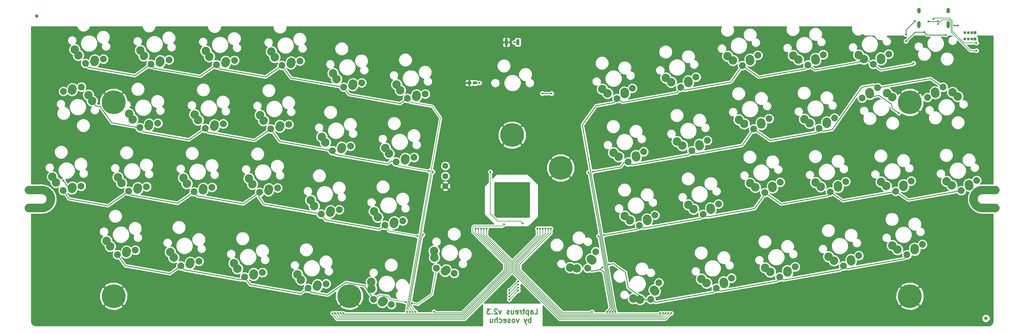
<source format=gbr>
G04 #@! TF.GenerationSoftware,KiCad,Pcbnew,(6.0.0-rc1-dev-1469-g932b9a334)*
G04 #@! TF.CreationDate,2019-10-20T15:35:16-07:00
G04 #@! TF.ProjectId,Laptreus-v2,4c617074-7265-4757-932d-76322e6b6963,rev?*
G04 #@! TF.SameCoordinates,Original*
G04 #@! TF.FileFunction,Copper,L2,Bot*
G04 #@! TF.FilePolarity,Positive*
%FSLAX46Y46*%
G04 Gerber Fmt 4.6, Leading zero omitted, Abs format (unit mm)*
G04 Created by KiCad (PCBNEW (6.0.0-rc1-dev-1469-g932b9a334)) date Sunday, October 20, 2019 at 03:35:16 PM*
%MOMM*%
%LPD*%
G04 APERTURE LIST*
G04 #@! TA.AperFunction,NonConductor*
%ADD10C,0.300000*%
G04 #@! TD*
G04 #@! TA.AperFunction,ComponentPad*
%ADD11O,0.850000X0.850000*%
G04 #@! TD*
G04 #@! TA.AperFunction,ComponentPad*
%ADD12R,0.850000X0.850000*%
G04 #@! TD*
G04 #@! TA.AperFunction,ComponentPad*
%ADD13C,1.000000*%
G04 #@! TD*
G04 #@! TA.AperFunction,Conductor*
%ADD14C,0.100000*%
G04 #@! TD*
G04 #@! TA.AperFunction,ComponentPad*
%ADD15C,7.000000*%
G04 #@! TD*
G04 #@! TA.AperFunction,ComponentPad*
%ADD16C,2.500000*%
G04 #@! TD*
G04 #@! TA.AperFunction,Conductor*
%ADD17C,2.500000*%
G04 #@! TD*
G04 #@! TA.AperFunction,ComponentPad*
%ADD18C,2.000000*%
G04 #@! TD*
G04 #@! TA.AperFunction,SMDPad,CuDef*
%ADD19C,0.850000*%
G04 #@! TD*
G04 #@! TA.AperFunction,ComponentPad*
%ADD20O,1.000000X2.100000*%
G04 #@! TD*
G04 #@! TA.AperFunction,ComponentPad*
%ADD21O,1.000000X1.600000*%
G04 #@! TD*
G04 #@! TA.AperFunction,ConnectorPad*
%ADD22C,1.000000*%
G04 #@! TD*
G04 #@! TA.AperFunction,SMDPad,CuDef*
%ADD23R,0.900000X1.700000*%
G04 #@! TD*
G04 #@! TA.AperFunction,ComponentPad*
%ADD24C,1.778000*%
G04 #@! TD*
G04 #@! TA.AperFunction,ViaPad*
%ADD25C,0.600000*%
G04 #@! TD*
G04 #@! TA.AperFunction,Conductor*
%ADD26C,0.200000*%
G04 #@! TD*
G04 #@! TA.AperFunction,Conductor*
%ADD27C,0.160000*%
G04 #@! TD*
G04 #@! TA.AperFunction,Conductor*
%ADD28C,0.250000*%
G04 #@! TD*
G04 #@! TA.AperFunction,Conductor*
%ADD29C,0.254000*%
G04 #@! TD*
G04 APERTURE END LIST*
D10*
X238498205Y-164589343D02*
X238498205Y-163089343D01*
X238498205Y-163660772D02*
X238355348Y-163589343D01*
X238069634Y-163589343D01*
X237926777Y-163660772D01*
X237855348Y-163732200D01*
X237783920Y-163875057D01*
X237783920Y-164303629D01*
X237855348Y-164446486D01*
X237926777Y-164517914D01*
X238069634Y-164589343D01*
X238355348Y-164589343D01*
X238498205Y-164517914D01*
X237283920Y-163589343D02*
X236926777Y-164589343D01*
X236569634Y-163589343D02*
X236926777Y-164589343D01*
X237069634Y-164946486D01*
X237141062Y-165017914D01*
X237283920Y-165089343D01*
X234998205Y-163589343D02*
X234641062Y-164589343D01*
X234283920Y-163589343D01*
X233498205Y-164589343D02*
X233641062Y-164517914D01*
X233712491Y-164446486D01*
X233783920Y-164303629D01*
X233783920Y-163875057D01*
X233712491Y-163732200D01*
X233641062Y-163660772D01*
X233498205Y-163589343D01*
X233283920Y-163589343D01*
X233141062Y-163660772D01*
X233069634Y-163732200D01*
X232998205Y-163875057D01*
X232998205Y-164303629D01*
X233069634Y-164446486D01*
X233141062Y-164517914D01*
X233283920Y-164589343D01*
X233498205Y-164589343D01*
X232426777Y-164517914D02*
X232283920Y-164589343D01*
X231998205Y-164589343D01*
X231855348Y-164517914D01*
X231783920Y-164375057D01*
X231783920Y-164303629D01*
X231855348Y-164160772D01*
X231998205Y-164089343D01*
X232212491Y-164089343D01*
X232355348Y-164017914D01*
X232426777Y-163875057D01*
X232426777Y-163803629D01*
X232355348Y-163660772D01*
X232212491Y-163589343D01*
X231998205Y-163589343D01*
X231855348Y-163660772D01*
X230569634Y-164517914D02*
X230712491Y-164589343D01*
X230998205Y-164589343D01*
X231141062Y-164517914D01*
X231212491Y-164375057D01*
X231212491Y-163803629D01*
X231141062Y-163660772D01*
X230998205Y-163589343D01*
X230712491Y-163589343D01*
X230569634Y-163660772D01*
X230498205Y-163803629D01*
X230498205Y-163946486D01*
X231212491Y-164089343D01*
X229212491Y-164517914D02*
X229355348Y-164589343D01*
X229641062Y-164589343D01*
X229783920Y-164517914D01*
X229855348Y-164446486D01*
X229926777Y-164303629D01*
X229926777Y-163875057D01*
X229855348Y-163732200D01*
X229783920Y-163660772D01*
X229641062Y-163589343D01*
X229355348Y-163589343D01*
X229212491Y-163660772D01*
X228569634Y-164589343D02*
X228569634Y-163089343D01*
X227926777Y-164589343D02*
X227926777Y-163803629D01*
X227998205Y-163660772D01*
X228141062Y-163589343D01*
X228355348Y-163589343D01*
X228498205Y-163660772D01*
X228569634Y-163732200D01*
X226569634Y-163589343D02*
X226569634Y-164589343D01*
X227212491Y-163589343D02*
X227212491Y-164375057D01*
X227141062Y-164517914D01*
X226998205Y-164589343D01*
X226783920Y-164589343D01*
X226641062Y-164517914D01*
X226569634Y-164446486D01*
X239676780Y-162089343D02*
X240391065Y-162089343D01*
X240391065Y-160589343D01*
X238533923Y-162089343D02*
X238533923Y-161303629D01*
X238605351Y-161160772D01*
X238748208Y-161089343D01*
X239033923Y-161089343D01*
X239176780Y-161160772D01*
X238533923Y-162017914D02*
X238676780Y-162089343D01*
X239033923Y-162089343D01*
X239176780Y-162017914D01*
X239248208Y-161875057D01*
X239248208Y-161732200D01*
X239176780Y-161589343D01*
X239033923Y-161517914D01*
X238676780Y-161517914D01*
X238533923Y-161446486D01*
X237819637Y-161089343D02*
X237819637Y-162589343D01*
X237819637Y-161160772D02*
X237676780Y-161089343D01*
X237391065Y-161089343D01*
X237248208Y-161160772D01*
X237176780Y-161232200D01*
X237105351Y-161375057D01*
X237105351Y-161803629D01*
X237176780Y-161946486D01*
X237248208Y-162017914D01*
X237391065Y-162089343D01*
X237676780Y-162089343D01*
X237819637Y-162017914D01*
X236676780Y-161089343D02*
X236105351Y-161089343D01*
X236462494Y-160589343D02*
X236462494Y-161875057D01*
X236391065Y-162017914D01*
X236248208Y-162089343D01*
X236105351Y-162089343D01*
X235605351Y-162089343D02*
X235605351Y-161089343D01*
X235605351Y-161375057D02*
X235533923Y-161232200D01*
X235462494Y-161160772D01*
X235319637Y-161089343D01*
X235176780Y-161089343D01*
X234105351Y-162017914D02*
X234248208Y-162089343D01*
X234533923Y-162089343D01*
X234676780Y-162017914D01*
X234748208Y-161875057D01*
X234748208Y-161303629D01*
X234676780Y-161160772D01*
X234533923Y-161089343D01*
X234248208Y-161089343D01*
X234105351Y-161160772D01*
X234033923Y-161303629D01*
X234033923Y-161446486D01*
X234748208Y-161589343D01*
X232748208Y-161089343D02*
X232748208Y-162089343D01*
X233391065Y-161089343D02*
X233391065Y-161875057D01*
X233319637Y-162017914D01*
X233176780Y-162089343D01*
X232962494Y-162089343D01*
X232819637Y-162017914D01*
X232748208Y-161946486D01*
X232105351Y-162017914D02*
X231962494Y-162089343D01*
X231676780Y-162089343D01*
X231533923Y-162017914D01*
X231462494Y-161875057D01*
X231462494Y-161803629D01*
X231533923Y-161660772D01*
X231676780Y-161589343D01*
X231891065Y-161589343D01*
X232033923Y-161517914D01*
X232105351Y-161375057D01*
X232105351Y-161303629D01*
X232033923Y-161160772D01*
X231891065Y-161089343D01*
X231676780Y-161089343D01*
X231533923Y-161160772D01*
X229819637Y-161089343D02*
X229462494Y-162089343D01*
X229105351Y-161089343D01*
X228605351Y-160732200D02*
X228533923Y-160660772D01*
X228391065Y-160589343D01*
X228033923Y-160589343D01*
X227891065Y-160660772D01*
X227819637Y-160732200D01*
X227748208Y-160875057D01*
X227748208Y-161017914D01*
X227819637Y-161232200D01*
X228676780Y-162089343D01*
X227748208Y-162089343D01*
X227105351Y-161946486D02*
X227033923Y-162017914D01*
X227105351Y-162089343D01*
X227176780Y-162017914D01*
X227105351Y-161946486D01*
X227105351Y-162089343D01*
X226533923Y-160589343D02*
X225605351Y-160589343D01*
X226105351Y-161160772D01*
X225891065Y-161160772D01*
X225748208Y-161232200D01*
X225676780Y-161303629D01*
X225605351Y-161446486D01*
X225605351Y-161803629D01*
X225676780Y-161946486D01*
X225748208Y-162017914D01*
X225891065Y-162089343D01*
X226319637Y-162089343D01*
X226462494Y-162017914D01*
X226533923Y-161946486D01*
D11*
G04 #@! TO.P,J3,4*
G04 #@! TO.N,GND*
X366524170Y-80795103D03*
G04 #@! TO.P,J3,3*
G04 #@! TO.N,D+*
X367524170Y-80795103D03*
G04 #@! TO.P,J3,2*
G04 #@! TO.N,D-*
X368524170Y-80795103D03*
D12*
G04 #@! TO.P,J3,1*
G04 #@! TO.N,+5VRAW*
X369524170Y-80795103D03*
G04 #@! TD*
D11*
G04 #@! TO.P,J4,4*
G04 #@! TO.N,Net-(J2-Pad4)*
X366524170Y-78920103D03*
G04 #@! TO.P,J4,3*
G04 #@! TO.N,Net-(J2-Pad3)*
X367524170Y-78920103D03*
G04 #@! TO.P,J4,2*
G04 #@! TO.N,Net-(J2-Pad2)*
X368524170Y-78920103D03*
D12*
G04 #@! TO.P,J4,1*
G04 #@! TO.N,Net-(J2-Pad1)*
X369524170Y-78920103D03*
G04 #@! TD*
D13*
G04 #@! TO.P,BOARD1,1*
G04 #@! TO.N,GND*
X369099645Y-128095053D03*
D14*
G04 #@! TD*
G04 #@! TO.N,GND*
G04 #@! TO.C,BOARD1*
G36*
X375517111Y-124193275D02*
G01*
X375639087Y-124200949D01*
X375759732Y-124220489D01*
X375877895Y-124251709D01*
X375992447Y-124294311D01*
X376102295Y-124347887D01*
X376206390Y-124411927D01*
X376303740Y-124485820D01*
X376393415Y-124568859D01*
X376474558Y-124660253D01*
X376546395Y-124759129D01*
X376608241Y-124864543D01*
X376659506Y-124975489D01*
X376699699Y-125090908D01*
X376728437Y-125209698D01*
X376745447Y-125330726D01*
X376750565Y-125452836D01*
X376743742Y-125574863D01*
X376725045Y-125695641D01*
X376694650Y-125814019D01*
X376652850Y-125928866D01*
X376600041Y-126039085D01*
X376536730Y-126143625D01*
X376463519Y-126241489D01*
X376381107Y-126331741D01*
X376290282Y-126413520D01*
X376191910Y-126486046D01*
X376086930Y-126548626D01*
X375976345Y-126600664D01*
X375861209Y-126641662D01*
X375742622Y-126671229D01*
X375621716Y-126689083D01*
X375499645Y-126695053D01*
X371717248Y-126695053D01*
X371553455Y-126704210D01*
X371418442Y-126725111D01*
X371286097Y-126759092D01*
X371157704Y-126805823D01*
X371034485Y-126864859D01*
X370917609Y-126935642D01*
X370808200Y-127017491D01*
X370707307Y-127109618D01*
X370615885Y-127211153D01*
X370534801Y-127321131D01*
X370464839Y-127438493D01*
X370406664Y-127562121D01*
X370360828Y-127690845D01*
X370327774Y-127823416D01*
X370307816Y-127958575D01*
X370300902Y-128099934D01*
X370308802Y-128241244D01*
X370329703Y-128376256D01*
X370363685Y-128508607D01*
X370410415Y-128636995D01*
X370469451Y-128760213D01*
X370540231Y-128877085D01*
X370622081Y-128986496D01*
X370714213Y-129087394D01*
X370815751Y-129178819D01*
X370925722Y-129259896D01*
X371043088Y-129329860D01*
X371166712Y-129388033D01*
X371295437Y-129433870D01*
X371428006Y-129466923D01*
X371563167Y-129486882D01*
X371730228Y-129495053D01*
X375499645Y-129495053D01*
X375517111Y-129495175D01*
X375639087Y-129502849D01*
X375759732Y-129522389D01*
X375877895Y-129553609D01*
X375992447Y-129596211D01*
X376102295Y-129649787D01*
X376206390Y-129713827D01*
X376303740Y-129787720D01*
X376393415Y-129870759D01*
X376474558Y-129962153D01*
X376546395Y-130061029D01*
X376608241Y-130166443D01*
X376659506Y-130277389D01*
X376699699Y-130392808D01*
X376728437Y-130511598D01*
X376745447Y-130632626D01*
X376750565Y-130754736D01*
X376743742Y-130876763D01*
X376725045Y-130997541D01*
X376694650Y-131115919D01*
X376652850Y-131230766D01*
X376600041Y-131340985D01*
X376536730Y-131445525D01*
X376463519Y-131543389D01*
X376381107Y-131633641D01*
X376290282Y-131715420D01*
X376191910Y-131787946D01*
X376086930Y-131850526D01*
X375976345Y-131902564D01*
X375861209Y-131943562D01*
X375742622Y-131973129D01*
X375621716Y-131990983D01*
X375499645Y-131996953D01*
X371699645Y-131996953D01*
X371682179Y-131996831D01*
X371660387Y-131995460D01*
X371638536Y-131995460D01*
X371379849Y-131982808D01*
X371362410Y-131981832D01*
X371310377Y-131975996D01*
X371258216Y-131970881D01*
X371002001Y-131933047D01*
X371001995Y-131933046D01*
X371001988Y-131933045D01*
X370984736Y-131930374D01*
X370933490Y-131919481D01*
X370882106Y-131909307D01*
X370630822Y-131846655D01*
X370630803Y-131846651D01*
X370630781Y-131846644D01*
X370613886Y-131842307D01*
X370563960Y-131826470D01*
X370513803Y-131811326D01*
X370269813Y-131724445D01*
X370253400Y-131718471D01*
X370205260Y-131697838D01*
X370156818Y-131677872D01*
X369922472Y-131567597D01*
X369906720Y-131560050D01*
X369860804Y-131534808D01*
X369814559Y-131510219D01*
X369592092Y-131377602D01*
X369577152Y-131368554D01*
X369533946Y-131338970D01*
X369490293Y-131309967D01*
X369281838Y-131156280D01*
X369281831Y-131156275D01*
X369281824Y-131156269D01*
X369267843Y-131145810D01*
X369227724Y-131112147D01*
X369187119Y-131079030D01*
X368994663Y-130905741D01*
X368994644Y-130905726D01*
X368994623Y-130905706D01*
X368981749Y-130893951D01*
X368945088Y-130856514D01*
X368907923Y-130819607D01*
X368733291Y-130628360D01*
X368733281Y-130628350D01*
X368733271Y-130628338D01*
X368721594Y-130615369D01*
X368688785Y-130574563D01*
X368655378Y-130534180D01*
X368500232Y-130326793D01*
X368489868Y-130312734D01*
X368461192Y-130268913D01*
X368431890Y-130225471D01*
X368297723Y-130003935D01*
X368288780Y-129988932D01*
X368264515Y-129942518D01*
X368239594Y-129896427D01*
X368127685Y-129662855D01*
X368127684Y-129662854D01*
X368127680Y-129662843D01*
X368120248Y-129647051D01*
X368100629Y-129598494D01*
X368080323Y-129550187D01*
X367991742Y-129306810D01*
X367985882Y-129290356D01*
X367971085Y-129240080D01*
X367955601Y-129190060D01*
X367891191Y-128939201D01*
X367886966Y-128922254D01*
X367877148Y-128870790D01*
X367866616Y-128819480D01*
X367826993Y-128563531D01*
X367826992Y-128563528D01*
X367826991Y-128563515D01*
X367824441Y-128546252D01*
X367819693Y-128494085D01*
X367814217Y-128441980D01*
X367799760Y-128183387D01*
X367798907Y-128165941D01*
X367799075Y-128141928D01*
X367797818Y-128117953D01*
X367797753Y-128099447D01*
X367797813Y-128081980D01*
X367799238Y-128057987D01*
X367799238Y-128033944D01*
X367811890Y-127775257D01*
X367812866Y-127757818D01*
X367818703Y-127705782D01*
X367823817Y-127653624D01*
X367861652Y-127397405D01*
X367864324Y-127380145D01*
X367875215Y-127328906D01*
X367885391Y-127277514D01*
X367948042Y-127026235D01*
X367948047Y-127026211D01*
X367948055Y-127026183D01*
X367952391Y-127009294D01*
X367968226Y-126959377D01*
X367983372Y-126909211D01*
X368070253Y-126665221D01*
X368076227Y-126648807D01*
X368096872Y-126600639D01*
X368116826Y-126552227D01*
X368227101Y-126317880D01*
X368234648Y-126302128D01*
X368259890Y-126256212D01*
X368284479Y-126209967D01*
X368417096Y-125987500D01*
X368426144Y-125972560D01*
X368455750Y-125929321D01*
X368484731Y-125885702D01*
X368638418Y-125677246D01*
X368638423Y-125677239D01*
X368638429Y-125677232D01*
X368648888Y-125663251D01*
X368682568Y-125623112D01*
X368715668Y-125582528D01*
X368888969Y-125390056D01*
X368888972Y-125390052D01*
X368888980Y-125390044D01*
X368900747Y-125377158D01*
X368938148Y-125340533D01*
X368975091Y-125303331D01*
X369166338Y-125128699D01*
X369166348Y-125128689D01*
X369166360Y-125128679D01*
X369179329Y-125117002D01*
X369220111Y-125084213D01*
X369260518Y-125050785D01*
X369467903Y-124895642D01*
X369467904Y-124895641D01*
X369467912Y-124895636D01*
X369481964Y-124885275D01*
X369525799Y-124856590D01*
X369569227Y-124827298D01*
X369790763Y-124693131D01*
X369805766Y-124684188D01*
X369852180Y-124659923D01*
X369898271Y-124635002D01*
X370131827Y-124523101D01*
X370131843Y-124523092D01*
X370131863Y-124523084D01*
X370147647Y-124515656D01*
X370196202Y-124496039D01*
X370244511Y-124475732D01*
X370487887Y-124387150D01*
X370504342Y-124381291D01*
X370554561Y-124366511D01*
X370604638Y-124351009D01*
X370855497Y-124286599D01*
X370872444Y-124282374D01*
X370923916Y-124272555D01*
X370975219Y-124262024D01*
X371231163Y-124222402D01*
X371231171Y-124222400D01*
X371231181Y-124222399D01*
X371248446Y-124219849D01*
X371300616Y-124215101D01*
X371352718Y-124209625D01*
X371611311Y-124195168D01*
X371628757Y-124194315D01*
X371652769Y-124194483D01*
X371676744Y-124193226D01*
X371695251Y-124193161D01*
X371699204Y-124193175D01*
X371699645Y-124193153D01*
X375499645Y-124193153D01*
X375517111Y-124193275D01*
X375517111Y-124193275D01*
G37*
D13*
G04 #@! TO.P,BOARD1,1*
G04 #@! TO.N,GND*
X96899645Y-128095053D03*
D14*
G04 #@! TD*
G04 #@! TO.N,GND*
G04 #@! TO.C,BOARD1*
G36*
X94317111Y-124193275D02*
G01*
X94338903Y-124194646D01*
X94360754Y-124194646D01*
X94619441Y-124207298D01*
X94636880Y-124208274D01*
X94688916Y-124214111D01*
X94741074Y-124219225D01*
X94997289Y-124257059D01*
X94997295Y-124257060D01*
X94997302Y-124257061D01*
X95014553Y-124259732D01*
X95065792Y-124270623D01*
X95117184Y-124280799D01*
X95368463Y-124343450D01*
X95368487Y-124343455D01*
X95368515Y-124343463D01*
X95385404Y-124347799D01*
X95435321Y-124363634D01*
X95485487Y-124378780D01*
X95729477Y-124465661D01*
X95745891Y-124471635D01*
X95794059Y-124492280D01*
X95842471Y-124512234D01*
X96076818Y-124622509D01*
X96092570Y-124630056D01*
X96138486Y-124655298D01*
X96184731Y-124679887D01*
X96407198Y-124812504D01*
X96422138Y-124821552D01*
X96465377Y-124851158D01*
X96508996Y-124880139D01*
X96717452Y-125033826D01*
X96717459Y-125033831D01*
X96717461Y-125033833D01*
X96731447Y-125044296D01*
X96771586Y-125077976D01*
X96812170Y-125111076D01*
X97004639Y-125284374D01*
X97004646Y-125284380D01*
X97004654Y-125284388D01*
X97017540Y-125296155D01*
X97054165Y-125333556D01*
X97091367Y-125370499D01*
X97265999Y-125561746D01*
X97266009Y-125561756D01*
X97266019Y-125561768D01*
X97277696Y-125574737D01*
X97310485Y-125615519D01*
X97343913Y-125655926D01*
X97499058Y-125863314D01*
X97509423Y-125877372D01*
X97538108Y-125921207D01*
X97567400Y-125964635D01*
X97701567Y-126186171D01*
X97710510Y-126201174D01*
X97734775Y-126247588D01*
X97759696Y-126293679D01*
X97871597Y-126527235D01*
X97871606Y-126527251D01*
X97871614Y-126527271D01*
X97879042Y-126543055D01*
X97898659Y-126591610D01*
X97918966Y-126639919D01*
X98007548Y-126883295D01*
X98013407Y-126899750D01*
X98028187Y-126949969D01*
X98043689Y-127000046D01*
X98108099Y-127250905D01*
X98112324Y-127267852D01*
X98122143Y-127319324D01*
X98132674Y-127370627D01*
X98172297Y-127626575D01*
X98174849Y-127643854D01*
X98179597Y-127696024D01*
X98185073Y-127748126D01*
X98199530Y-128006719D01*
X98200383Y-128024165D01*
X98200215Y-128048177D01*
X98201472Y-128072152D01*
X98201537Y-128090659D01*
X98201477Y-128108126D01*
X98200052Y-128132119D01*
X98200052Y-128156162D01*
X98187400Y-128414849D01*
X98186424Y-128432288D01*
X98180588Y-128484321D01*
X98175473Y-128536482D01*
X98137638Y-128792701D01*
X98134966Y-128809962D01*
X98124073Y-128861208D01*
X98113899Y-128912592D01*
X98051247Y-129163876D01*
X98051243Y-129163895D01*
X98051236Y-129163917D01*
X98046899Y-129180812D01*
X98031062Y-129230738D01*
X98015918Y-129280895D01*
X97929037Y-129524885D01*
X97923063Y-129541298D01*
X97902430Y-129589438D01*
X97882464Y-129637880D01*
X97772189Y-129872226D01*
X97764642Y-129887978D01*
X97739400Y-129933894D01*
X97714811Y-129980139D01*
X97582194Y-130202606D01*
X97573146Y-130217546D01*
X97543562Y-130260752D01*
X97514559Y-130304405D01*
X97360872Y-130512860D01*
X97360867Y-130512867D01*
X97360865Y-130512869D01*
X97350402Y-130526855D01*
X97316739Y-130566974D01*
X97283622Y-130607579D01*
X97110333Y-130800035D01*
X97110318Y-130800054D01*
X97110298Y-130800075D01*
X97098543Y-130812949D01*
X97061106Y-130849610D01*
X97024199Y-130886775D01*
X96832952Y-131061407D01*
X96832942Y-131061417D01*
X96832930Y-131061427D01*
X96819961Y-131073104D01*
X96779155Y-131105913D01*
X96738772Y-131139320D01*
X96531385Y-131294466D01*
X96517326Y-131304830D01*
X96473505Y-131333506D01*
X96430063Y-131362808D01*
X96208527Y-131496975D01*
X96193524Y-131505918D01*
X96147110Y-131530183D01*
X96101019Y-131555104D01*
X95867454Y-131667009D01*
X95867446Y-131667014D01*
X95867435Y-131667018D01*
X95851643Y-131674450D01*
X95803086Y-131694069D01*
X95754779Y-131714375D01*
X95511409Y-131802953D01*
X95511403Y-131802956D01*
X95511395Y-131802958D01*
X95494948Y-131808816D01*
X95444672Y-131823613D01*
X95394652Y-131839097D01*
X95143793Y-131903507D01*
X95126846Y-131907732D01*
X95075382Y-131917550D01*
X95024072Y-131928082D01*
X94768131Y-131967704D01*
X94768120Y-131967706D01*
X94768107Y-131967707D01*
X94750844Y-131970257D01*
X94698677Y-131975005D01*
X94646572Y-131980481D01*
X94387979Y-131994938D01*
X94370533Y-131995791D01*
X94346520Y-131995623D01*
X94322545Y-131996880D01*
X94304039Y-131996945D01*
X94300086Y-131996931D01*
X94299645Y-131996953D01*
X90449645Y-131996953D01*
X90432179Y-131996831D01*
X90310203Y-131989157D01*
X90189558Y-131969617D01*
X90071395Y-131938397D01*
X89956843Y-131895795D01*
X89846995Y-131842219D01*
X89742900Y-131778179D01*
X89645550Y-131704286D01*
X89555875Y-131621247D01*
X89474732Y-131529853D01*
X89402895Y-131430977D01*
X89341049Y-131325563D01*
X89289784Y-131214617D01*
X89249591Y-131099198D01*
X89220853Y-130980408D01*
X89203843Y-130859380D01*
X89198725Y-130737270D01*
X89205548Y-130615243D01*
X89224245Y-130494465D01*
X89254640Y-130376087D01*
X89296440Y-130261240D01*
X89349249Y-130151021D01*
X89412560Y-130046481D01*
X89485771Y-129948617D01*
X89568183Y-129858365D01*
X89659008Y-129776586D01*
X89757380Y-129704060D01*
X89862360Y-129641480D01*
X89972945Y-129589442D01*
X90088081Y-129548444D01*
X90206668Y-129518877D01*
X90327574Y-129501023D01*
X90449645Y-129495053D01*
X94282042Y-129495053D01*
X94445836Y-129485896D01*
X94580848Y-129464995D01*
X94713199Y-129431013D01*
X94841587Y-129384283D01*
X94964805Y-129325247D01*
X95081677Y-129254467D01*
X95191088Y-129172617D01*
X95291986Y-129080485D01*
X95383411Y-128978947D01*
X95464488Y-128868976D01*
X95534452Y-128751610D01*
X95592625Y-128627986D01*
X95638462Y-128499261D01*
X95671515Y-128366692D01*
X95691474Y-128231531D01*
X95698388Y-128090172D01*
X95690488Y-127948863D01*
X95669587Y-127813850D01*
X95635606Y-127681505D01*
X95588875Y-127553112D01*
X95529839Y-127429893D01*
X95459056Y-127313017D01*
X95377207Y-127203608D01*
X95285080Y-127102715D01*
X95183545Y-127011293D01*
X95073567Y-126930209D01*
X94956205Y-126860247D01*
X94832577Y-126802072D01*
X94703853Y-126756236D01*
X94571282Y-126723182D01*
X94436123Y-126703224D01*
X94269062Y-126695053D01*
X90499645Y-126695053D01*
X90482179Y-126694931D01*
X90360203Y-126687257D01*
X90239558Y-126667717D01*
X90121395Y-126636497D01*
X90006843Y-126593895D01*
X89896995Y-126540319D01*
X89792900Y-126476279D01*
X89695550Y-126402386D01*
X89605875Y-126319347D01*
X89524732Y-126227953D01*
X89452895Y-126129077D01*
X89391049Y-126023663D01*
X89339784Y-125912717D01*
X89299591Y-125797298D01*
X89270853Y-125678508D01*
X89253843Y-125557480D01*
X89248725Y-125435370D01*
X89255548Y-125313343D01*
X89274245Y-125192565D01*
X89304640Y-125074187D01*
X89346440Y-124959340D01*
X89399249Y-124849121D01*
X89462560Y-124744581D01*
X89535771Y-124646717D01*
X89618183Y-124556465D01*
X89709008Y-124474686D01*
X89807380Y-124402160D01*
X89912360Y-124339580D01*
X90022945Y-124287542D01*
X90138081Y-124246544D01*
X90256668Y-124216977D01*
X90377574Y-124199123D01*
X90499645Y-124193153D01*
X94299645Y-124193153D01*
X94317111Y-124193275D01*
X94317111Y-124193275D01*
G37*
D13*
G04 #@! TO.P,BOARD1,1*
G04 #@! TO.N,GND*
X96138123Y-129933531D03*
X94299645Y-130695053D03*
X92257610Y-130695053D03*
X92257610Y-125495053D03*
X94299645Y-125495053D03*
X96138123Y-126256575D03*
X373741680Y-130695053D03*
X373741680Y-125495053D03*
X369861167Y-129933531D03*
X369861167Y-126256575D03*
X371699645Y-130695053D03*
X371699645Y-125495053D03*
X246099645Y-121195053D03*
X248499645Y-121195053D03*
X247299645Y-121195053D03*
X248499645Y-116595053D03*
X246099645Y-116595053D03*
X247299645Y-116595053D03*
X183799645Y-159095053D03*
X186199645Y-159095053D03*
X186199645Y-154495053D03*
X183799645Y-154495053D03*
X184999645Y-159095053D03*
X184999645Y-154495053D03*
X114249645Y-97178053D03*
X116649645Y-97195053D03*
X116649645Y-101795053D03*
X114249644Y-101795053D03*
X115449645Y-101795053D03*
X115449645Y-97195053D03*
X348673299Y-101121400D03*
X351925991Y-101121399D03*
X348673299Y-97868707D03*
X351925991Y-97868707D03*
X350299645Y-101795053D03*
X347999645Y-99495053D03*
X352599645Y-99495054D03*
X350299645Y-97195053D03*
D15*
X115449645Y-99495053D03*
X184999645Y-156795053D03*
X247299645Y-118895053D03*
X350299645Y-99495053D03*
D13*
X115449645Y-154495053D03*
X115449645Y-159095053D03*
X116649645Y-159095053D03*
X114249645Y-159095053D03*
X114249645Y-154495053D03*
X116649645Y-154495053D03*
D15*
X115449645Y-156795053D03*
D13*
X350299645Y-154495053D03*
X350299645Y-159095053D03*
X351499644Y-159095053D03*
X349099645Y-159095053D03*
X349099645Y-154495053D03*
X351499645Y-154495053D03*
D15*
X350299645Y-156795053D03*
X232999645Y-109195053D03*
D13*
X232999645Y-106795053D03*
X231799645Y-106795053D03*
X234199645Y-106795053D03*
X232999645Y-111395053D03*
X234199645Y-111395053D03*
X231799645Y-111395053D03*
G04 #@! TD*
D16*
G04 #@! TO.P,SW2,1*
G04 #@! TO.N,/ROW0*
X336709932Y-86738309D03*
X335166308Y-85527970D03*
G04 #@! TO.P,SW2,2*
G04 #@! TO.N,Net-(D2-Pad1)*
X341790849Y-86644595D03*
D17*
G04 #@! TD*
G04 #@! TO.N,Net-(D2-Pad1)*
G04 #@! TO.C,SW2*
X341760032Y-86356237D02*
X341821666Y-86932953D01*
D18*
G04 #@! TO.P,SW2,1*
G04 #@! TO.N,/ROW0*
X339519248Y-88273806D03*
G04 #@! TO.P,SW2,2*
G04 #@! TO.N,Net-(D2-Pad1)*
X344061261Y-85238989D03*
G04 #@! TD*
D16*
G04 #@! TO.P,SW8,1*
G04 #@! TO.N,/ROW0*
X181198774Y-92624723D03*
X180162202Y-90959425D03*
G04 #@! TO.P,SW8,2*
G04 #@! TO.N,Net-(D8-Pad1)*
X186005327Y-94274436D03*
D17*
G04 #@! TD*
G04 #@! TO.N,Net-(D8-Pad1)*
G04 #@! TO.C,SW8*
X186074993Y-93992928D02*
X185935661Y-94555944D01*
D18*
G04 #@! TO.P,SW8,1*
G04 #@! TO.N,/ROW0*
X183313497Y-95028460D03*
G04 #@! TO.P,SW8,2*
G04 #@! TO.N,Net-(D8-Pad1)*
X188619562Y-93730124D03*
G04 #@! TD*
D16*
G04 #@! TO.P,SW3,1*
G04 #@! TO.N,/ROW0*
X317398011Y-86919544D03*
X315854387Y-85709205D03*
G04 #@! TO.P,SW3,2*
G04 #@! TO.N,Net-(D3-Pad1)*
X322478928Y-86825830D03*
D17*
G04 #@! TD*
G04 #@! TO.N,Net-(D3-Pad1)*
G04 #@! TO.C,SW3*
X322448111Y-86537472D02*
X322509745Y-87114188D01*
D18*
G04 #@! TO.P,SW3,1*
G04 #@! TO.N,/ROW0*
X320207327Y-88455041D03*
G04 #@! TO.P,SW3,2*
G04 #@! TO.N,Net-(D3-Pad1)*
X324749340Y-85420224D03*
G04 #@! TD*
D16*
G04 #@! TO.P,SW20,1*
G04 #@! TO.N,/ROW1*
X177890778Y-111385309D03*
X176854206Y-109720011D03*
G04 #@! TO.P,SW20,2*
G04 #@! TO.N,Net-(D20-Pad1)*
X182697331Y-113035022D03*
D17*
G04 #@! TD*
G04 #@! TO.N,Net-(D20-Pad1)*
G04 #@! TO.C,SW20*
X182766997Y-112753514D02*
X182627665Y-113316530D01*
D18*
G04 #@! TO.P,SW20,1*
G04 #@! TO.N,/ROW1*
X180005501Y-113789046D03*
G04 #@! TO.P,SW20,2*
G04 #@! TO.N,Net-(D20-Pad1)*
X185311566Y-112490710D03*
G04 #@! TD*
D16*
G04 #@! TO.P,SW31,1*
G04 #@! TO.N,/ROW2*
X193343367Y-133453896D03*
X192306795Y-131788598D03*
G04 #@! TO.P,SW31,2*
G04 #@! TO.N,Net-(D31-Pad1)*
X198149920Y-135103609D03*
D17*
G04 #@! TD*
G04 #@! TO.N,Net-(D31-Pad1)*
G04 #@! TO.C,SW31*
X198219586Y-134822101D02*
X198080254Y-135385117D01*
D18*
G04 #@! TO.P,SW31,1*
G04 #@! TO.N,/ROW2*
X195458090Y-135857633D03*
G04 #@! TO.P,SW31,2*
G04 #@! TO.N,Net-(D31-Pad1)*
X200764155Y-134559297D03*
G04 #@! TD*
D16*
G04 #@! TO.P,SW32,1*
G04 #@! TO.N,/ROW2*
X174582781Y-130145900D03*
X173546209Y-128480602D03*
G04 #@! TO.P,SW32,2*
G04 #@! TO.N,Net-(D32-Pad1)*
X179389334Y-131795613D03*
D17*
G04 #@! TD*
G04 #@! TO.N,Net-(D32-Pad1)*
G04 #@! TO.C,SW32*
X179459000Y-131514105D02*
X179319668Y-132077121D01*
D18*
G04 #@! TO.P,SW32,1*
G04 #@! TO.N,/ROW2*
X176697504Y-132549637D03*
G04 #@! TO.P,SW32,2*
G04 #@! TO.N,Net-(D32-Pad1)*
X182003569Y-131251301D03*
G04 #@! TD*
D16*
G04 #@! TO.P,SW34,1*
G04 #@! TO.N,/ROW2*
X137061604Y-123529904D03*
X136025032Y-121864606D03*
G04 #@! TO.P,SW34,2*
G04 #@! TO.N,Net-(D34-Pad1)*
X141868157Y-125179617D03*
D17*
G04 #@! TD*
G04 #@! TO.N,Net-(D34-Pad1)*
G04 #@! TO.C,SW34*
X141937823Y-124898109D02*
X141798491Y-125461125D01*
D18*
G04 #@! TO.P,SW34,1*
G04 #@! TO.N,/ROW2*
X139176327Y-125933641D03*
G04 #@! TO.P,SW34,2*
G04 #@! TO.N,Net-(D34-Pad1)*
X144482392Y-124635305D03*
G04 #@! TD*
D16*
G04 #@! TO.P,SW42,1*
G04 #@! TO.N,/ROW3*
X252059670Y-148629803D03*
X250117682Y-148353431D03*
G04 #@! TO.P,SW42,2*
G04 #@! TO.N,Net-(D42-Pad1)*
X256413016Y-146008185D03*
D17*
G04 #@! TD*
G04 #@! TO.N,Net-(D42-Pad1)*
G04 #@! TO.C,SW42*
X256242149Y-145773868D02*
X256583883Y-146242502D01*
D18*
G04 #@! TO.P,SW42,1*
G04 #@! TO.N,/ROW3*
X255260357Y-148554924D03*
G04 #@! TO.P,SW42,2*
G04 #@! TO.N,Net-(D42-Pad1)*
X257676447Y-143655689D03*
G04 #@! TD*
D16*
G04 #@! TO.P,SW47,1*
G04 #@! TO.N,/ROW3*
X133202273Y-145417256D03*
X132165701Y-143751958D03*
G04 #@! TO.P,SW47,2*
G04 #@! TO.N,Net-(D47-Pad1)*
X138008826Y-147066969D03*
D17*
G04 #@! TD*
G04 #@! TO.N,Net-(D47-Pad1)*
G04 #@! TO.C,SW47*
X138078492Y-146785461D02*
X137939160Y-147348477D01*
D18*
G04 #@! TO.P,SW47,1*
G04 #@! TO.N,/ROW3*
X135316996Y-147820993D03*
G04 #@! TO.P,SW47,2*
G04 #@! TO.N,Net-(D47-Pad1)*
X140623061Y-146522657D03*
G04 #@! TD*
D16*
G04 #@! TO.P,SW6,1*
G04 #@! TO.N,/ROW0*
X261116247Y-96843536D03*
X259572623Y-95633197D03*
G04 #@! TO.P,SW6,2*
G04 #@! TO.N,Net-(D6-Pad1)*
X266197164Y-96749822D03*
D17*
G04 #@! TD*
G04 #@! TO.N,Net-(D6-Pad1)*
G04 #@! TO.C,SW6*
X266166347Y-96461464D02*
X266227981Y-97038180D01*
D18*
G04 #@! TO.P,SW6,1*
G04 #@! TO.N,/ROW0*
X263925563Y-98379033D03*
G04 #@! TO.P,SW6,2*
G04 #@! TO.N,Net-(D6-Pad1)*
X268467576Y-95344216D03*
G04 #@! TD*
D16*
G04 #@! TO.P,SW9,1*
G04 #@! TO.N,/ROW0*
X162989519Y-86189961D03*
X161952947Y-84524663D03*
G04 #@! TO.P,SW9,2*
G04 #@! TO.N,Net-(D9-Pad1)*
X167796072Y-87839674D03*
D17*
G04 #@! TD*
G04 #@! TO.N,Net-(D9-Pad1)*
G04 #@! TO.C,SW9*
X167865738Y-87558166D02*
X167726406Y-88121182D01*
D18*
G04 #@! TO.P,SW9,1*
G04 #@! TO.N,/ROW0*
X165104242Y-88593698D03*
G04 #@! TO.P,SW9,2*
G04 #@! TO.N,Net-(D9-Pad1)*
X170410307Y-87295362D03*
G04 #@! TD*
D16*
G04 #@! TO.P,SW7,1*
G04 #@! TO.N,/ROW0*
X199959363Y-95932721D03*
X198922791Y-94267423D03*
G04 #@! TO.P,SW7,2*
G04 #@! TO.N,Net-(D7-Pad1)*
X204765916Y-97582434D03*
D17*
G04 #@! TD*
G04 #@! TO.N,Net-(D7-Pad1)*
G04 #@! TO.C,SW7*
X204835582Y-97300926D02*
X204696250Y-97863942D01*
D18*
G04 #@! TO.P,SW7,1*
G04 #@! TO.N,/ROW0*
X202074086Y-98336458D03*
G04 #@! TO.P,SW7,2*
G04 #@! TO.N,Net-(D7-Pad1)*
X207380151Y-97038122D03*
G04 #@! TD*
D16*
G04 #@! TO.P,SW19,1*
G04 #@! TO.N,/ROW1*
X196651365Y-114693309D03*
X195614793Y-113028011D03*
G04 #@! TO.P,SW19,2*
G04 #@! TO.N,Net-(D19-Pad1)*
X201457918Y-116343022D03*
D17*
G04 #@! TD*
G04 #@! TO.N,Net-(D19-Pad1)*
G04 #@! TO.C,SW19*
X201527584Y-116061514D02*
X201388252Y-116624530D01*
D18*
G04 #@! TO.P,SW19,1*
G04 #@! TO.N,/ROW1*
X198766088Y-117097046D03*
G04 #@! TO.P,SW19,2*
G04 #@! TO.N,Net-(D19-Pad1)*
X204072153Y-115798710D03*
G04 #@! TD*
D16*
G04 #@! TO.P,SW12,1*
G04 #@! TO.N,/ROW0*
X105043033Y-85600164D03*
X104006461Y-83934866D03*
G04 #@! TO.P,SW12,2*
G04 #@! TO.N,Net-(D12-Pad1)*
X109849586Y-87249877D03*
D17*
G04 #@! TD*
G04 #@! TO.N,Net-(D12-Pad1)*
G04 #@! TO.C,SW12*
X109919252Y-86968369D02*
X109779920Y-87531385D01*
D18*
G04 #@! TO.P,SW12,1*
G04 #@! TO.N,/ROW0*
X107157756Y-88003901D03*
G04 #@! TO.P,SW12,2*
G04 #@! TO.N,Net-(D12-Pad1)*
X112463821Y-86705565D03*
G04 #@! TD*
D16*
G04 #@! TO.P,SW5,1*
G04 #@! TO.N,/ROW0*
X279876836Y-93535537D03*
X278333212Y-92325198D03*
G04 #@! TO.P,SW5,2*
G04 #@! TO.N,Net-(D5-Pad1)*
X284957753Y-93441823D03*
D17*
G04 #@! TD*
G04 #@! TO.N,Net-(D5-Pad1)*
G04 #@! TO.C,SW5*
X284926936Y-93153465D02*
X284988570Y-93730181D01*
D18*
G04 #@! TO.P,SW5,1*
G04 #@! TO.N,/ROW0*
X282686152Y-95071034D03*
G04 #@! TO.P,SW5,2*
G04 #@! TO.N,Net-(D5-Pad1)*
X287228165Y-92036217D03*
G04 #@! TD*
D16*
G04 #@! TO.P,SW10,1*
G04 #@! TO.N,/ROW0*
X143677600Y-86008727D03*
X142641028Y-84343429D03*
G04 #@! TO.P,SW10,2*
G04 #@! TO.N,Net-(D10-Pad1)*
X148484153Y-87658440D03*
D17*
G04 #@! TD*
G04 #@! TO.N,Net-(D10-Pad1)*
G04 #@! TO.C,SW10*
X148553819Y-87376932D02*
X148414487Y-87939948D01*
D18*
G04 #@! TO.P,SW10,1*
G04 #@! TO.N,/ROW0*
X145792323Y-88412464D03*
G04 #@! TO.P,SW10,2*
G04 #@! TO.N,Net-(D10-Pad1)*
X151098388Y-87114128D03*
G04 #@! TD*
D16*
G04 #@! TO.P,SW13,1*
G04 #@! TO.N,/ROW1*
X362864704Y-96570964D03*
X364408328Y-97781303D03*
G04 #@! TO.P,SW13,2*
G04 #@! TO.N,Net-(D13-Pad1)*
X357783787Y-96664678D03*
D17*
G04 #@! TD*
G04 #@! TO.N,Net-(D13-Pad1)*
G04 #@! TO.C,SW13*
X357814604Y-96953036D02*
X357752970Y-96376320D01*
D18*
G04 #@! TO.P,SW13,1*
G04 #@! TO.N,/ROW1*
X360055388Y-95035467D03*
G04 #@! TO.P,SW13,2*
G04 #@! TO.N,Net-(D13-Pad1)*
X355513375Y-98070284D03*
G04 #@! TD*
D16*
G04 #@! TO.P,SW16,1*
G04 #@! TO.N,/ROW1*
X301394088Y-105861363D03*
X299850464Y-104651024D03*
G04 #@! TO.P,SW16,2*
G04 #@! TO.N,Net-(D16-Pad1)*
X306475005Y-105767649D03*
D17*
G04 #@! TD*
G04 #@! TO.N,Net-(D16-Pad1)*
G04 #@! TO.C,SW16*
X306444188Y-105479291D02*
X306505822Y-106056007D01*
D18*
G04 #@! TO.P,SW16,1*
G04 #@! TO.N,/ROW1*
X304203404Y-107396860D03*
G04 #@! TO.P,SW16,2*
G04 #@! TO.N,Net-(D16-Pad1)*
X308745417Y-104362043D03*
G04 #@! TD*
D16*
G04 #@! TO.P,SW17,1*
G04 #@! TO.N,/ROW1*
X283184832Y-112296125D03*
X281641208Y-111085786D03*
G04 #@! TO.P,SW17,2*
G04 #@! TO.N,Net-(D17-Pad1)*
X288265749Y-112202411D03*
D17*
G04 #@! TD*
G04 #@! TO.N,Net-(D17-Pad1)*
G04 #@! TO.C,SW17*
X288234932Y-111914053D02*
X288296566Y-112490769D01*
D18*
G04 #@! TO.P,SW17,1*
G04 #@! TO.N,/ROW1*
X285994148Y-113831622D03*
G04 #@! TO.P,SW17,2*
G04 #@! TO.N,Net-(D17-Pad1)*
X290536161Y-110796805D03*
G04 #@! TD*
D16*
G04 #@! TO.P,SW21,1*
G04 #@! TO.N,/ROW1*
X159681522Y-104950548D03*
X158644950Y-103285250D03*
G04 #@! TO.P,SW21,2*
G04 #@! TO.N,Net-(D21-Pad1)*
X164488075Y-106600261D03*
D17*
G04 #@! TD*
G04 #@! TO.N,Net-(D21-Pad1)*
G04 #@! TO.C,SW21*
X164557741Y-106318753D02*
X164418409Y-106881769D01*
D18*
G04 #@! TO.P,SW21,1*
G04 #@! TO.N,/ROW1*
X161796245Y-107354285D03*
G04 #@! TO.P,SW21,2*
G04 #@! TO.N,Net-(D21-Pad1)*
X167102310Y-106055949D03*
G04 #@! TD*
D16*
G04 #@! TO.P,SW18,1*
G04 #@! TO.N,/ROW1*
X264424245Y-115604125D03*
X262880621Y-114393786D03*
G04 #@! TO.P,SW18,2*
G04 #@! TO.N,Net-(D18-Pad1)*
X269505162Y-115510411D03*
D17*
G04 #@! TD*
G04 #@! TO.N,Net-(D18-Pad1)*
G04 #@! TO.C,SW18*
X269474345Y-115222053D02*
X269535979Y-115798769D01*
D18*
G04 #@! TO.P,SW18,1*
G04 #@! TO.N,/ROW1*
X267233561Y-117139622D03*
G04 #@! TO.P,SW18,2*
G04 #@! TO.N,Net-(D18-Pad1)*
X271775574Y-114104805D03*
G04 #@! TD*
D16*
G04 #@! TO.P,SW22,1*
G04 #@! TO.N,/ROW1*
X140369604Y-104769313D03*
X139333032Y-103104015D03*
G04 #@! TO.P,SW22,2*
G04 #@! TO.N,Net-(D22-Pad1)*
X145176157Y-106419026D03*
D17*
G04 #@! TD*
G04 #@! TO.N,Net-(D22-Pad1)*
G04 #@! TO.C,SW22*
X145245823Y-106137518D02*
X145106491Y-106700534D01*
D18*
G04 #@! TO.P,SW22,1*
G04 #@! TO.N,/ROW1*
X142484327Y-107173050D03*
G04 #@! TO.P,SW22,2*
G04 #@! TO.N,Net-(D22-Pad1)*
X147790392Y-105874714D03*
G04 #@! TD*
D16*
G04 #@! TO.P,SW29,1*
G04 #@! TO.N,/ROW2*
X286492832Y-131056713D03*
X284949208Y-129846374D03*
G04 #@! TO.P,SW29,2*
G04 #@! TO.N,Net-(D29-Pad1)*
X291573749Y-130962999D03*
D17*
G04 #@! TD*
G04 #@! TO.N,Net-(D29-Pad1)*
G04 #@! TO.C,SW29*
X291542932Y-130674641D02*
X291604566Y-131251357D01*
D18*
G04 #@! TO.P,SW29,1*
G04 #@! TO.N,/ROW2*
X289302148Y-132592210D03*
G04 #@! TO.P,SW29,2*
G04 #@! TO.N,Net-(D29-Pad1)*
X293844161Y-129557393D03*
G04 #@! TD*
D16*
G04 #@! TO.P,SW33,1*
G04 #@! TO.N,/ROW2*
X156373523Y-123711137D03*
X155336951Y-122045839D03*
G04 #@! TO.P,SW33,2*
G04 #@! TO.N,Net-(D33-Pad1)*
X161180076Y-125360850D03*
D17*
G04 #@! TD*
G04 #@! TO.N,Net-(D33-Pad1)*
G04 #@! TO.C,SW33*
X161249742Y-125079342D02*
X161110410Y-125642358D01*
D18*
G04 #@! TO.P,SW33,1*
G04 #@! TO.N,/ROW2*
X158488246Y-126114874D03*
G04 #@! TO.P,SW33,2*
G04 #@! TO.N,Net-(D33-Pad1)*
X163794311Y-124816538D03*
G04 #@! TD*
D16*
G04 #@! TO.P,SW37,1*
G04 #@! TO.N,/ROW3*
X346633924Y-143020073D03*
X345090300Y-141809734D03*
G04 #@! TO.P,SW37,2*
G04 #@! TO.N,Net-(D37-Pad1)*
X351714841Y-142926359D03*
D17*
G04 #@! TD*
G04 #@! TO.N,Net-(D37-Pad1)*
G04 #@! TO.C,SW37*
X351684024Y-142638001D02*
X351745658Y-143214717D01*
D18*
G04 #@! TO.P,SW37,1*
G04 #@! TO.N,/ROW3*
X349443240Y-144555570D03*
G04 #@! TO.P,SW37,2*
G04 #@! TO.N,Net-(D37-Pad1)*
X353985253Y-141520753D03*
G04 #@! TD*
D16*
G04 #@! TO.P,SW39,1*
G04 #@! TO.N,/ROW3*
X309112751Y-149636067D03*
X307569127Y-148425728D03*
G04 #@! TO.P,SW39,2*
G04 #@! TO.N,Net-(D39-Pad1)*
X314193668Y-149542353D03*
D17*
G04 #@! TD*
G04 #@! TO.N,Net-(D39-Pad1)*
G04 #@! TO.C,SW39*
X314162851Y-149253995D02*
X314224485Y-149830711D01*
D18*
G04 #@! TO.P,SW39,1*
G04 #@! TO.N,/ROW3*
X311922067Y-151171564D03*
G04 #@! TO.P,SW39,2*
G04 #@! TO.N,Net-(D39-Pad1)*
X316464080Y-148136747D03*
G04 #@! TD*
D16*
G04 #@! TO.P,SW46,1*
G04 #@! TO.N,/ROW3*
X151962862Y-148725253D03*
X150926290Y-147059955D03*
G04 #@! TO.P,SW46,2*
G04 #@! TO.N,Net-(D46-Pad1)*
X156769415Y-150374966D03*
D17*
G04 #@! TD*
G04 #@! TO.N,Net-(D46-Pad1)*
G04 #@! TO.C,SW46*
X156839081Y-150093458D02*
X156699749Y-150656474D01*
D18*
G04 #@! TO.P,SW46,1*
G04 #@! TO.N,/ROW3*
X154077585Y-151128990D03*
G04 #@! TO.P,SW46,2*
G04 #@! TO.N,Net-(D46-Pad1)*
X159383650Y-149830654D03*
G04 #@! TD*
D16*
G04 #@! TO.P,SW41,1*
G04 #@! TO.N,/ROW3*
X270655906Y-157805009D03*
X268713918Y-157528637D03*
G04 #@! TO.P,SW41,2*
G04 #@! TO.N,Net-(D41-Pad1)*
X275009252Y-155183391D03*
D17*
G04 #@! TD*
G04 #@! TO.N,Net-(D41-Pad1)*
G04 #@! TO.C,SW41*
X274838385Y-154949074D02*
X275180119Y-155417708D01*
D18*
G04 #@! TO.P,SW41,1*
G04 #@! TO.N,/ROW3*
X273856593Y-157730130D03*
G04 #@! TO.P,SW41,2*
G04 #@! TO.N,Net-(D41-Pad1)*
X276272683Y-152830895D03*
G04 #@! TD*
D16*
G04 #@! TO.P,SW26,1*
G04 #@! TO.N,/ROW2*
X343325927Y-124259485D03*
X341782303Y-123049146D03*
G04 #@! TO.P,SW26,2*
G04 #@! TO.N,Net-(D26-Pad1)*
X348406844Y-124165771D03*
D17*
G04 #@! TD*
G04 #@! TO.N,Net-(D26-Pad1)*
G04 #@! TO.C,SW26*
X348376027Y-123877413D02*
X348437661Y-124454129D01*
D18*
G04 #@! TO.P,SW26,1*
G04 #@! TO.N,/ROW2*
X346135243Y-125794982D03*
G04 #@! TO.P,SW26,2*
G04 #@! TO.N,Net-(D26-Pad1)*
X350677256Y-122760165D03*
G04 #@! TD*
D16*
G04 #@! TO.P,SW27,1*
G04 #@! TO.N,/ROW2*
X324014007Y-124440717D03*
X322470383Y-123230378D03*
G04 #@! TO.P,SW27,2*
G04 #@! TO.N,Net-(D27-Pad1)*
X329094924Y-124347003D03*
D17*
G04 #@! TD*
G04 #@! TO.N,Net-(D27-Pad1)*
G04 #@! TO.C,SW27*
X329064107Y-124058645D02*
X329125741Y-124635361D01*
D18*
G04 #@! TO.P,SW27,1*
G04 #@! TO.N,/ROW2*
X326823323Y-125976214D03*
G04 #@! TO.P,SW27,2*
G04 #@! TO.N,Net-(D27-Pad1)*
X331365336Y-122941397D03*
G04 #@! TD*
D16*
G04 #@! TO.P,SW28,1*
G04 #@! TO.N,/ROW2*
X304702087Y-124621950D03*
X303158463Y-123411611D03*
G04 #@! TO.P,SW28,2*
G04 #@! TO.N,Net-(D28-Pad1)*
X309783004Y-124528236D03*
D17*
G04 #@! TD*
G04 #@! TO.N,Net-(D28-Pad1)*
G04 #@! TO.C,SW28*
X309752187Y-124239878D02*
X309813821Y-124816594D01*
D18*
G04 #@! TO.P,SW28,1*
G04 #@! TO.N,/ROW2*
X307511403Y-126157447D03*
G04 #@! TO.P,SW28,2*
G04 #@! TO.N,Net-(D28-Pad1)*
X312053416Y-123122630D03*
G04 #@! TD*
D16*
G04 #@! TO.P,SW30,1*
G04 #@! TO.N,/ROW2*
X267732242Y-134364710D03*
X266188618Y-133154371D03*
G04 #@! TO.P,SW30,2*
G04 #@! TO.N,Net-(D30-Pad1)*
X272813159Y-134270996D03*
D17*
G04 #@! TD*
G04 #@! TO.N,Net-(D30-Pad1)*
G04 #@! TO.C,SW30*
X272782342Y-133982638D02*
X272843976Y-134559354D01*
D18*
G04 #@! TO.P,SW30,1*
G04 #@! TO.N,/ROW2*
X270541558Y-135900207D03*
G04 #@! TO.P,SW30,2*
G04 #@! TO.N,Net-(D30-Pad1)*
X275083571Y-132865390D03*
G04 #@! TD*
D16*
G04 #@! TO.P,SW38,1*
G04 #@! TO.N,/ROW3*
X327873338Y-146328070D03*
X326329714Y-145117731D03*
G04 #@! TO.P,SW38,2*
G04 #@! TO.N,Net-(D38-Pad1)*
X332954255Y-146234356D03*
D17*
G04 #@! TD*
G04 #@! TO.N,Net-(D38-Pad1)*
G04 #@! TO.C,SW38*
X332923438Y-145945998D02*
X332985072Y-146522714D01*
D18*
G04 #@! TO.P,SW38,1*
G04 #@! TO.N,/ROW3*
X330682654Y-147863567D03*
G04 #@! TO.P,SW38,2*
G04 #@! TO.N,Net-(D38-Pad1)*
X335224667Y-144828750D03*
G04 #@! TD*
D16*
G04 #@! TO.P,SW45,1*
G04 #@! TO.N,/ROW3*
X170723447Y-152033252D03*
X169686875Y-150367954D03*
G04 #@! TO.P,SW45,2*
G04 #@! TO.N,Net-(D45-Pad1)*
X175530000Y-153682965D03*
D17*
G04 #@! TD*
G04 #@! TO.N,Net-(D45-Pad1)*
G04 #@! TO.C,SW45*
X175599666Y-153401457D02*
X175460334Y-153964473D01*
D18*
G04 #@! TO.P,SW45,1*
G04 #@! TO.N,/ROW3*
X172838170Y-154436989D03*
G04 #@! TO.P,SW45,2*
G04 #@! TO.N,Net-(D45-Pad1)*
X178144235Y-153138653D03*
G04 #@! TD*
D16*
G04 #@! TO.P,SW43,1*
G04 #@! TO.N,/ROW3*
X210057499Y-145415206D03*
X209992450Y-143454730D03*
G04 #@! TO.P,SW43,2*
G04 #@! TO.N,Net-(D43-Pad1)*
X213395239Y-149247176D03*
D17*
G04 #@! TD*
G04 #@! TO.N,Net-(D43-Pad1)*
G04 #@! TO.C,SW43*
X213596326Y-149038216D02*
X213194152Y-149456136D01*
D18*
G04 #@! TO.P,SW43,1*
G04 #@! TO.N,/ROW3*
X210687034Y-148554265D03*
G04 #@! TO.P,SW43,2*
G04 #@! TO.N,Net-(D43-Pad1)*
X215931389Y-150082906D03*
G04 #@! TD*
D16*
G04 #@! TO.P,SW35,1*
G04 #@! TO.N,/ROW2*
X117749685Y-123348671D03*
X116713113Y-121683373D03*
G04 #@! TO.P,SW35,2*
G04 #@! TO.N,Net-(D35-Pad1)*
X122556238Y-124998384D03*
D17*
G04 #@! TD*
G04 #@! TO.N,Net-(D35-Pad1)*
G04 #@! TO.C,SW35*
X122625904Y-124716876D02*
X122486572Y-125279892D01*
D18*
G04 #@! TO.P,SW35,1*
G04 #@! TO.N,/ROW2*
X119864408Y-125752408D03*
G04 #@! TO.P,SW35,2*
G04 #@! TO.N,Net-(D35-Pad1)*
X125170473Y-124454072D03*
G04 #@! TD*
D16*
G04 #@! TO.P,SW48,1*
G04 #@! TO.N,/ROW3*
X114441685Y-142109257D03*
X113405113Y-140443959D03*
G04 #@! TO.P,SW48,2*
G04 #@! TO.N,Net-(D48-Pad1)*
X119248238Y-143758970D03*
D17*
G04 #@! TD*
G04 #@! TO.N,Net-(D48-Pad1)*
G04 #@! TO.C,SW48*
X119317904Y-143477462D02*
X119178572Y-144040478D01*
D18*
G04 #@! TO.P,SW48,1*
G04 #@! TO.N,/ROW3*
X116556408Y-144512994D03*
G04 #@! TO.P,SW48,2*
G04 #@! TO.N,Net-(D48-Pad1)*
X121862473Y-143214658D03*
G04 #@! TD*
D16*
G04 #@! TO.P,SW11,1*
G04 #@! TO.N,/ROW0*
X124365679Y-85827496D03*
X123329107Y-84162198D03*
G04 #@! TO.P,SW11,2*
G04 #@! TO.N,Net-(D11-Pad1)*
X129172232Y-87477209D03*
D17*
G04 #@! TD*
G04 #@! TO.N,Net-(D11-Pad1)*
G04 #@! TO.C,SW11*
X129241898Y-87195701D02*
X129102566Y-87758717D01*
D18*
G04 #@! TO.P,SW11,1*
G04 #@! TO.N,/ROW0*
X126480402Y-88231233D03*
G04 #@! TO.P,SW11,2*
G04 #@! TO.N,Net-(D11-Pad1)*
X131786467Y-86932897D03*
G04 #@! TD*
D16*
G04 #@! TO.P,SW4,1*
G04 #@! TO.N,/ROW0*
X298086089Y-87100775D03*
X296542465Y-85890436D03*
G04 #@! TO.P,SW4,2*
G04 #@! TO.N,Net-(D4-Pad1)*
X303167006Y-87007061D03*
D17*
G04 #@! TD*
G04 #@! TO.N,Net-(D4-Pad1)*
G04 #@! TO.C,SW4*
X303136189Y-86718703D02*
X303197823Y-87295419D01*
D18*
G04 #@! TO.P,SW4,1*
G04 #@! TO.N,/ROW0*
X300895405Y-88636272D03*
G04 #@! TO.P,SW4,2*
G04 #@! TO.N,Net-(D4-Pad1)*
X305437418Y-85601455D03*
G04 #@! TD*
D16*
G04 #@! TO.P,SW15,1*
G04 #@! TO.N,/ROW1*
X320706009Y-105680128D03*
X319162385Y-104469789D03*
G04 #@! TO.P,SW15,2*
G04 #@! TO.N,Net-(D15-Pad1)*
X325786926Y-105586414D03*
D17*
G04 #@! TD*
G04 #@! TO.N,Net-(D15-Pad1)*
G04 #@! TO.C,SW15*
X325756109Y-105298056D02*
X325817743Y-105874772D01*
D18*
G04 #@! TO.P,SW15,1*
G04 #@! TO.N,/ROW1*
X323515325Y-107215625D03*
G04 #@! TO.P,SW15,2*
G04 #@! TO.N,Net-(D15-Pad1)*
X328057338Y-104180808D03*
G04 #@! TD*
D16*
G04 #@! TO.P,SW40,1*
G04 #@! TO.N,/ROW3*
X290352163Y-152944065D03*
X288808539Y-151733726D03*
G04 #@! TO.P,SW40,2*
G04 #@! TO.N,Net-(D40-Pad1)*
X295433080Y-152850351D03*
D17*
G04 #@! TD*
G04 #@! TO.N,Net-(D40-Pad1)*
G04 #@! TO.C,SW40*
X295402263Y-152561993D02*
X295463897Y-153138709D01*
D18*
G04 #@! TO.P,SW40,1*
G04 #@! TO.N,/ROW3*
X293161479Y-154479562D03*
G04 #@! TO.P,SW40,2*
G04 #@! TO.N,Net-(D40-Pad1)*
X297703492Y-151444745D03*
G04 #@! TD*
D16*
G04 #@! TO.P,SW44,1*
G04 #@! TO.N,/ROW3*
X191513599Y-154589053D03*
X191448550Y-152628577D03*
G04 #@! TO.P,SW44,2*
G04 #@! TO.N,Net-(D44-Pad1)*
X194851339Y-158421023D03*
D17*
G04 #@! TD*
G04 #@! TO.N,Net-(D44-Pad1)*
G04 #@! TO.C,SW44*
X195052426Y-158212063D02*
X194650252Y-158629983D01*
D18*
G04 #@! TO.P,SW44,1*
G04 #@! TO.N,/ROW3*
X192143134Y-157728112D03*
G04 #@! TO.P,SW44,2*
G04 #@! TO.N,Net-(D44-Pad1)*
X197387489Y-159256753D03*
G04 #@! TD*
G04 #@! TO.P,SW25,2*
G04 #@! TO.N,Net-(D25-Pad1)*
X369989180Y-122578932D03*
G04 #@! TO.P,SW25,1*
G04 #@! TO.N,/ROW2*
X365447167Y-125613749D03*
D16*
G04 #@! TO.P,SW25,2*
G04 #@! TO.N,Net-(D25-Pad1)*
X367718768Y-123984538D03*
D17*
G04 #@! TD*
G04 #@! TO.N,Net-(D25-Pad1)*
G04 #@! TO.C,SW25*
X367687951Y-123696180D02*
X367749585Y-124272896D01*
D16*
G04 #@! TO.P,SW25,1*
G04 #@! TO.N,/ROW2*
X361094227Y-122867913D03*
X362637851Y-124078252D03*
G04 #@! TD*
D18*
G04 #@! TO.P,SW14,2*
G04 #@! TO.N,Net-(D14-Pad1)*
X336201453Y-98251516D03*
G04 #@! TO.P,SW14,1*
G04 #@! TO.N,/ROW1*
X340743466Y-95216699D03*
D16*
G04 #@! TO.P,SW14,2*
G04 #@! TO.N,Net-(D14-Pad1)*
X338471865Y-96845910D03*
D17*
G04 #@! TD*
G04 #@! TO.N,Net-(D14-Pad1)*
G04 #@! TO.C,SW14*
X338502682Y-97134268D02*
X338441048Y-96557552D01*
D16*
G04 #@! TO.P,SW14,1*
G04 #@! TO.N,/ROW1*
X345096406Y-97962535D03*
X343552782Y-96752196D03*
G04 #@! TD*
D18*
G04 #@! TO.P,SW23,2*
G04 #@! TO.N,Net-(D23-Pad1)*
X128478470Y-105693484D03*
G04 #@! TO.P,SW23,1*
G04 #@! TO.N,/ROW1*
X123172405Y-106991820D03*
D16*
G04 #@! TO.P,SW23,2*
G04 #@! TO.N,Net-(D23-Pad1)*
X125864235Y-106237796D03*
D17*
G04 #@! TD*
G04 #@! TO.N,Net-(D23-Pad1)*
G04 #@! TO.C,SW23*
X125933901Y-105956288D02*
X125794569Y-106519304D01*
D16*
G04 #@! TO.P,SW23,1*
G04 #@! TO.N,/ROW1*
X120021110Y-102922785D03*
X121057682Y-104588083D03*
G04 #@! TD*
D18*
G04 #@! TO.P,SW24,2*
G04 #@! TO.N,Net-(D24-Pad1)*
X100638195Y-96291228D03*
G04 #@! TO.P,SW24,1*
G04 #@! TO.N,/ROW1*
X105944260Y-94992892D03*
D16*
G04 #@! TO.P,SW24,2*
G04 #@! TO.N,Net-(D24-Pad1)*
X103252430Y-95746916D03*
D17*
G04 #@! TD*
G04 #@! TO.N,Net-(D24-Pad1)*
G04 #@! TO.C,SW24*
X103182764Y-96028424D02*
X103322096Y-95465408D01*
D16*
G04 #@! TO.P,SW24,1*
G04 #@! TO.N,/ROW1*
X109095555Y-99061927D03*
X108058983Y-97396629D03*
G04 #@! TD*
D18*
G04 #@! TO.P,SW36,2*
G04 #@! TO.N,Net-(D36-Pad1)*
X105858552Y-124272839D03*
G04 #@! TO.P,SW36,1*
G04 #@! TO.N,/ROW2*
X100552487Y-125571175D03*
D16*
G04 #@! TO.P,SW36,2*
G04 #@! TO.N,Net-(D36-Pad1)*
X103244317Y-124817151D03*
D17*
G04 #@! TD*
G04 #@! TO.N,Net-(D36-Pad1)*
G04 #@! TO.C,SW36*
X103313983Y-124535643D02*
X103174651Y-125098659D01*
D16*
G04 #@! TO.P,SW36,1*
G04 #@! TO.N,/ROW2*
X97401192Y-121502140D03*
X98437764Y-123167438D03*
G04 #@! TD*
D14*
G04 #@! TO.N,Net-(L1-Pad2)*
G04 #@! TO.C,L1*
G36*
X222432499Y-93346126D02*
G01*
X222453127Y-93349186D01*
X222473355Y-93354253D01*
X222492990Y-93361279D01*
X222511842Y-93370195D01*
X222529729Y-93380916D01*
X222546479Y-93393338D01*
X222561930Y-93407343D01*
X222575935Y-93422794D01*
X222588357Y-93439544D01*
X222599078Y-93457431D01*
X222607994Y-93476283D01*
X222615020Y-93495918D01*
X222620087Y-93516146D01*
X222623147Y-93536774D01*
X222624170Y-93557603D01*
X222624170Y-93982603D01*
X222623147Y-94003432D01*
X222620087Y-94024060D01*
X222615020Y-94044288D01*
X222607994Y-94063923D01*
X222599078Y-94082775D01*
X222588357Y-94100662D01*
X222575935Y-94117412D01*
X222561930Y-94132863D01*
X222546479Y-94146868D01*
X222529729Y-94159290D01*
X222511842Y-94170011D01*
X222492990Y-94178927D01*
X222473355Y-94185953D01*
X222453127Y-94191020D01*
X222432499Y-94194080D01*
X222411670Y-94195103D01*
X221611670Y-94195103D01*
X221590841Y-94194080D01*
X221570213Y-94191020D01*
X221549985Y-94185953D01*
X221530350Y-94178927D01*
X221511498Y-94170011D01*
X221493611Y-94159290D01*
X221476861Y-94146868D01*
X221461410Y-94132863D01*
X221447405Y-94117412D01*
X221434983Y-94100662D01*
X221424262Y-94082775D01*
X221415346Y-94063923D01*
X221408320Y-94044288D01*
X221403253Y-94024060D01*
X221400193Y-94003432D01*
X221399170Y-93982603D01*
X221399170Y-93557603D01*
X221400193Y-93536774D01*
X221403253Y-93516146D01*
X221408320Y-93495918D01*
X221415346Y-93476283D01*
X221424262Y-93457431D01*
X221434983Y-93439544D01*
X221447405Y-93422794D01*
X221461410Y-93407343D01*
X221476861Y-93393338D01*
X221493611Y-93380916D01*
X221511498Y-93370195D01*
X221530350Y-93361279D01*
X221549985Y-93354253D01*
X221570213Y-93349186D01*
X221590841Y-93346126D01*
X221611670Y-93345103D01*
X222411670Y-93345103D01*
X222432499Y-93346126D01*
X222432499Y-93346126D01*
G37*
D19*
G04 #@! TD*
G04 #@! TO.P,L1,2*
G04 #@! TO.N,Net-(L1-Pad2)*
X222011670Y-93770103D03*
D14*
G04 #@! TO.N,GND*
G04 #@! TO.C,L1*
G36*
X220807499Y-93346126D02*
G01*
X220828127Y-93349186D01*
X220848355Y-93354253D01*
X220867990Y-93361279D01*
X220886842Y-93370195D01*
X220904729Y-93380916D01*
X220921479Y-93393338D01*
X220936930Y-93407343D01*
X220950935Y-93422794D01*
X220963357Y-93439544D01*
X220974078Y-93457431D01*
X220982994Y-93476283D01*
X220990020Y-93495918D01*
X220995087Y-93516146D01*
X220998147Y-93536774D01*
X220999170Y-93557603D01*
X220999170Y-93982603D01*
X220998147Y-94003432D01*
X220995087Y-94024060D01*
X220990020Y-94044288D01*
X220982994Y-94063923D01*
X220974078Y-94082775D01*
X220963357Y-94100662D01*
X220950935Y-94117412D01*
X220936930Y-94132863D01*
X220921479Y-94146868D01*
X220904729Y-94159290D01*
X220886842Y-94170011D01*
X220867990Y-94178927D01*
X220848355Y-94185953D01*
X220828127Y-94191020D01*
X220807499Y-94194080D01*
X220786670Y-94195103D01*
X219986670Y-94195103D01*
X219965841Y-94194080D01*
X219945213Y-94191020D01*
X219924985Y-94185953D01*
X219905350Y-94178927D01*
X219886498Y-94170011D01*
X219868611Y-94159290D01*
X219851861Y-94146868D01*
X219836410Y-94132863D01*
X219822405Y-94117412D01*
X219809983Y-94100662D01*
X219799262Y-94082775D01*
X219790346Y-94063923D01*
X219783320Y-94044288D01*
X219778253Y-94024060D01*
X219775193Y-94003432D01*
X219774170Y-93982603D01*
X219774170Y-93557603D01*
X219775193Y-93536774D01*
X219778253Y-93516146D01*
X219783320Y-93495918D01*
X219790346Y-93476283D01*
X219799262Y-93457431D01*
X219809983Y-93439544D01*
X219822405Y-93422794D01*
X219836410Y-93407343D01*
X219851861Y-93393338D01*
X219868611Y-93380916D01*
X219886498Y-93370195D01*
X219905350Y-93361279D01*
X219924985Y-93354253D01*
X219945213Y-93349186D01*
X219965841Y-93346126D01*
X219986670Y-93345103D01*
X220786670Y-93345103D01*
X220807499Y-93346126D01*
X220807499Y-93346126D01*
G37*
D19*
G04 #@! TD*
G04 #@! TO.P,L1,1*
G04 #@! TO.N,GND*
X220386670Y-93770103D03*
D20*
G04 #@! TO.P,J1,13*
G04 #@! TO.N,GND*
X361619645Y-76575053D03*
X352979645Y-76575053D03*
D21*
X361619645Y-72395053D03*
X352979645Y-72395053D03*
G04 #@! TD*
D22*
G04 #@! TO.P,FID4,1*
G04 #@! TO.N,N/C*
X372715548Y-163348254D03*
G04 #@! TD*
G04 #@! TO.P,FID3,1*
G04 #@! TO.N,N/C*
X92805546Y-74008253D03*
G04 #@! TD*
D23*
G04 #@! TO.P,SW_RESET1,2*
G04 #@! TO.N,GND*
X231299647Y-81745052D03*
G04 #@! TO.P,SW_RESET1,1*
G04 #@! TO.N,/RESET*
X234699647Y-81745052D03*
G04 #@! TD*
D24*
G04 #@! TO.P,JP3,1*
G04 #@! TO.N,+5V*
X213299643Y-121320053D03*
G04 #@! TD*
G04 #@! TO.P,JP2,1*
G04 #@! TO.N,GND*
X213299645Y-124270054D03*
G04 #@! TD*
G04 #@! TO.P,JP1,1*
G04 #@! TO.N,/B7-LED-STRIP*
X213299644Y-118320054D03*
G04 #@! TD*
D25*
G04 #@! TO.N,/COL1*
X180800036Y-161845210D03*
X224639404Y-136837566D03*
G04 #@! TO.N,/COL2*
X181584968Y-161856685D03*
X223839404Y-136837566D03*
G04 #@! TO.N,Net-(D14-Pad1)*
X347043782Y-102707526D03*
G04 #@! TO.N,/COL3*
X182374242Y-161843541D03*
X223039403Y-136837565D03*
G04 #@! TO.N,/COL4*
X183159174Y-161855019D03*
X222239403Y-136837567D03*
G04 #@! TO.N,/COL5*
X209945223Y-161399445D03*
X230599645Y-135545048D03*
G04 #@! TO.N,/COL7*
X243639405Y-136837566D03*
X276699170Y-161845103D03*
G04 #@! TO.N,/COL8*
X242839403Y-136837568D03*
X277499170Y-161845103D03*
G04 #@! TO.N,/COL9*
X242039404Y-136837568D03*
X278324170Y-161845103D03*
G04 #@! TO.N,/COL10*
X241239391Y-136837566D03*
X279099170Y-161845103D03*
G04 #@! TO.N,/ROW3*
X201672358Y-158572936D03*
X204478233Y-161450896D03*
X232139402Y-155062567D03*
X234789404Y-152412566D03*
X203454860Y-158887241D03*
X261561236Y-147430862D03*
X259637887Y-148328485D03*
X261063994Y-161455269D03*
G04 #@! TO.N,/ROW2*
X205103635Y-139044085D03*
X206654208Y-138635125D03*
X203664340Y-161459697D03*
X232139401Y-155962566D03*
X234789404Y-153312569D03*
X260082372Y-138755871D03*
X258432819Y-139046732D03*
X261848927Y-161443793D03*
G04 #@! TO.N,/ROW1*
X208489776Y-119840333D03*
X232139402Y-156912567D03*
X202879408Y-161448220D03*
X234789403Y-154262563D03*
X209622305Y-120040030D03*
X256798995Y-119990943D03*
X255494124Y-120221026D03*
X262638200Y-161456937D03*
G04 #@! TO.N,/ROW0*
X202094476Y-161436744D03*
X234789403Y-155162563D03*
X232139402Y-157812566D03*
X351352812Y-87985612D03*
X263427473Y-161470081D03*
G04 #@! TO.N,GND*
X232399641Y-81745052D03*
X234774660Y-157819781D03*
X230524660Y-119369781D03*
X240249661Y-118719782D03*
X142300022Y-137120204D03*
X123450022Y-133820204D03*
X160975021Y-140420204D03*
X179700021Y-143620204D03*
X183625022Y-122045205D03*
X165325022Y-115920205D03*
X146050022Y-115570204D03*
X126700022Y-115320204D03*
X106800022Y-114820205D03*
X114150022Y-134895204D03*
X123575022Y-142120204D03*
X142225022Y-145420204D03*
X161100022Y-148720204D03*
X179825022Y-152145204D03*
X166625022Y-151520204D03*
X186450022Y-151945204D03*
X149400022Y-96895204D03*
X130150022Y-96745204D03*
X109900022Y-95245204D03*
X114000021Y-77920204D03*
X133375022Y-78045204D03*
X152825021Y-78045205D03*
X171925022Y-78270204D03*
X96000022Y-94620205D03*
X99475022Y-94270204D03*
X269664194Y-145875164D03*
X314649170Y-138720103D03*
X295974170Y-141870103D03*
X286274170Y-153820103D03*
X278724170Y-154570103D03*
X283224170Y-145145103D03*
X268149170Y-160820103D03*
X249999170Y-151620103D03*
X320849170Y-138620103D03*
X339449170Y-135020103D03*
X355574170Y-116720103D03*
X363924170Y-126720103D03*
X358774170Y-122245103D03*
X314724170Y-80295103D03*
X295424170Y-80420103D03*
X334499170Y-99720103D03*
X361924170Y-94245103D03*
X363424170Y-76770103D03*
X364524168Y-76770103D03*
G04 #@! TO.N,/COL6*
X244439403Y-136837566D03*
X256571643Y-161460437D03*
G04 #@! TO.N,/RESET*
X233599644Y-81745055D03*
G04 #@! TO.N,/COL11*
X240447427Y-136848134D03*
X279924170Y-161845103D03*
G04 #@! TO.N,/COL0*
X180031042Y-161887315D03*
X225439404Y-136837566D03*
G04 #@! TO.N,Net-(D36-Pad1)*
X100623113Y-122632909D03*
G04 #@! TO.N,Net-(J1-Pad10)*
X357299337Y-74895103D03*
X369949170Y-81945103D03*
G04 #@! TO.N,Net-(J1-Pad4)*
X369949170Y-84220103D03*
X358589670Y-76355029D03*
G04 #@! TO.N,+5V*
X230099645Y-132645053D03*
X236199659Y-123944781D03*
X229099660Y-125544781D03*
X232199661Y-123919781D03*
X241874661Y-96894781D03*
X237249646Y-132095039D03*
X244624660Y-96894782D03*
X349124170Y-79495103D03*
X351824170Y-75495103D03*
G04 #@! TO.N,+5VRAW*
X355729920Y-75634779D03*
X354599661Y-78794781D03*
X360899170Y-79570103D03*
X358630444Y-75550565D03*
X349124170Y-81445103D03*
G04 #@! TO.N,/C7-13*
X226574170Y-120070103D03*
X236148220Y-135319149D03*
G04 #@! TO.N,Net-(L1-Pad2)*
X223374170Y-93770103D03*
G04 #@! TD*
D26*
G04 #@! TO.N,/COL1*
X232389446Y-146461894D02*
X232389448Y-149700323D01*
X232389448Y-149700323D02*
X218852224Y-163237546D01*
X224639404Y-138711850D02*
X232389446Y-146461894D01*
X224639404Y-136837566D02*
X224639404Y-138711850D01*
X218852224Y-163237546D02*
X181798426Y-163237546D01*
X181771655Y-163232825D02*
X181043383Y-162192746D01*
D27*
X181798426Y-163237546D02*
X181771655Y-163232825D01*
D26*
X181043383Y-162192746D02*
X180800036Y-161845210D01*
G04 #@! TO.N,/COL2*
X218686535Y-162837535D02*
X182402059Y-162837535D01*
X182402059Y-162837535D02*
X182253414Y-162811326D01*
X231989437Y-149534633D02*
X218686535Y-162837535D01*
X223839404Y-136837566D02*
X223839403Y-138511849D01*
X231989436Y-146661883D02*
X231989437Y-149534633D01*
X223839403Y-138511849D02*
X231989436Y-146661883D01*
X182253414Y-162811326D02*
X181584968Y-161856685D01*
D28*
G04 #@! TO.N,Net-(D14-Pad1)*
X345045446Y-101308275D02*
X344819703Y-100028025D01*
X339716662Y-97717527D02*
X338471865Y-96845911D01*
X341157210Y-97463520D02*
X339716662Y-97717527D01*
X344819703Y-100028025D02*
X341157210Y-97463520D01*
X347043782Y-102707526D02*
X345045446Y-101308275D01*
D26*
G04 #@! TO.N,/COL3*
X223039404Y-138311850D02*
X223039403Y-136837565D01*
X218520846Y-162437524D02*
X231589424Y-149368945D01*
X231589424Y-149368945D02*
X231589427Y-146861873D01*
X231589427Y-146861873D02*
X223039404Y-138311850D01*
X182788399Y-162435020D02*
X182374242Y-161843541D01*
D27*
X182802605Y-162437524D02*
X182788399Y-162435020D01*
D26*
X182802605Y-162437524D02*
X218520846Y-162437524D01*
G04 #@! TO.N,/COL4*
X222239403Y-138146149D02*
X231189414Y-147096161D01*
X231189414Y-147096161D02*
X231189416Y-149203255D01*
X218355156Y-162037512D02*
X191614349Y-162037513D01*
X222239403Y-136837567D02*
X222239403Y-138146149D01*
X231189416Y-149203255D02*
X218355156Y-162037512D01*
X191614349Y-162037513D02*
X183342330Y-162037513D01*
D27*
X183342330Y-162037513D02*
X183175022Y-161870204D01*
G04 #@! TO.N,/COL5*
X210107455Y-161631137D02*
X210132075Y-161635478D01*
X209945223Y-161399445D02*
X210107455Y-161631137D01*
D26*
X230599645Y-135545048D02*
X230599647Y-135545052D01*
X230599647Y-135545052D02*
X230049645Y-136095052D01*
X218224660Y-161644781D02*
X210124660Y-161644781D01*
X221757654Y-136095053D02*
X221439404Y-136413304D01*
X221439404Y-136413304D02*
X221439403Y-137911850D01*
X230049645Y-136095052D02*
X221757654Y-136095053D01*
X221439403Y-137911850D02*
X230789403Y-147261849D01*
X230789403Y-147261849D02*
X230789403Y-149080038D01*
X230789403Y-149080038D02*
X218224660Y-161644781D01*
G04 #@! TO.N,/COL7*
X234814403Y-147091337D02*
X243639402Y-138266336D01*
X243639402Y-138266336D02*
X243639405Y-136837566D01*
X234814402Y-149196870D02*
X234814403Y-147091337D01*
X274539405Y-162037566D02*
X247655102Y-162037568D01*
X247655102Y-162037568D02*
X234814402Y-149196870D01*
X274539405Y-162037566D02*
X276531707Y-162037566D01*
X276531707Y-162037566D02*
X276699170Y-161870103D01*
G04 #@! TO.N,/COL8*
X242839403Y-136837568D02*
X242839403Y-138466337D01*
X234391646Y-149339809D02*
X247506941Y-162455104D01*
X234391647Y-146914093D02*
X234391646Y-149339809D01*
X242839403Y-138466337D02*
X234391647Y-146914093D01*
X247506941Y-162455104D02*
X276889169Y-162455104D01*
X276889169Y-162455104D02*
X277499170Y-161845103D01*
G04 #@! TO.N,/COL9*
X277381706Y-162837567D02*
X278324170Y-161895103D01*
X247939404Y-162837565D02*
X277381706Y-162837567D01*
X278324170Y-161895103D02*
X278324170Y-161845103D01*
X247305102Y-162837568D02*
X247939404Y-162837565D01*
X247264405Y-162796868D02*
X247305102Y-162837568D01*
X233991645Y-149514809D02*
X247264403Y-162787567D01*
X233991646Y-146714092D02*
X233991645Y-149514809D01*
X247264403Y-162787567D02*
X247264405Y-162796868D01*
X242039404Y-138666335D02*
X233991646Y-146714092D01*
X242039404Y-136837568D02*
X242039404Y-138666335D01*
G04 #@! TO.N,/COL10*
X233591647Y-149689809D02*
X247139402Y-163237568D01*
X233591647Y-149689809D02*
X233591646Y-146514093D01*
X241239391Y-138866348D02*
X241239391Y-136837566D01*
X233591646Y-146514093D02*
X241239391Y-138866348D01*
X279099170Y-161895103D02*
X279099170Y-161845103D01*
X277749170Y-163245103D02*
X279099170Y-161895103D01*
X277741633Y-163237566D02*
X277749170Y-163245103D01*
X247141633Y-163237566D02*
X277741633Y-163237566D01*
X247141633Y-163237566D02*
X247074170Y-163170103D01*
D28*
G04 #@! TO.N,/ROW3*
X178568258Y-156462784D02*
X183867704Y-152752071D01*
X173649330Y-155595444D02*
X178568258Y-156462784D01*
X172838171Y-154436988D02*
X173649330Y-155595444D01*
X183867704Y-152752071D02*
X189333740Y-153715881D01*
X189333740Y-153715881D02*
X191331975Y-156569656D01*
X191331975Y-156569656D02*
X192143134Y-157728111D01*
X154077585Y-151128989D02*
X155649703Y-153374207D01*
X155649703Y-153374207D02*
X170592955Y-156009104D01*
X170592955Y-156009104D02*
X171679716Y-155248147D01*
X171679716Y-155248147D02*
X172838171Y-154436988D01*
X135316996Y-147820993D02*
X136128155Y-148979448D01*
X136128155Y-148979448D02*
X152919129Y-151940148D01*
X152919129Y-151940148D02*
X154077585Y-151128989D01*
X116556409Y-144512994D02*
X118858570Y-147800820D01*
X132029171Y-150123153D02*
X134158541Y-148632151D01*
X118858570Y-147800820D02*
X132029171Y-150123153D01*
X134158541Y-148632151D02*
X135316996Y-147820993D01*
D26*
X232439400Y-154762567D02*
X232139402Y-155062567D01*
X234489403Y-152712565D02*
X232439400Y-154762567D01*
X234789404Y-152412566D02*
X234489403Y-152712565D01*
D27*
X205184405Y-159192205D02*
X209322147Y-156294927D01*
X209322147Y-156294927D02*
X210441460Y-149946993D01*
X203454860Y-158887241D02*
X205184405Y-159192205D01*
X210441460Y-149946993D02*
X210687035Y-148554264D01*
X203454860Y-158887241D02*
X203446004Y-158937465D01*
X204234886Y-161103359D02*
X204478233Y-161450896D01*
X203130903Y-159158100D02*
X203078983Y-159452558D01*
X203078983Y-159452558D02*
X204234886Y-161103359D01*
X203446004Y-158937465D02*
X203130903Y-159158100D01*
X197025050Y-157753491D02*
X201672358Y-158572936D01*
X192143134Y-157728111D02*
X193974828Y-156445545D01*
X196409859Y-156874907D02*
X197025050Y-157753491D01*
X193974828Y-156445545D02*
X196409859Y-156874907D01*
D28*
X292373794Y-155604493D02*
X275156537Y-158640360D01*
X275156537Y-158640360D02*
X273856593Y-157730130D01*
X293161480Y-154479562D02*
X292373794Y-155604493D01*
X294319934Y-155290721D02*
X293161480Y-154479562D01*
X311110907Y-152330019D02*
X294319934Y-155290721D01*
X311922067Y-151171563D02*
X311110907Y-152330019D01*
X313080522Y-151982722D02*
X311922067Y-151171563D01*
X329871496Y-149022020D02*
X313080522Y-151982722D01*
X330682654Y-147863567D02*
X329871496Y-149022020D01*
X331841109Y-148674725D02*
X330682654Y-147863567D01*
X331844303Y-148670163D02*
X331841109Y-148674725D01*
X348635275Y-145709462D02*
X331844303Y-148670163D01*
X349443240Y-144555569D02*
X348635275Y-145709462D01*
X256418811Y-149366082D02*
X258992305Y-148912306D01*
X255260357Y-148554923D02*
X256418811Y-149366082D01*
X258992305Y-148912306D02*
X260048994Y-149652207D01*
X260048994Y-149652207D02*
X261776793Y-159451044D01*
X266397854Y-149721292D02*
X262811850Y-147210345D01*
X267203906Y-154292642D02*
X266397854Y-149721292D01*
X272463865Y-157975705D02*
X267203906Y-154292642D01*
X262811850Y-147210345D02*
X261561236Y-147430862D01*
X273856593Y-157730130D02*
X272463865Y-157975705D01*
X259322165Y-148409541D02*
X258977422Y-148901885D01*
X259617608Y-148357447D02*
X259322165Y-148409541D01*
X259637887Y-148328485D02*
X259617608Y-148357447D01*
X261915712Y-160238891D02*
X261063994Y-161455269D01*
X261776793Y-159451044D02*
X261915712Y-160238891D01*
G04 #@! TO.N,/ROW2*
X176697503Y-132549636D02*
X177884318Y-134244584D01*
X177884318Y-134244584D02*
X193763141Y-137044449D01*
X193763141Y-137044449D02*
X194299636Y-136668791D01*
X194299636Y-136668791D02*
X195458090Y-135857634D01*
X158488246Y-126114873D02*
X158242670Y-127507602D01*
X158242670Y-127507602D02*
X159670950Y-129547395D01*
X159670950Y-129547395D02*
X175304776Y-132304060D01*
X175304776Y-132304060D02*
X176697503Y-132549636D01*
X139176327Y-125933639D02*
X139987486Y-127092095D01*
X139987486Y-127092095D02*
X153651695Y-129501463D01*
X153651695Y-129501463D02*
X157329791Y-126926032D01*
X157329791Y-126926032D02*
X158488246Y-126114873D01*
X119864406Y-125752407D02*
X120675565Y-126910862D01*
X120675565Y-126910862D02*
X134339774Y-129320230D01*
X134339774Y-129320230D02*
X138017872Y-126744798D01*
X138017872Y-126744798D02*
X139176327Y-125933639D01*
X100552487Y-125571174D02*
X102266556Y-128019119D01*
X102266556Y-128019119D02*
X113738365Y-130041908D01*
X113738365Y-130041908D02*
X118705953Y-126563566D01*
X118705953Y-126563566D02*
X119864406Y-125752407D01*
D26*
X232139405Y-155962566D02*
X232139401Y-155962566D01*
X234789404Y-153312569D02*
X232139405Y-155962566D01*
D27*
X203664340Y-161459697D02*
X202650391Y-160011627D01*
X202650391Y-160011627D02*
X202693803Y-159765425D01*
X206654208Y-138635125D02*
X206580534Y-139052944D01*
X206580534Y-139052944D02*
X206312932Y-139240323D01*
X206312932Y-139240323D02*
X202691891Y-159776268D01*
X196644907Y-137552582D02*
X205103635Y-139044085D01*
X195458090Y-135857634D02*
X196644907Y-137552582D01*
D28*
X288490989Y-133750665D02*
X289302148Y-132592210D01*
X271700013Y-136711366D02*
X288490989Y-133750665D01*
X270541558Y-135900207D02*
X271700013Y-136711366D01*
X307567820Y-126477401D02*
X307511403Y-126157446D01*
X304398721Y-130941703D02*
X304447962Y-130933021D01*
X304395527Y-130946265D02*
X304398721Y-130941703D01*
X304447962Y-130933021D02*
X307567820Y-126477401D01*
X290460603Y-133403369D02*
X304395527Y-130946265D01*
X289302148Y-132592210D02*
X290460603Y-133403369D01*
X312343395Y-129540843D02*
X326015358Y-127130107D01*
X326015358Y-127130107D02*
X326823323Y-125976213D01*
X307511403Y-126157446D02*
X312343395Y-129540843D01*
X330501422Y-128551646D02*
X346135243Y-125794981D01*
X326823323Y-125976213D02*
X330501422Y-128551646D01*
X349813342Y-128370414D02*
X365447167Y-125613749D01*
X346135243Y-125794981D02*
X349813342Y-128370414D01*
X270541558Y-135900207D02*
X270545881Y-135924723D01*
X270545881Y-135924723D02*
X269758109Y-137049778D01*
X269758109Y-137049778D02*
X260082372Y-138755871D01*
X258432819Y-139046732D02*
X258457440Y-139042391D01*
X258457440Y-139042391D02*
X258631208Y-139164065D01*
X258631208Y-139164065D02*
X262277820Y-159845028D01*
X262416738Y-160632874D02*
X261848927Y-161443793D01*
X262277820Y-159845028D02*
X262416738Y-160632874D01*
D27*
G04 #@! TO.N,/ROW1*
X199587883Y-118270689D02*
X207234145Y-119618933D01*
X198766088Y-117097045D02*
X199587883Y-118270689D01*
D28*
X180005501Y-113789045D02*
X180816660Y-114947500D01*
X180816660Y-114947500D02*
X196214908Y-117662628D01*
X197373360Y-116851469D02*
X198766088Y-117097045D01*
X196214908Y-117662628D02*
X197373360Y-116851469D01*
X161796245Y-107354286D02*
X164371675Y-111032380D01*
X164371675Y-111032380D02*
X180005501Y-113789045D01*
X142484327Y-107173051D02*
X143295485Y-108331505D01*
X143295485Y-108331505D02*
X156959695Y-110740874D01*
X156959695Y-110740874D02*
X160637790Y-108165444D01*
X160637790Y-108165444D02*
X161796245Y-107354286D01*
X123172404Y-106991819D02*
X123983563Y-108150273D01*
X123983563Y-108150273D02*
X137647773Y-110559642D01*
X137647773Y-110559642D02*
X141325873Y-107984209D01*
X141325873Y-107984209D02*
X142484327Y-107173051D01*
X109095556Y-99061927D02*
X110109504Y-100509996D01*
X110109504Y-100509996D02*
X111495913Y-100754457D01*
X114833834Y-105521503D02*
X121779677Y-106746243D01*
X111495913Y-100754457D02*
X114833834Y-105521503D01*
X121779677Y-106746243D02*
X123172404Y-106991819D01*
D26*
X232439402Y-156612567D02*
X232139402Y-156912567D01*
X234789403Y-154262563D02*
X234489405Y-154562567D01*
X234489405Y-154562567D02*
X232439402Y-156612567D01*
D27*
X207234145Y-119618933D02*
X208489776Y-119840333D01*
X209548632Y-120457847D02*
X209622305Y-120040030D01*
X202879408Y-161448220D02*
X202230480Y-160521456D01*
X202230480Y-160521456D02*
X209259018Y-120660637D01*
X209259018Y-120660637D02*
X209548632Y-120457847D01*
D28*
X356377289Y-92460035D02*
X340743466Y-95216700D01*
X360055388Y-95035467D02*
X356377289Y-92460035D01*
X324673780Y-108026783D02*
X323515325Y-107215625D01*
X327334538Y-107557620D02*
X324673780Y-108026783D01*
X336115338Y-95017338D02*
X327334538Y-107557620D01*
X339585011Y-94405541D02*
X336115338Y-95017338D01*
X340743466Y-95216700D02*
X339585011Y-94405541D01*
X300816814Y-112233411D02*
X303392245Y-108555315D01*
X287152603Y-114642780D02*
X300816814Y-112233411D01*
X303392245Y-108555315D02*
X304203404Y-107396860D01*
X285994148Y-113831621D02*
X287152603Y-114642780D01*
X309035394Y-110780256D02*
X304203404Y-107396860D01*
X322707359Y-108369520D02*
X309035394Y-110780256D01*
X323515325Y-107215625D02*
X322707359Y-108369520D01*
X268392016Y-117950780D02*
X267233561Y-117139621D01*
X285182987Y-114990079D02*
X268392016Y-117950780D01*
X285994148Y-113831621D02*
X285182987Y-114990079D01*
X265840834Y-117385197D02*
X265032870Y-118539088D01*
X267233561Y-117139621D02*
X265840834Y-117385197D01*
X265032870Y-118539088D02*
X256798995Y-119990943D01*
X255494124Y-120221026D02*
X255511489Y-120319507D01*
X255511489Y-120319507D02*
X255772142Y-120502018D01*
X255772142Y-120502018D02*
X262787528Y-160288251D01*
X262922106Y-161051477D02*
X262638200Y-161456937D01*
X262787528Y-160288251D02*
X262922106Y-161051477D01*
D26*
G04 #@! TO.N,/ROW0*
X234789403Y-155162563D02*
X232139402Y-157812566D01*
D27*
X211843093Y-104134018D02*
X209398979Y-100643459D01*
X202094476Y-161436744D02*
X201810570Y-161031284D01*
D28*
X183313498Y-95028459D02*
X184824778Y-97186792D01*
X184824778Y-97186792D02*
X199915754Y-99847738D01*
X199915754Y-99847738D02*
X200915631Y-99147616D01*
X200915631Y-99147616D02*
X202074085Y-98336457D01*
X165104242Y-88593699D02*
X167679672Y-92271794D01*
X167679672Y-92271794D02*
X183313498Y-95028459D01*
X145792323Y-88412464D02*
X146603482Y-89570919D01*
X163945788Y-89404857D02*
X165104242Y-88593699D01*
X146603482Y-89570919D02*
X160267691Y-91980287D01*
X160267691Y-91980287D02*
X163945788Y-89404857D01*
X126480402Y-88231232D02*
X127291561Y-89389687D01*
X127291561Y-89389687D02*
X140955769Y-91799055D01*
X144633868Y-89223624D02*
X145792323Y-88412464D01*
X140955769Y-91799055D02*
X144633868Y-89223624D01*
X107157756Y-88003901D02*
X107968915Y-89162356D01*
X107968915Y-89162356D02*
X121694283Y-91582509D01*
X121694283Y-91582509D02*
X125321947Y-89042390D01*
X125321947Y-89042390D02*
X126480402Y-88231232D01*
D27*
X209398979Y-100643459D02*
X202885244Y-99494912D01*
X201810570Y-161031284D02*
X211843093Y-104134018D01*
X202885244Y-99494912D02*
X202074085Y-98336457D01*
D28*
X281574002Y-96659348D02*
X281874993Y-96229488D01*
X281874993Y-96229488D02*
X282686152Y-95071033D01*
X265513877Y-99491182D02*
X281574002Y-96659348D01*
X263925564Y-98379032D02*
X265513877Y-99491182D01*
X297508814Y-93472824D02*
X300084246Y-89794726D01*
X300084246Y-89794726D02*
X300895405Y-88636271D01*
X283844607Y-95882192D02*
X297508814Y-93472824D01*
X282686152Y-95071033D02*
X283844607Y-95882192D01*
X319396168Y-89613496D02*
X320207327Y-88455041D01*
X305731961Y-92022864D02*
X319396168Y-89613496D01*
X300895405Y-88636271D02*
X305731961Y-92022864D01*
X331627414Y-88265138D02*
X332045233Y-88191465D01*
X322287982Y-89911931D02*
X331627414Y-88265138D01*
X320207327Y-88455041D02*
X322287982Y-89911931D01*
X351170301Y-88246264D02*
X351352812Y-87985612D01*
X341716147Y-89913287D02*
X351170301Y-88246264D01*
X337806358Y-87175623D02*
X341716147Y-89913287D01*
X332045233Y-88191465D02*
X337806358Y-87175623D01*
X263114405Y-99537487D02*
X257705612Y-100491203D01*
X263925564Y-98379032D02*
X263114405Y-99537487D01*
X257705612Y-100491203D02*
X253687178Y-106230122D01*
X253687178Y-106230122D02*
X263271190Y-160583754D01*
X263271190Y-160583754D02*
X263418791Y-161420840D01*
X263418791Y-161420840D02*
X263427473Y-161470081D01*
G04 #@! TO.N,GND*
X231299648Y-81745052D02*
X232399641Y-81745052D01*
X363424170Y-76770103D02*
X364524168Y-76770103D01*
D26*
G04 #@! TO.N,/COL6*
X244439403Y-136837566D02*
X244439403Y-138161830D01*
X235214403Y-149012566D02*
X247839403Y-161637566D01*
X247839403Y-161637566D02*
X249414405Y-161637567D01*
X244439403Y-138161830D02*
X235214403Y-147386831D01*
X235214403Y-147386831D02*
X235214403Y-149012566D01*
X249414405Y-161637567D02*
X256289404Y-161637566D01*
X256571643Y-161460437D02*
X256470248Y-161605244D01*
X256470248Y-161605244D02*
X256297907Y-161635632D01*
D28*
G04 #@! TO.N,/RESET*
X233599644Y-81745055D02*
X234699647Y-81745053D01*
D27*
X234699645Y-81745054D02*
X234699652Y-81745058D01*
D26*
G04 #@! TO.N,/COL11*
X240439391Y-136837566D02*
X240439405Y-136837581D01*
X240439405Y-136837581D02*
X240439403Y-139037566D01*
X240439403Y-139037566D02*
X233191647Y-146285323D01*
X233191647Y-146285323D02*
X233191646Y-149862773D01*
X233191646Y-149862773D02*
X246966439Y-163637567D01*
X278131706Y-163637567D02*
X279924170Y-161845103D01*
X246966439Y-163637567D02*
X278131706Y-163637567D01*
G04 #@! TO.N,/COL0*
X225439404Y-136837566D02*
X225439403Y-138937567D01*
X232791637Y-146289800D02*
X232791637Y-149863834D01*
X232791637Y-149863834D02*
X219017913Y-163637557D01*
X225439403Y-138937567D02*
X232791637Y-146289800D01*
X181243822Y-163619345D02*
X180031042Y-161887315D01*
X219017913Y-163637557D02*
X181347110Y-163637557D01*
D27*
X181347110Y-163637557D02*
X181243822Y-163619345D01*
D28*
G04 #@! TO.N,Net-(D36-Pad1)*
X100623113Y-122632909D02*
X101998751Y-124597523D01*
X101998751Y-124597523D02*
X103244317Y-124817150D01*
D27*
G04 #@! TO.N,Net-(J1-Pad10)*
X357599336Y-74595104D02*
X357299337Y-74895103D01*
X369949170Y-81945103D02*
X366299170Y-81945103D01*
X361949171Y-74595104D02*
X357599336Y-74595104D01*
X362799170Y-75445103D02*
X361949171Y-74595104D01*
X362799170Y-78445103D02*
X362799170Y-75445103D01*
X366299170Y-81945103D02*
X362799170Y-78445103D01*
G04 #@! TO.N,Net-(J1-Pad4)*
X358589670Y-76355029D02*
X358589670Y-76355029D01*
X368049170Y-84220103D02*
X369949170Y-84220103D01*
X362474170Y-78645103D02*
X368049170Y-84220103D01*
X361974170Y-75145103D02*
X362474170Y-75645103D01*
X358589670Y-76355029D02*
X359799596Y-75145103D01*
X359799596Y-75145103D02*
X361974170Y-75145103D01*
X362474170Y-75645103D02*
X362474170Y-78645103D01*
D28*
G04 #@! TO.N,+5V*
X241874661Y-96894781D02*
X244624660Y-96894782D01*
X349124170Y-78195103D02*
X351824170Y-75495103D01*
X349124170Y-79495103D02*
X349124170Y-78195103D01*
G04 #@! TO.N,+5VRAW*
X355729920Y-75634779D02*
X358714658Y-75634778D01*
X360899170Y-79570103D02*
X355374170Y-79570103D01*
X355374170Y-79570103D02*
X354624170Y-78820103D01*
X351774492Y-78794781D02*
X349124170Y-81445103D01*
X354599661Y-78794781D02*
X351774492Y-78794781D01*
D27*
G04 #@! TO.N,/C7-13*
X235449174Y-134620103D02*
X236148220Y-135319149D01*
X228749170Y-134620103D02*
X235449174Y-134620103D01*
X226574170Y-132445103D02*
X228749170Y-134620103D01*
X226574170Y-120070103D02*
X226574170Y-132445103D01*
G04 #@! TO.N,Net-(L1-Pad2)*
X223374170Y-93770103D02*
X222011670Y-93770103D01*
G04 #@! TD*
D29*
G04 #@! TO.N,+5V*
G36*
X238122647Y-133418053D02*
G01*
X228405548Y-133418054D01*
X227876646Y-132889152D01*
X227876645Y-123172053D01*
X238122646Y-123172052D01*
X238122647Y-133418053D01*
X238122647Y-133418053D01*
G37*
X238122647Y-133418053D02*
X228405548Y-133418054D01*
X227876646Y-132889152D01*
X227876645Y-123172053D01*
X238122646Y-123172052D01*
X238122647Y-133418053D01*
G04 #@! TO.N,GND*
G36*
X367238038Y-126010994D02*
G01*
X367768914Y-126058840D01*
X367669766Y-126245310D01*
X367647415Y-126292809D01*
X367605637Y-126394170D01*
X367562451Y-126494931D01*
X367543032Y-126547709D01*
X367537867Y-126564394D01*
X367536769Y-126567985D01*
X367387231Y-127063278D01*
X367374531Y-127114215D01*
X367353229Y-127221798D01*
X367330445Y-127328988D01*
X367321647Y-127384532D01*
X367319821Y-127401903D01*
X367319441Y-127405642D01*
X367268954Y-127920548D01*
X367266390Y-127972982D01*
X367266390Y-127998550D01*
X367263630Y-128023961D01*
X367260491Y-128080134D01*
X367260431Y-128097601D01*
X367260431Y-128101334D01*
X367260496Y-128119840D01*
X367263245Y-128172268D01*
X367265824Y-128197655D01*
X367265646Y-128223179D01*
X367268199Y-128279387D01*
X367269904Y-128296770D01*
X367270281Y-128300484D01*
X367324361Y-128815025D01*
X367332393Y-128866904D01*
X367354432Y-128974271D01*
X367374980Y-129081984D01*
X367388392Y-129136591D01*
X367393440Y-129153312D01*
X367394540Y-129156910D01*
X367547532Y-129651146D01*
X367565486Y-129700474D01*
X367607966Y-129801532D01*
X367649038Y-129903186D01*
X367672808Y-129954158D01*
X367681006Y-129969576D01*
X367684973Y-129967467D01*
X367686800Y-129970717D01*
X367682782Y-129972889D01*
X367928855Y-130427992D01*
X367956048Y-130472893D01*
X368017332Y-130563751D01*
X368077380Y-130655514D01*
X368110599Y-130700901D01*
X368121638Y-130714436D01*
X368124017Y-130717332D01*
X368453804Y-131115977D01*
X368489201Y-131154743D01*
X368566999Y-131232001D01*
X368643698Y-131310322D01*
X368685104Y-131348396D01*
X368698562Y-131359529D01*
X368701453Y-131361904D01*
X369102390Y-131688900D01*
X369144646Y-131720053D01*
X369235890Y-131780675D01*
X369326413Y-131842657D01*
X369374401Y-131871950D01*
X369389765Y-131880258D01*
X369393088Y-131882040D01*
X369849902Y-132124932D01*
X369897401Y-132147283D01*
X369998762Y-132189061D01*
X370099523Y-132232247D01*
X370152301Y-132251666D01*
X370168986Y-132256831D01*
X370172577Y-132257929D01*
X370667870Y-132407467D01*
X370718806Y-132420166D01*
X370826357Y-132441462D01*
X370933582Y-132464253D01*
X370989118Y-132473050D01*
X371006487Y-132474876D01*
X371010252Y-132475073D01*
X371010234Y-132475257D01*
X371525139Y-132525744D01*
X371577573Y-132528308D01*
X371600006Y-132528308D01*
X371622285Y-132530807D01*
X371678426Y-132534143D01*
X371695892Y-132534265D01*
X371699645Y-132534278D01*
X374822646Y-132534278D01*
X374822645Y-164146819D01*
X374762837Y-164564437D01*
X374608391Y-164904126D01*
X374364811Y-165186813D01*
X374051681Y-165389773D01*
X373671749Y-165503397D01*
X373474531Y-165518053D01*
X242026661Y-165518053D01*
X242026661Y-159584500D01*
X246479418Y-164037257D01*
X246514398Y-164089608D01*
X246721796Y-164228187D01*
X246904689Y-164264567D01*
X246904693Y-164264567D01*
X246966439Y-164276849D01*
X247028185Y-164264567D01*
X278069960Y-164264567D01*
X278131706Y-164276849D01*
X278193452Y-164264567D01*
X278193456Y-164264567D01*
X278376349Y-164228187D01*
X278583747Y-164089608D01*
X278618726Y-164037258D01*
X279551795Y-163104189D01*
X371488548Y-163104189D01*
X371488548Y-163592319D01*
X371675348Y-164043293D01*
X372020509Y-164388454D01*
X372471483Y-164575254D01*
X372959613Y-164575254D01*
X373410587Y-164388454D01*
X373755748Y-164043293D01*
X373942548Y-163592319D01*
X373942548Y-163104189D01*
X373755748Y-162653215D01*
X373410587Y-162308054D01*
X372959613Y-162121254D01*
X372471483Y-162121254D01*
X372020509Y-162308054D01*
X371675348Y-162653215D01*
X371488548Y-163104189D01*
X279551795Y-163104189D01*
X279983882Y-162672103D01*
X280088671Y-162672103D01*
X280392628Y-162546200D01*
X280625267Y-162313561D01*
X280751170Y-162009604D01*
X280751170Y-161680602D01*
X280625267Y-161376645D01*
X280392628Y-161144006D01*
X280088671Y-161018103D01*
X279759669Y-161018103D01*
X279511670Y-161120827D01*
X279263671Y-161018103D01*
X278934669Y-161018103D01*
X278711670Y-161110472D01*
X278488671Y-161018103D01*
X278159669Y-161018103D01*
X277911670Y-161120827D01*
X277663671Y-161018103D01*
X277334669Y-161018103D01*
X277099170Y-161115650D01*
X276863671Y-161018103D01*
X276534669Y-161018103D01*
X276230712Y-161144006D01*
X275998073Y-161376645D01*
X275984022Y-161410566D01*
X274477655Y-161410566D01*
X264254473Y-161410567D01*
X264254473Y-161305580D01*
X264128570Y-161001623D01*
X263980889Y-160853942D01*
X263924435Y-160533777D01*
X263924435Y-160533773D01*
X261757538Y-148244690D01*
X262029694Y-148131959D01*
X262177375Y-147984278D01*
X262659104Y-147899335D01*
X264152097Y-148944741D01*
X263640550Y-149156631D01*
X263070346Y-149726835D01*
X262761753Y-150471843D01*
X262761753Y-151278233D01*
X263070346Y-152023241D01*
X263640550Y-152593445D01*
X264385558Y-152902038D01*
X265191948Y-152902038D01*
X265936956Y-152593445D01*
X266196474Y-152333927D01*
X266550662Y-154342632D01*
X266549234Y-154408078D01*
X266572959Y-154469089D01*
X266572961Y-154469098D01*
X266643242Y-154649824D01*
X266822608Y-154837191D01*
X266882535Y-154863560D01*
X268228750Y-155806190D01*
X267707329Y-156022170D01*
X267470361Y-156259138D01*
X267470361Y-156128305D01*
X267263009Y-155627713D01*
X266879872Y-155244576D01*
X266379280Y-155037224D01*
X265837442Y-155037224D01*
X265336850Y-155244576D01*
X264953713Y-155627713D01*
X264746361Y-156128305D01*
X264746361Y-156670143D01*
X264953713Y-157170735D01*
X265336850Y-157553872D01*
X265837442Y-157761224D01*
X266379280Y-157761224D01*
X266879872Y-157553872D01*
X266936918Y-157496826D01*
X266936918Y-157882104D01*
X267207451Y-158535226D01*
X267707329Y-159035104D01*
X268360451Y-159305637D01*
X269067385Y-159305637D01*
X269474744Y-159136903D01*
X269649317Y-159311476D01*
X270302439Y-159582009D01*
X271009373Y-159582009D01*
X271662495Y-159311476D01*
X272162373Y-158811598D01*
X272252145Y-158594871D01*
X272319981Y-158624720D01*
X272324435Y-158624817D01*
X272513844Y-158628950D01*
X272513849Y-158628949D01*
X272579301Y-158630377D01*
X272592286Y-158625327D01*
X272991617Y-159024658D01*
X273552854Y-159257130D01*
X274160332Y-159257130D01*
X274625485Y-159064457D01*
X274729968Y-159137618D01*
X274775240Y-159184909D01*
X274835164Y-159211276D01*
X274835166Y-159211278D01*
X275001268Y-159284365D01*
X275012654Y-159289375D01*
X275206517Y-159293605D01*
X275206522Y-159293604D01*
X275271973Y-159295032D01*
X275332988Y-159271305D01*
X284926450Y-157579719D01*
X346157299Y-157579719D01*
X346772895Y-159105198D01*
X346815721Y-159169291D01*
X347342333Y-159572760D01*
X347952428Y-158962665D01*
X347976183Y-159298120D01*
X347521938Y-159752365D01*
X347925407Y-160278977D01*
X349439375Y-160922360D01*
X351084311Y-160937399D01*
X352609790Y-160321803D01*
X352673883Y-160278977D01*
X353077352Y-159752365D01*
X352627071Y-159302084D01*
X352647756Y-159240081D01*
X352626682Y-158942485D01*
X353256957Y-159572760D01*
X353783569Y-159169291D01*
X354426952Y-157655323D01*
X354441991Y-156010387D01*
X353826395Y-154484908D01*
X353783569Y-154420815D01*
X353256957Y-154017346D01*
X352646862Y-154627441D01*
X352623107Y-154291986D01*
X353077352Y-153837741D01*
X352673883Y-153311129D01*
X351159915Y-152667746D01*
X349514979Y-152652707D01*
X347989500Y-153268303D01*
X347925407Y-153311129D01*
X347521938Y-153837741D01*
X347972218Y-154288021D01*
X347951533Y-154350025D01*
X347972607Y-154647620D01*
X347342333Y-154017346D01*
X346815721Y-154420815D01*
X346172338Y-155934783D01*
X346157299Y-157579719D01*
X284926450Y-157579719D01*
X292423785Y-156257737D01*
X292489230Y-156259165D01*
X292550240Y-156235440D01*
X292550251Y-156235438D01*
X292730976Y-156165157D01*
X292819228Y-156080673D01*
X292871049Y-156031066D01*
X292871050Y-156031064D01*
X292896645Y-156006562D01*
X293465218Y-156006562D01*
X293921634Y-155817508D01*
X293938637Y-155835270D01*
X293998561Y-155861637D01*
X293998563Y-155861639D01*
X294164795Y-155934783D01*
X294176051Y-155939736D01*
X294369914Y-155943966D01*
X294369915Y-155943966D01*
X294435370Y-155945394D01*
X294496389Y-155921665D01*
X311160893Y-152983263D01*
X311226343Y-152984691D01*
X311287357Y-152960964D01*
X311287364Y-152960963D01*
X311468089Y-152890683D01*
X311655456Y-152711317D01*
X311661068Y-152698564D01*
X312225806Y-152698564D01*
X312682223Y-152509510D01*
X312699225Y-152527271D01*
X312759146Y-152553637D01*
X312759150Y-152553640D01*
X312936638Y-152631737D01*
X312941197Y-152631836D01*
X313130502Y-152635967D01*
X313130507Y-152635966D01*
X313195958Y-152637394D01*
X313256973Y-152613667D01*
X329921482Y-149675264D01*
X329986932Y-149676692D01*
X330047946Y-149652965D01*
X330047953Y-149652964D01*
X330228678Y-149582684D01*
X330334357Y-149481518D01*
X330368751Y-149448593D01*
X330368752Y-149448591D01*
X330416045Y-149403318D01*
X330421656Y-149390567D01*
X330986393Y-149390567D01*
X331442814Y-149201511D01*
X331459839Y-149219294D01*
X331561803Y-149264153D01*
X331697226Y-149323740D01*
X331697245Y-149323740D01*
X331697260Y-149323747D01*
X331832747Y-149326696D01*
X331956545Y-149329397D01*
X331956559Y-149329392D01*
X331956578Y-149329392D01*
X332036387Y-149298351D01*
X348685261Y-146362706D01*
X348750711Y-146364134D01*
X348811725Y-146340407D01*
X348811732Y-146340406D01*
X348992457Y-146270126D01*
X349179824Y-146090760D01*
X349183428Y-146082570D01*
X349746979Y-146082570D01*
X350308216Y-145850098D01*
X350737768Y-145420546D01*
X350970240Y-144859309D01*
X350970240Y-144814574D01*
X351234111Y-144952815D01*
X351938191Y-145016271D01*
X352612960Y-144805456D01*
X353155690Y-144352466D01*
X353483756Y-143726264D01*
X353531194Y-143199909D01*
X353507217Y-142975557D01*
X353681514Y-143047753D01*
X354288992Y-143047753D01*
X354850229Y-142815281D01*
X355279781Y-142385729D01*
X355512253Y-141824492D01*
X355512253Y-141217014D01*
X355279781Y-140655777D01*
X354850229Y-140226225D01*
X354288992Y-139993753D01*
X353681514Y-139993753D01*
X353120277Y-140226225D01*
X352690725Y-140655777D01*
X352519344Y-141069527D01*
X352195571Y-140899903D01*
X351491491Y-140836447D01*
X350816722Y-141047262D01*
X350273992Y-141500252D01*
X349945926Y-142126454D01*
X349898488Y-142652808D01*
X349947524Y-143111638D01*
X349746979Y-143028570D01*
X349139501Y-143028570D01*
X348578264Y-143261042D01*
X348372145Y-143467161D01*
X348410924Y-143373540D01*
X348410924Y-142666606D01*
X348140391Y-142013484D01*
X347640513Y-141513606D01*
X346987391Y-141243073D01*
X346778992Y-141243073D01*
X346596767Y-140803145D01*
X346096889Y-140303267D01*
X345443767Y-140032734D01*
X344736833Y-140032734D01*
X344648956Y-140069134D01*
X344760528Y-139799775D01*
X344760528Y-139257937D01*
X344553176Y-138757345D01*
X344170039Y-138374208D01*
X343669447Y-138166856D01*
X343127609Y-138166856D01*
X342627017Y-138374208D01*
X342243880Y-138757345D01*
X342036528Y-139257937D01*
X342036528Y-139799775D01*
X342243880Y-140300367D01*
X342627017Y-140683504D01*
X343127609Y-140890856D01*
X343547502Y-140890856D01*
X343313300Y-141456267D01*
X343313300Y-142163201D01*
X343583833Y-142816323D01*
X344083711Y-143316201D01*
X344736833Y-143586734D01*
X344945232Y-143586734D01*
X345127457Y-144026662D01*
X345627335Y-144526540D01*
X346280457Y-144797073D01*
X346987391Y-144797073D01*
X347640513Y-144526540D01*
X347916960Y-144250093D01*
X347916240Y-144251831D01*
X347916240Y-144859309D01*
X348037790Y-145152757D01*
X334454057Y-147547935D01*
X334723170Y-147034261D01*
X334770608Y-146507906D01*
X334746631Y-146283554D01*
X334920928Y-146355750D01*
X335528406Y-146355750D01*
X336089643Y-146123278D01*
X336519195Y-145693726D01*
X336751667Y-145132489D01*
X336751667Y-144525011D01*
X336519195Y-143963774D01*
X336089643Y-143534222D01*
X335528406Y-143301750D01*
X334920928Y-143301750D01*
X334359691Y-143534222D01*
X333930139Y-143963774D01*
X333758758Y-144377524D01*
X333434985Y-144207900D01*
X332730905Y-144144444D01*
X332056136Y-144355259D01*
X331513406Y-144808249D01*
X331185340Y-145434451D01*
X331137902Y-145960805D01*
X331186938Y-146419635D01*
X330986393Y-146336567D01*
X330378915Y-146336567D01*
X329817678Y-146569039D01*
X329611559Y-146775158D01*
X329650338Y-146681537D01*
X329650338Y-145974603D01*
X329379805Y-145321481D01*
X328879927Y-144821603D01*
X328226805Y-144551070D01*
X328018406Y-144551070D01*
X327836181Y-144111142D01*
X327336303Y-143611264D01*
X326683181Y-143340731D01*
X325976247Y-143340731D01*
X325888370Y-143377131D01*
X325999942Y-143107772D01*
X325999942Y-142565934D01*
X325792590Y-142065342D01*
X325409453Y-141682205D01*
X324908861Y-141474853D01*
X324367023Y-141474853D01*
X323866431Y-141682205D01*
X323483294Y-142065342D01*
X323275942Y-142565934D01*
X323275942Y-143107772D01*
X323483294Y-143608364D01*
X323866431Y-143991501D01*
X324367023Y-144198853D01*
X324786916Y-144198853D01*
X324552714Y-144764264D01*
X324552714Y-145471198D01*
X324823247Y-146124320D01*
X325323125Y-146624198D01*
X325976247Y-146894731D01*
X326184646Y-146894731D01*
X326366871Y-147334659D01*
X326866749Y-147834537D01*
X327519871Y-148105070D01*
X328226805Y-148105070D01*
X328879927Y-147834537D01*
X329156374Y-147558090D01*
X329155654Y-147559828D01*
X329155654Y-148167306D01*
X329278747Y-148464480D01*
X315691162Y-150860338D01*
X315962583Y-150342258D01*
X316010021Y-149815903D01*
X315986044Y-149591551D01*
X316160341Y-149663747D01*
X316767819Y-149663747D01*
X317329056Y-149431275D01*
X317758608Y-149001723D01*
X317991080Y-148440486D01*
X317991080Y-147833008D01*
X317758608Y-147271771D01*
X317329056Y-146842219D01*
X316767819Y-146609747D01*
X316160341Y-146609747D01*
X315599104Y-146842219D01*
X315169552Y-147271771D01*
X314998171Y-147685521D01*
X314674398Y-147515897D01*
X313970318Y-147452441D01*
X313295549Y-147663256D01*
X312752819Y-148116246D01*
X312424753Y-148742448D01*
X312377315Y-149268802D01*
X312426351Y-149727632D01*
X312225806Y-149644564D01*
X311618328Y-149644564D01*
X311057091Y-149877036D01*
X310850972Y-150083155D01*
X310889751Y-149989534D01*
X310889751Y-149282600D01*
X310619218Y-148629478D01*
X310119340Y-148129600D01*
X309466218Y-147859067D01*
X309257819Y-147859067D01*
X309075594Y-147419139D01*
X308575716Y-146919261D01*
X307922594Y-146648728D01*
X307215660Y-146648728D01*
X307127783Y-146685128D01*
X307239355Y-146415769D01*
X307239355Y-145873931D01*
X307032003Y-145373339D01*
X306648866Y-144990202D01*
X306148274Y-144782850D01*
X305606436Y-144782850D01*
X305105844Y-144990202D01*
X304722707Y-145373339D01*
X304515355Y-145873931D01*
X304515355Y-146415769D01*
X304722707Y-146916361D01*
X305105844Y-147299498D01*
X305606436Y-147506850D01*
X306026329Y-147506850D01*
X305792127Y-148072261D01*
X305792127Y-148779195D01*
X306062660Y-149432317D01*
X306562538Y-149932195D01*
X307215660Y-150202728D01*
X307424059Y-150202728D01*
X307606284Y-150642656D01*
X308106162Y-151142534D01*
X308759284Y-151413067D01*
X309466218Y-151413067D01*
X310119340Y-151142534D01*
X310395787Y-150866087D01*
X310395067Y-150867825D01*
X310395067Y-151475303D01*
X310518161Y-151772478D01*
X296930574Y-154168337D01*
X297201995Y-153650256D01*
X297249433Y-153123901D01*
X297225456Y-152899549D01*
X297399753Y-152971745D01*
X298007231Y-152971745D01*
X298568468Y-152739273D01*
X298998020Y-152309721D01*
X299230492Y-151748484D01*
X299230492Y-151141006D01*
X298998020Y-150579769D01*
X298568468Y-150150217D01*
X298007231Y-149917745D01*
X297399753Y-149917745D01*
X296838516Y-150150217D01*
X296408964Y-150579769D01*
X296237583Y-150993519D01*
X295913810Y-150823895D01*
X295209730Y-150760439D01*
X294534961Y-150971254D01*
X293992231Y-151424244D01*
X293664165Y-152050446D01*
X293616727Y-152576800D01*
X293665763Y-153035630D01*
X293465218Y-152952562D01*
X292857740Y-152952562D01*
X292296503Y-153185034D01*
X292090384Y-153391153D01*
X292129163Y-153297532D01*
X292129163Y-152590598D01*
X291858630Y-151937476D01*
X291358752Y-151437598D01*
X290705630Y-151167065D01*
X290497231Y-151167065D01*
X290315006Y-150727137D01*
X289815128Y-150227259D01*
X289162006Y-149956726D01*
X288455072Y-149956726D01*
X288367195Y-149993126D01*
X288478767Y-149723767D01*
X288478767Y-149181929D01*
X288271415Y-148681337D01*
X287888278Y-148298200D01*
X287387686Y-148090848D01*
X286845848Y-148090848D01*
X286345256Y-148298200D01*
X285962119Y-148681337D01*
X285754767Y-149181929D01*
X285754767Y-149723767D01*
X285962119Y-150224359D01*
X286345256Y-150607496D01*
X286845848Y-150814848D01*
X287265741Y-150814848D01*
X287031539Y-151380259D01*
X287031539Y-152087193D01*
X287302072Y-152740315D01*
X287801950Y-153240193D01*
X288455072Y-153510726D01*
X288663471Y-153510726D01*
X288845696Y-153950654D01*
X289345574Y-154450532D01*
X289998696Y-154721065D01*
X290705630Y-154721065D01*
X291358752Y-154450532D01*
X291635199Y-154174085D01*
X291634479Y-154175823D01*
X291634479Y-154783301D01*
X291746230Y-155053091D01*
X275383593Y-157938266D01*
X275383593Y-157426391D01*
X275286439Y-157191840D01*
X275606152Y-157178719D01*
X276247633Y-156881634D01*
X276726593Y-156361679D01*
X276970117Y-155698013D01*
X276941130Y-154991674D01*
X276719036Y-154512118D01*
X276599580Y-154348303D01*
X277137659Y-154125423D01*
X277567211Y-153695871D01*
X277799683Y-153134634D01*
X277799683Y-152527156D01*
X277567211Y-151965919D01*
X277137659Y-151536367D01*
X276576422Y-151303895D01*
X275968944Y-151303895D01*
X275407707Y-151536367D01*
X274978155Y-151965919D01*
X274745683Y-152527156D01*
X274745683Y-153134634D01*
X274761873Y-153173719D01*
X274412352Y-153188063D01*
X273770871Y-153485148D01*
X273291911Y-154005103D01*
X273048387Y-154668769D01*
X273077374Y-155375107D01*
X273299468Y-155854664D01*
X273553574Y-156203130D01*
X273552854Y-156203130D01*
X272991617Y-156435602D01*
X272562065Y-156865154D01*
X272438971Y-157162329D01*
X272261692Y-157038197D01*
X272162373Y-156798420D01*
X271662495Y-156298542D01*
X271009373Y-156028009D01*
X270818993Y-156028009D01*
X270280501Y-155650953D01*
X270500547Y-155650953D01*
X271425684Y-155267749D01*
X272133753Y-154559680D01*
X272516957Y-153634543D01*
X272516957Y-152633183D01*
X272133753Y-151708046D01*
X271425684Y-150999977D01*
X270500547Y-150616773D01*
X269499187Y-150616773D01*
X268574050Y-150999977D01*
X267865981Y-151708046D01*
X267546311Y-152479798D01*
X267051099Y-149671310D01*
X267052527Y-149605855D01*
X267028182Y-149543250D01*
X267014439Y-149507910D01*
X266958518Y-149364110D01*
X266824427Y-149224036D01*
X266824419Y-149224031D01*
X266779151Y-149176743D01*
X266719232Y-149150378D01*
X265556028Y-148335894D01*
X269258816Y-148335894D01*
X269258816Y-149142284D01*
X269567409Y-149887292D01*
X270137613Y-150457496D01*
X270882621Y-150766089D01*
X271689011Y-150766089D01*
X272434019Y-150457496D01*
X272594606Y-150296909D01*
X272736725Y-150640013D01*
X273119862Y-151023150D01*
X273620454Y-151230502D01*
X274162292Y-151230502D01*
X274662884Y-151023150D01*
X275046021Y-150640013D01*
X275253373Y-150139421D01*
X275253373Y-149597583D01*
X275046021Y-149096991D01*
X274662884Y-148713854D01*
X274162292Y-148506502D01*
X273620454Y-148506502D01*
X273312816Y-148633930D01*
X273312816Y-148335894D01*
X273202694Y-148070035D01*
X289602500Y-148070035D01*
X289602500Y-149071395D01*
X289985704Y-149996532D01*
X290693773Y-150704601D01*
X291618910Y-151087805D01*
X292620270Y-151087805D01*
X293545407Y-150704601D01*
X294253476Y-149996532D01*
X294636680Y-149071395D01*
X294636680Y-148070035D01*
X294253476Y-147144898D01*
X293545407Y-146436829D01*
X292620270Y-146053625D01*
X291618910Y-146053625D01*
X290693773Y-146436829D01*
X289985704Y-147144898D01*
X289602500Y-148070035D01*
X273202694Y-148070035D01*
X273004223Y-147590886D01*
X272434019Y-147020682D01*
X271689011Y-146712089D01*
X270882621Y-146712089D01*
X270137613Y-147020682D01*
X269567409Y-147590886D01*
X269258816Y-148335894D01*
X265556028Y-148335894D01*
X263238421Y-146713089D01*
X263193147Y-146665796D01*
X263132925Y-146639297D01*
X263082774Y-146617230D01*
X262955733Y-146561330D01*
X262761870Y-146557100D01*
X262761865Y-146557101D01*
X262696414Y-146555673D01*
X262635398Y-146579400D01*
X261955926Y-146699209D01*
X261725737Y-146603862D01*
X261468216Y-146603862D01*
X260939571Y-143605763D01*
X286709046Y-143605763D01*
X286709046Y-144412153D01*
X287017639Y-145157161D01*
X287587843Y-145727365D01*
X288332851Y-146035958D01*
X289139241Y-146035958D01*
X289884249Y-145727365D01*
X290454453Y-145157161D01*
X290517683Y-145004509D01*
X293403641Y-145004509D01*
X293403641Y-145810899D01*
X293712234Y-146555907D01*
X294282438Y-147126111D01*
X295027446Y-147434704D01*
X295760413Y-147434704D01*
X295760413Y-147959501D01*
X295967765Y-148460093D01*
X296350902Y-148843230D01*
X296851494Y-149050582D01*
X297393332Y-149050582D01*
X297893924Y-148843230D01*
X298277061Y-148460093D01*
X298484413Y-147959501D01*
X298484413Y-147417663D01*
X298277061Y-146917071D01*
X297893924Y-146533934D01*
X297393332Y-146326582D01*
X297244038Y-146326582D01*
X297457641Y-145810899D01*
X297457641Y-145004509D01*
X297357206Y-144762037D01*
X308363088Y-144762037D01*
X308363088Y-145763397D01*
X308746292Y-146688534D01*
X309454361Y-147396603D01*
X310379498Y-147779807D01*
X311380858Y-147779807D01*
X312305995Y-147396603D01*
X313014064Y-146688534D01*
X313397268Y-145763397D01*
X313397268Y-144762037D01*
X313014064Y-143836900D01*
X312305995Y-143128831D01*
X311380858Y-142745627D01*
X310379498Y-142745627D01*
X309454361Y-143128831D01*
X308746292Y-143836900D01*
X308363088Y-144762037D01*
X297357206Y-144762037D01*
X297149048Y-144259501D01*
X296578844Y-143689297D01*
X295833836Y-143380704D01*
X295027446Y-143380704D01*
X294282438Y-143689297D01*
X293712234Y-144259501D01*
X293403641Y-145004509D01*
X290517683Y-145004509D01*
X290763046Y-144412153D01*
X290763046Y-143605763D01*
X290454453Y-142860755D01*
X289884249Y-142290551D01*
X289139241Y-141981958D01*
X288332851Y-141981958D01*
X287587843Y-142290551D01*
X287017639Y-142860755D01*
X286709046Y-143605763D01*
X260939571Y-143605763D01*
X260356282Y-140297765D01*
X305469634Y-140297765D01*
X305469634Y-141104155D01*
X305778227Y-141849163D01*
X306348431Y-142419367D01*
X307093439Y-142727960D01*
X307899829Y-142727960D01*
X308644837Y-142419367D01*
X309215041Y-141849163D01*
X309278271Y-141696511D01*
X312164229Y-141696511D01*
X312164229Y-142502901D01*
X312472822Y-143247909D01*
X313043026Y-143818113D01*
X313788034Y-144126706D01*
X314521001Y-144126706D01*
X314521001Y-144651503D01*
X314728353Y-145152095D01*
X315111490Y-145535232D01*
X315612082Y-145742584D01*
X316153920Y-145742584D01*
X316654512Y-145535232D01*
X317037649Y-145152095D01*
X317245001Y-144651503D01*
X317245001Y-144109665D01*
X317037649Y-143609073D01*
X316654512Y-143225936D01*
X316153920Y-143018584D01*
X316004626Y-143018584D01*
X316218229Y-142502901D01*
X316218229Y-141696511D01*
X316117795Y-141454040D01*
X327123675Y-141454040D01*
X327123675Y-142455400D01*
X327506879Y-143380537D01*
X328214948Y-144088606D01*
X329140085Y-144471810D01*
X330141445Y-144471810D01*
X331066582Y-144088606D01*
X331774651Y-143380537D01*
X332157855Y-142455400D01*
X332157855Y-141454040D01*
X331774651Y-140528903D01*
X331066582Y-139820834D01*
X330141445Y-139437630D01*
X329140085Y-139437630D01*
X328214948Y-139820834D01*
X327506879Y-140528903D01*
X327123675Y-141454040D01*
X316117795Y-141454040D01*
X315909636Y-140951503D01*
X315339432Y-140381299D01*
X314594424Y-140072706D01*
X313788034Y-140072706D01*
X313043026Y-140381299D01*
X312472822Y-140951503D01*
X312164229Y-141696511D01*
X309278271Y-141696511D01*
X309523634Y-141104155D01*
X309523634Y-140297765D01*
X309215041Y-139552757D01*
X308644837Y-138982553D01*
X307899829Y-138673960D01*
X307093439Y-138673960D01*
X306348431Y-138982553D01*
X305778227Y-139552757D01*
X305469634Y-140297765D01*
X260356282Y-140297765D01*
X260230226Y-139582871D01*
X260246873Y-139582871D01*
X260550830Y-139456968D01*
X260698511Y-139309287D01*
X269808095Y-137703022D01*
X269873545Y-137704450D01*
X269934559Y-137680723D01*
X269934566Y-137680722D01*
X270115291Y-137610442D01*
X270302658Y-137431076D01*
X270304360Y-137427207D01*
X270845297Y-137427207D01*
X271301713Y-137238153D01*
X271318716Y-137255915D01*
X271378637Y-137282281D01*
X271378641Y-137282284D01*
X271556129Y-137360381D01*
X271560688Y-137360480D01*
X271749993Y-137364611D01*
X271749998Y-137364610D01*
X271815449Y-137366038D01*
X271876464Y-137342311D01*
X273875835Y-136989768D01*
X324230221Y-136989768D01*
X324230221Y-137796158D01*
X324538814Y-138541166D01*
X325109018Y-139111370D01*
X325854026Y-139419963D01*
X326660416Y-139419963D01*
X327405424Y-139111370D01*
X327975628Y-138541166D01*
X328038858Y-138388514D01*
X330924816Y-138388514D01*
X330924816Y-139194904D01*
X331233409Y-139939912D01*
X331803613Y-140510116D01*
X332548621Y-140818709D01*
X333281588Y-140818709D01*
X333281588Y-141343506D01*
X333488940Y-141844098D01*
X333872077Y-142227235D01*
X334372669Y-142434587D01*
X334914507Y-142434587D01*
X335415099Y-142227235D01*
X335798236Y-141844098D01*
X336005588Y-141343506D01*
X336005588Y-140801668D01*
X335798236Y-140301076D01*
X335415099Y-139917939D01*
X334914507Y-139710587D01*
X334765213Y-139710587D01*
X334978816Y-139194904D01*
X334978816Y-138388514D01*
X334878382Y-138146043D01*
X345884261Y-138146043D01*
X345884261Y-139147403D01*
X346267465Y-140072540D01*
X346975534Y-140780609D01*
X347900671Y-141163813D01*
X348902031Y-141163813D01*
X349827168Y-140780609D01*
X350535237Y-140072540D01*
X350918441Y-139147403D01*
X350918441Y-138146043D01*
X350535237Y-137220906D01*
X349827168Y-136512837D01*
X348902031Y-136129633D01*
X347900671Y-136129633D01*
X346975534Y-136512837D01*
X346267465Y-137220906D01*
X345884261Y-138146043D01*
X334878382Y-138146043D01*
X334670223Y-137643506D01*
X334100019Y-137073302D01*
X333355011Y-136764709D01*
X332548621Y-136764709D01*
X331803613Y-137073302D01*
X331233409Y-137643506D01*
X330924816Y-138388514D01*
X328038858Y-138388514D01*
X328284221Y-137796158D01*
X328284221Y-136989768D01*
X327975628Y-136244760D01*
X327405424Y-135674556D01*
X326660416Y-135365963D01*
X325854026Y-135365963D01*
X325109018Y-135674556D01*
X324538814Y-136244760D01*
X324230221Y-136989768D01*
X273875835Y-136989768D01*
X288540975Y-134403909D01*
X288606425Y-134405337D01*
X288667439Y-134381610D01*
X288667446Y-134381609D01*
X288848171Y-134311329D01*
X289035538Y-134131963D01*
X289041150Y-134119210D01*
X289605887Y-134119210D01*
X290062303Y-133930156D01*
X290079306Y-133947918D01*
X290139227Y-133974284D01*
X290139231Y-133974287D01*
X290316719Y-134052384D01*
X290321278Y-134052483D01*
X290510583Y-134056614D01*
X290510588Y-134056613D01*
X290576039Y-134058041D01*
X290637054Y-134034314D01*
X292636424Y-133681771D01*
X342990807Y-133681771D01*
X342990807Y-134488161D01*
X343299400Y-135233169D01*
X343869604Y-135803373D01*
X344614612Y-136111966D01*
X345421002Y-136111966D01*
X346166010Y-135803373D01*
X346736214Y-135233169D01*
X346799444Y-135080517D01*
X349685402Y-135080517D01*
X349685402Y-135886907D01*
X349993995Y-136631915D01*
X350564199Y-137202119D01*
X351309207Y-137510712D01*
X352042174Y-137510712D01*
X352042174Y-138035509D01*
X352249526Y-138536101D01*
X352632663Y-138919238D01*
X353133255Y-139126590D01*
X353675093Y-139126590D01*
X354175685Y-138919238D01*
X354558822Y-138536101D01*
X354766174Y-138035509D01*
X354766174Y-137493671D01*
X354558822Y-136993079D01*
X354175685Y-136609942D01*
X353675093Y-136402590D01*
X353525799Y-136402590D01*
X353739402Y-135886907D01*
X353739402Y-135080517D01*
X353430809Y-134335509D01*
X352860605Y-133765305D01*
X352115597Y-133456712D01*
X351309207Y-133456712D01*
X350564199Y-133765305D01*
X349993995Y-134335509D01*
X349685402Y-135080517D01*
X346799444Y-135080517D01*
X347044807Y-134488161D01*
X347044807Y-133681771D01*
X346736214Y-132936763D01*
X346166010Y-132366559D01*
X345421002Y-132057966D01*
X344614612Y-132057966D01*
X343869604Y-132366559D01*
X343299400Y-132936763D01*
X342990807Y-133681771D01*
X292636424Y-133681771D01*
X304445527Y-131599507D01*
X304510996Y-131600932D01*
X304546010Y-131587314D01*
X304563398Y-131587693D01*
X304624413Y-131563966D01*
X304805139Y-131493688D01*
X304805142Y-131493686D01*
X304805143Y-131493685D01*
X304853391Y-131447498D01*
X304992508Y-131314324D01*
X305018880Y-131254391D01*
X307518582Y-127684447D01*
X307815142Y-127684447D01*
X308280295Y-127491774D01*
X311916826Y-130038101D01*
X311962098Y-130085392D01*
X312022022Y-130111759D01*
X312022024Y-130111761D01*
X312173333Y-130178339D01*
X312199512Y-130189858D01*
X312393375Y-130194088D01*
X312393380Y-130194087D01*
X312458831Y-130195515D01*
X312519847Y-130171788D01*
X326065348Y-127783351D01*
X326130794Y-127784779D01*
X326191805Y-127761054D01*
X326191814Y-127761052D01*
X326372540Y-127690771D01*
X326559907Y-127511405D01*
X326563511Y-127503214D01*
X327127062Y-127503214D01*
X327592215Y-127310541D01*
X330074853Y-129048904D01*
X330120125Y-129096195D01*
X330180049Y-129122562D01*
X330180051Y-129122564D01*
X330318904Y-129183661D01*
X330357539Y-129200661D01*
X330551402Y-129204891D01*
X330551407Y-129204890D01*
X330616858Y-129206318D01*
X330677874Y-129182591D01*
X344862259Y-126681502D01*
X345270267Y-127089510D01*
X345831504Y-127321982D01*
X346438982Y-127321982D01*
X346904135Y-127129309D01*
X349386773Y-128867672D01*
X349432045Y-128914963D01*
X349491969Y-128941330D01*
X349491971Y-128941332D01*
X349641128Y-129006963D01*
X349669459Y-129019429D01*
X349863322Y-129023659D01*
X349863327Y-129023658D01*
X349928778Y-129025086D01*
X349989794Y-129001359D01*
X364174183Y-126500269D01*
X364582191Y-126908277D01*
X365143428Y-127140749D01*
X365750906Y-127140749D01*
X366312143Y-126908277D01*
X366741695Y-126478725D01*
X366974167Y-125917488D01*
X366974167Y-125872753D01*
X367238038Y-126010994D01*
X367238038Y-126010994D01*
G37*
X367238038Y-126010994D02*
X367768914Y-126058840D01*
X367669766Y-126245310D01*
X367647415Y-126292809D01*
X367605637Y-126394170D01*
X367562451Y-126494931D01*
X367543032Y-126547709D01*
X367537867Y-126564394D01*
X367536769Y-126567985D01*
X367387231Y-127063278D01*
X367374531Y-127114215D01*
X367353229Y-127221798D01*
X367330445Y-127328988D01*
X367321647Y-127384532D01*
X367319821Y-127401903D01*
X367319441Y-127405642D01*
X367268954Y-127920548D01*
X367266390Y-127972982D01*
X367266390Y-127998550D01*
X367263630Y-128023961D01*
X367260491Y-128080134D01*
X367260431Y-128097601D01*
X367260431Y-128101334D01*
X367260496Y-128119840D01*
X367263245Y-128172268D01*
X367265824Y-128197655D01*
X367265646Y-128223179D01*
X367268199Y-128279387D01*
X367269904Y-128296770D01*
X367270281Y-128300484D01*
X367324361Y-128815025D01*
X367332393Y-128866904D01*
X367354432Y-128974271D01*
X367374980Y-129081984D01*
X367388392Y-129136591D01*
X367393440Y-129153312D01*
X367394540Y-129156910D01*
X367547532Y-129651146D01*
X367565486Y-129700474D01*
X367607966Y-129801532D01*
X367649038Y-129903186D01*
X367672808Y-129954158D01*
X367681006Y-129969576D01*
X367684973Y-129967467D01*
X367686800Y-129970717D01*
X367682782Y-129972889D01*
X367928855Y-130427992D01*
X367956048Y-130472893D01*
X368017332Y-130563751D01*
X368077380Y-130655514D01*
X368110599Y-130700901D01*
X368121638Y-130714436D01*
X368124017Y-130717332D01*
X368453804Y-131115977D01*
X368489201Y-131154743D01*
X368566999Y-131232001D01*
X368643698Y-131310322D01*
X368685104Y-131348396D01*
X368698562Y-131359529D01*
X368701453Y-131361904D01*
X369102390Y-131688900D01*
X369144646Y-131720053D01*
X369235890Y-131780675D01*
X369326413Y-131842657D01*
X369374401Y-131871950D01*
X369389765Y-131880258D01*
X369393088Y-131882040D01*
X369849902Y-132124932D01*
X369897401Y-132147283D01*
X369998762Y-132189061D01*
X370099523Y-132232247D01*
X370152301Y-132251666D01*
X370168986Y-132256831D01*
X370172577Y-132257929D01*
X370667870Y-132407467D01*
X370718806Y-132420166D01*
X370826357Y-132441462D01*
X370933582Y-132464253D01*
X370989118Y-132473050D01*
X371006487Y-132474876D01*
X371010252Y-132475073D01*
X371010234Y-132475257D01*
X371525139Y-132525744D01*
X371577573Y-132528308D01*
X371600006Y-132528308D01*
X371622285Y-132530807D01*
X371678426Y-132534143D01*
X371695892Y-132534265D01*
X371699645Y-132534278D01*
X374822646Y-132534278D01*
X374822645Y-164146819D01*
X374762837Y-164564437D01*
X374608391Y-164904126D01*
X374364811Y-165186813D01*
X374051681Y-165389773D01*
X373671749Y-165503397D01*
X373474531Y-165518053D01*
X242026661Y-165518053D01*
X242026661Y-159584500D01*
X246479418Y-164037257D01*
X246514398Y-164089608D01*
X246721796Y-164228187D01*
X246904689Y-164264567D01*
X246904693Y-164264567D01*
X246966439Y-164276849D01*
X247028185Y-164264567D01*
X278069960Y-164264567D01*
X278131706Y-164276849D01*
X278193452Y-164264567D01*
X278193456Y-164264567D01*
X278376349Y-164228187D01*
X278583747Y-164089608D01*
X278618726Y-164037258D01*
X279551795Y-163104189D01*
X371488548Y-163104189D01*
X371488548Y-163592319D01*
X371675348Y-164043293D01*
X372020509Y-164388454D01*
X372471483Y-164575254D01*
X372959613Y-164575254D01*
X373410587Y-164388454D01*
X373755748Y-164043293D01*
X373942548Y-163592319D01*
X373942548Y-163104189D01*
X373755748Y-162653215D01*
X373410587Y-162308054D01*
X372959613Y-162121254D01*
X372471483Y-162121254D01*
X372020509Y-162308054D01*
X371675348Y-162653215D01*
X371488548Y-163104189D01*
X279551795Y-163104189D01*
X279983882Y-162672103D01*
X280088671Y-162672103D01*
X280392628Y-162546200D01*
X280625267Y-162313561D01*
X280751170Y-162009604D01*
X280751170Y-161680602D01*
X280625267Y-161376645D01*
X280392628Y-161144006D01*
X280088671Y-161018103D01*
X279759669Y-161018103D01*
X279511670Y-161120827D01*
X279263671Y-161018103D01*
X278934669Y-161018103D01*
X278711670Y-161110472D01*
X278488671Y-161018103D01*
X278159669Y-161018103D01*
X277911670Y-161120827D01*
X277663671Y-161018103D01*
X277334669Y-161018103D01*
X277099170Y-161115650D01*
X276863671Y-161018103D01*
X276534669Y-161018103D01*
X276230712Y-161144006D01*
X275998073Y-161376645D01*
X275984022Y-161410566D01*
X274477655Y-161410566D01*
X264254473Y-161410567D01*
X264254473Y-161305580D01*
X264128570Y-161001623D01*
X263980889Y-160853942D01*
X263924435Y-160533777D01*
X263924435Y-160533773D01*
X261757538Y-148244690D01*
X262029694Y-148131959D01*
X262177375Y-147984278D01*
X262659104Y-147899335D01*
X264152097Y-148944741D01*
X263640550Y-149156631D01*
X263070346Y-149726835D01*
X262761753Y-150471843D01*
X262761753Y-151278233D01*
X263070346Y-152023241D01*
X263640550Y-152593445D01*
X264385558Y-152902038D01*
X265191948Y-152902038D01*
X265936956Y-152593445D01*
X266196474Y-152333927D01*
X266550662Y-154342632D01*
X266549234Y-154408078D01*
X266572959Y-154469089D01*
X266572961Y-154469098D01*
X266643242Y-154649824D01*
X266822608Y-154837191D01*
X266882535Y-154863560D01*
X268228750Y-155806190D01*
X267707329Y-156022170D01*
X267470361Y-156259138D01*
X267470361Y-156128305D01*
X267263009Y-155627713D01*
X266879872Y-155244576D01*
X266379280Y-155037224D01*
X265837442Y-155037224D01*
X265336850Y-155244576D01*
X264953713Y-155627713D01*
X264746361Y-156128305D01*
X264746361Y-156670143D01*
X264953713Y-157170735D01*
X265336850Y-157553872D01*
X265837442Y-157761224D01*
X266379280Y-157761224D01*
X266879872Y-157553872D01*
X266936918Y-157496826D01*
X266936918Y-157882104D01*
X267207451Y-158535226D01*
X267707329Y-159035104D01*
X268360451Y-159305637D01*
X269067385Y-159305637D01*
X269474744Y-159136903D01*
X269649317Y-159311476D01*
X270302439Y-159582009D01*
X271009373Y-159582009D01*
X271662495Y-159311476D01*
X272162373Y-158811598D01*
X272252145Y-158594871D01*
X272319981Y-158624720D01*
X272324435Y-158624817D01*
X272513844Y-158628950D01*
X272513849Y-158628949D01*
X272579301Y-158630377D01*
X272592286Y-158625327D01*
X272991617Y-159024658D01*
X273552854Y-159257130D01*
X274160332Y-159257130D01*
X274625485Y-159064457D01*
X274729968Y-159137618D01*
X274775240Y-159184909D01*
X274835164Y-159211276D01*
X274835166Y-159211278D01*
X275001268Y-159284365D01*
X275012654Y-159289375D01*
X275206517Y-159293605D01*
X275206522Y-159293604D01*
X275271973Y-159295032D01*
X275332988Y-159271305D01*
X284926450Y-157579719D01*
X346157299Y-157579719D01*
X346772895Y-159105198D01*
X346815721Y-159169291D01*
X347342333Y-159572760D01*
X347952428Y-158962665D01*
X347976183Y-159298120D01*
X347521938Y-159752365D01*
X347925407Y-160278977D01*
X349439375Y-160922360D01*
X351084311Y-160937399D01*
X352609790Y-160321803D01*
X352673883Y-160278977D01*
X353077352Y-159752365D01*
X352627071Y-159302084D01*
X352647756Y-159240081D01*
X352626682Y-158942485D01*
X353256957Y-159572760D01*
X353783569Y-159169291D01*
X354426952Y-157655323D01*
X354441991Y-156010387D01*
X353826395Y-154484908D01*
X353783569Y-154420815D01*
X353256957Y-154017346D01*
X352646862Y-154627441D01*
X352623107Y-154291986D01*
X353077352Y-153837741D01*
X352673883Y-153311129D01*
X351159915Y-152667746D01*
X349514979Y-152652707D01*
X347989500Y-153268303D01*
X347925407Y-153311129D01*
X347521938Y-153837741D01*
X347972218Y-154288021D01*
X347951533Y-154350025D01*
X347972607Y-154647620D01*
X347342333Y-154017346D01*
X346815721Y-154420815D01*
X346172338Y-155934783D01*
X346157299Y-157579719D01*
X284926450Y-157579719D01*
X292423785Y-156257737D01*
X292489230Y-156259165D01*
X292550240Y-156235440D01*
X292550251Y-156235438D01*
X292730976Y-156165157D01*
X292819228Y-156080673D01*
X292871049Y-156031066D01*
X292871050Y-156031064D01*
X292896645Y-156006562D01*
X293465218Y-156006562D01*
X293921634Y-155817508D01*
X293938637Y-155835270D01*
X293998561Y-155861637D01*
X293998563Y-155861639D01*
X294164795Y-155934783D01*
X294176051Y-155939736D01*
X294369914Y-155943966D01*
X294369915Y-155943966D01*
X294435370Y-155945394D01*
X294496389Y-155921665D01*
X311160893Y-152983263D01*
X311226343Y-152984691D01*
X311287357Y-152960964D01*
X311287364Y-152960963D01*
X311468089Y-152890683D01*
X311655456Y-152711317D01*
X311661068Y-152698564D01*
X312225806Y-152698564D01*
X312682223Y-152509510D01*
X312699225Y-152527271D01*
X312759146Y-152553637D01*
X312759150Y-152553640D01*
X312936638Y-152631737D01*
X312941197Y-152631836D01*
X313130502Y-152635967D01*
X313130507Y-152635966D01*
X313195958Y-152637394D01*
X313256973Y-152613667D01*
X329921482Y-149675264D01*
X329986932Y-149676692D01*
X330047946Y-149652965D01*
X330047953Y-149652964D01*
X330228678Y-149582684D01*
X330334357Y-149481518D01*
X330368751Y-149448593D01*
X330368752Y-149448591D01*
X330416045Y-149403318D01*
X330421656Y-149390567D01*
X330986393Y-149390567D01*
X331442814Y-149201511D01*
X331459839Y-149219294D01*
X331561803Y-149264153D01*
X331697226Y-149323740D01*
X331697245Y-149323740D01*
X331697260Y-149323747D01*
X331832747Y-149326696D01*
X331956545Y-149329397D01*
X331956559Y-149329392D01*
X331956578Y-149329392D01*
X332036387Y-149298351D01*
X348685261Y-146362706D01*
X348750711Y-146364134D01*
X348811725Y-146340407D01*
X348811732Y-146340406D01*
X348992457Y-146270126D01*
X349179824Y-146090760D01*
X349183428Y-146082570D01*
X349746979Y-146082570D01*
X350308216Y-145850098D01*
X350737768Y-145420546D01*
X350970240Y-144859309D01*
X350970240Y-144814574D01*
X351234111Y-144952815D01*
X351938191Y-145016271D01*
X352612960Y-144805456D01*
X353155690Y-144352466D01*
X353483756Y-143726264D01*
X353531194Y-143199909D01*
X353507217Y-142975557D01*
X353681514Y-143047753D01*
X354288992Y-143047753D01*
X354850229Y-142815281D01*
X355279781Y-142385729D01*
X355512253Y-141824492D01*
X355512253Y-141217014D01*
X355279781Y-140655777D01*
X354850229Y-140226225D01*
X354288992Y-139993753D01*
X353681514Y-139993753D01*
X353120277Y-140226225D01*
X352690725Y-140655777D01*
X352519344Y-141069527D01*
X352195571Y-140899903D01*
X351491491Y-140836447D01*
X350816722Y-141047262D01*
X350273992Y-141500252D01*
X349945926Y-142126454D01*
X349898488Y-142652808D01*
X349947524Y-143111638D01*
X349746979Y-143028570D01*
X349139501Y-143028570D01*
X348578264Y-143261042D01*
X348372145Y-143467161D01*
X348410924Y-143373540D01*
X348410924Y-142666606D01*
X348140391Y-142013484D01*
X347640513Y-141513606D01*
X346987391Y-141243073D01*
X346778992Y-141243073D01*
X346596767Y-140803145D01*
X346096889Y-140303267D01*
X345443767Y-140032734D01*
X344736833Y-140032734D01*
X344648956Y-140069134D01*
X344760528Y-139799775D01*
X344760528Y-139257937D01*
X344553176Y-138757345D01*
X344170039Y-138374208D01*
X343669447Y-138166856D01*
X343127609Y-138166856D01*
X342627017Y-138374208D01*
X342243880Y-138757345D01*
X342036528Y-139257937D01*
X342036528Y-139799775D01*
X342243880Y-140300367D01*
X342627017Y-140683504D01*
X343127609Y-140890856D01*
X343547502Y-140890856D01*
X343313300Y-141456267D01*
X343313300Y-142163201D01*
X343583833Y-142816323D01*
X344083711Y-143316201D01*
X344736833Y-143586734D01*
X344945232Y-143586734D01*
X345127457Y-144026662D01*
X345627335Y-144526540D01*
X346280457Y-144797073D01*
X346987391Y-144797073D01*
X347640513Y-144526540D01*
X347916960Y-144250093D01*
X347916240Y-144251831D01*
X347916240Y-144859309D01*
X348037790Y-145152757D01*
X334454057Y-147547935D01*
X334723170Y-147034261D01*
X334770608Y-146507906D01*
X334746631Y-146283554D01*
X334920928Y-146355750D01*
X335528406Y-146355750D01*
X336089643Y-146123278D01*
X336519195Y-145693726D01*
X336751667Y-145132489D01*
X336751667Y-144525011D01*
X336519195Y-143963774D01*
X336089643Y-143534222D01*
X335528406Y-143301750D01*
X334920928Y-143301750D01*
X334359691Y-143534222D01*
X333930139Y-143963774D01*
X333758758Y-144377524D01*
X333434985Y-144207900D01*
X332730905Y-144144444D01*
X332056136Y-144355259D01*
X331513406Y-144808249D01*
X331185340Y-145434451D01*
X331137902Y-145960805D01*
X331186938Y-146419635D01*
X330986393Y-146336567D01*
X330378915Y-146336567D01*
X329817678Y-146569039D01*
X329611559Y-146775158D01*
X329650338Y-146681537D01*
X329650338Y-145974603D01*
X329379805Y-145321481D01*
X328879927Y-144821603D01*
X328226805Y-144551070D01*
X328018406Y-144551070D01*
X327836181Y-144111142D01*
X327336303Y-143611264D01*
X326683181Y-143340731D01*
X325976247Y-143340731D01*
X325888370Y-143377131D01*
X325999942Y-143107772D01*
X325999942Y-142565934D01*
X325792590Y-142065342D01*
X325409453Y-141682205D01*
X324908861Y-141474853D01*
X324367023Y-141474853D01*
X323866431Y-141682205D01*
X323483294Y-142065342D01*
X323275942Y-142565934D01*
X323275942Y-143107772D01*
X323483294Y-143608364D01*
X323866431Y-143991501D01*
X324367023Y-144198853D01*
X324786916Y-144198853D01*
X324552714Y-144764264D01*
X324552714Y-145471198D01*
X324823247Y-146124320D01*
X325323125Y-146624198D01*
X325976247Y-146894731D01*
X326184646Y-146894731D01*
X326366871Y-147334659D01*
X326866749Y-147834537D01*
X327519871Y-148105070D01*
X328226805Y-148105070D01*
X328879927Y-147834537D01*
X329156374Y-147558090D01*
X329155654Y-147559828D01*
X329155654Y-148167306D01*
X329278747Y-148464480D01*
X315691162Y-150860338D01*
X315962583Y-150342258D01*
X316010021Y-149815903D01*
X315986044Y-149591551D01*
X316160341Y-149663747D01*
X316767819Y-149663747D01*
X317329056Y-149431275D01*
X317758608Y-149001723D01*
X317991080Y-148440486D01*
X317991080Y-147833008D01*
X317758608Y-147271771D01*
X317329056Y-146842219D01*
X316767819Y-146609747D01*
X316160341Y-146609747D01*
X315599104Y-146842219D01*
X315169552Y-147271771D01*
X314998171Y-147685521D01*
X314674398Y-147515897D01*
X313970318Y-147452441D01*
X313295549Y-147663256D01*
X312752819Y-148116246D01*
X312424753Y-148742448D01*
X312377315Y-149268802D01*
X312426351Y-149727632D01*
X312225806Y-149644564D01*
X311618328Y-149644564D01*
X311057091Y-149877036D01*
X310850972Y-150083155D01*
X310889751Y-149989534D01*
X310889751Y-149282600D01*
X310619218Y-148629478D01*
X310119340Y-148129600D01*
X309466218Y-147859067D01*
X309257819Y-147859067D01*
X309075594Y-147419139D01*
X308575716Y-146919261D01*
X307922594Y-146648728D01*
X307215660Y-146648728D01*
X307127783Y-146685128D01*
X307239355Y-146415769D01*
X307239355Y-145873931D01*
X307032003Y-145373339D01*
X306648866Y-144990202D01*
X306148274Y-144782850D01*
X305606436Y-144782850D01*
X305105844Y-144990202D01*
X304722707Y-145373339D01*
X304515355Y-145873931D01*
X304515355Y-146415769D01*
X304722707Y-146916361D01*
X305105844Y-147299498D01*
X305606436Y-147506850D01*
X306026329Y-147506850D01*
X305792127Y-148072261D01*
X305792127Y-148779195D01*
X306062660Y-149432317D01*
X306562538Y-149932195D01*
X307215660Y-150202728D01*
X307424059Y-150202728D01*
X307606284Y-150642656D01*
X308106162Y-151142534D01*
X308759284Y-151413067D01*
X309466218Y-151413067D01*
X310119340Y-151142534D01*
X310395787Y-150866087D01*
X310395067Y-150867825D01*
X310395067Y-151475303D01*
X310518161Y-151772478D01*
X296930574Y-154168337D01*
X297201995Y-153650256D01*
X297249433Y-153123901D01*
X297225456Y-152899549D01*
X297399753Y-152971745D01*
X298007231Y-152971745D01*
X298568468Y-152739273D01*
X298998020Y-152309721D01*
X299230492Y-151748484D01*
X299230492Y-151141006D01*
X298998020Y-150579769D01*
X298568468Y-150150217D01*
X298007231Y-149917745D01*
X297399753Y-149917745D01*
X296838516Y-150150217D01*
X296408964Y-150579769D01*
X296237583Y-150993519D01*
X295913810Y-150823895D01*
X295209730Y-150760439D01*
X294534961Y-150971254D01*
X293992231Y-151424244D01*
X293664165Y-152050446D01*
X293616727Y-152576800D01*
X293665763Y-153035630D01*
X293465218Y-152952562D01*
X292857740Y-152952562D01*
X292296503Y-153185034D01*
X292090384Y-153391153D01*
X292129163Y-153297532D01*
X292129163Y-152590598D01*
X291858630Y-151937476D01*
X291358752Y-151437598D01*
X290705630Y-151167065D01*
X290497231Y-151167065D01*
X290315006Y-150727137D01*
X289815128Y-150227259D01*
X289162006Y-149956726D01*
X288455072Y-149956726D01*
X288367195Y-149993126D01*
X288478767Y-149723767D01*
X288478767Y-149181929D01*
X288271415Y-148681337D01*
X287888278Y-148298200D01*
X287387686Y-148090848D01*
X286845848Y-148090848D01*
X286345256Y-148298200D01*
X285962119Y-148681337D01*
X285754767Y-149181929D01*
X285754767Y-149723767D01*
X285962119Y-150224359D01*
X286345256Y-150607496D01*
X286845848Y-150814848D01*
X287265741Y-150814848D01*
X287031539Y-151380259D01*
X287031539Y-152087193D01*
X287302072Y-152740315D01*
X287801950Y-153240193D01*
X288455072Y-153510726D01*
X288663471Y-153510726D01*
X288845696Y-153950654D01*
X289345574Y-154450532D01*
X289998696Y-154721065D01*
X290705630Y-154721065D01*
X291358752Y-154450532D01*
X291635199Y-154174085D01*
X291634479Y-154175823D01*
X291634479Y-154783301D01*
X291746230Y-155053091D01*
X275383593Y-157938266D01*
X275383593Y-157426391D01*
X275286439Y-157191840D01*
X275606152Y-157178719D01*
X276247633Y-156881634D01*
X276726593Y-156361679D01*
X276970117Y-155698013D01*
X276941130Y-154991674D01*
X276719036Y-154512118D01*
X276599580Y-154348303D01*
X277137659Y-154125423D01*
X277567211Y-153695871D01*
X277799683Y-153134634D01*
X277799683Y-152527156D01*
X277567211Y-151965919D01*
X277137659Y-151536367D01*
X276576422Y-151303895D01*
X275968944Y-151303895D01*
X275407707Y-151536367D01*
X274978155Y-151965919D01*
X274745683Y-152527156D01*
X274745683Y-153134634D01*
X274761873Y-153173719D01*
X274412352Y-153188063D01*
X273770871Y-153485148D01*
X273291911Y-154005103D01*
X273048387Y-154668769D01*
X273077374Y-155375107D01*
X273299468Y-155854664D01*
X273553574Y-156203130D01*
X273552854Y-156203130D01*
X272991617Y-156435602D01*
X272562065Y-156865154D01*
X272438971Y-157162329D01*
X272261692Y-157038197D01*
X272162373Y-156798420D01*
X271662495Y-156298542D01*
X271009373Y-156028009D01*
X270818993Y-156028009D01*
X270280501Y-155650953D01*
X270500547Y-155650953D01*
X271425684Y-155267749D01*
X272133753Y-154559680D01*
X272516957Y-153634543D01*
X272516957Y-152633183D01*
X272133753Y-151708046D01*
X271425684Y-150999977D01*
X270500547Y-150616773D01*
X269499187Y-150616773D01*
X268574050Y-150999977D01*
X267865981Y-151708046D01*
X267546311Y-152479798D01*
X267051099Y-149671310D01*
X267052527Y-149605855D01*
X267028182Y-149543250D01*
X267014439Y-149507910D01*
X266958518Y-149364110D01*
X266824427Y-149224036D01*
X266824419Y-149224031D01*
X266779151Y-149176743D01*
X266719232Y-149150378D01*
X265556028Y-148335894D01*
X269258816Y-148335894D01*
X269258816Y-149142284D01*
X269567409Y-149887292D01*
X270137613Y-150457496D01*
X270882621Y-150766089D01*
X271689011Y-150766089D01*
X272434019Y-150457496D01*
X272594606Y-150296909D01*
X272736725Y-150640013D01*
X273119862Y-151023150D01*
X273620454Y-151230502D01*
X274162292Y-151230502D01*
X274662884Y-151023150D01*
X275046021Y-150640013D01*
X275253373Y-150139421D01*
X275253373Y-149597583D01*
X275046021Y-149096991D01*
X274662884Y-148713854D01*
X274162292Y-148506502D01*
X273620454Y-148506502D01*
X273312816Y-148633930D01*
X273312816Y-148335894D01*
X273202694Y-148070035D01*
X289602500Y-148070035D01*
X289602500Y-149071395D01*
X289985704Y-149996532D01*
X290693773Y-150704601D01*
X291618910Y-151087805D01*
X292620270Y-151087805D01*
X293545407Y-150704601D01*
X294253476Y-149996532D01*
X294636680Y-149071395D01*
X294636680Y-148070035D01*
X294253476Y-147144898D01*
X293545407Y-146436829D01*
X292620270Y-146053625D01*
X291618910Y-146053625D01*
X290693773Y-146436829D01*
X289985704Y-147144898D01*
X289602500Y-148070035D01*
X273202694Y-148070035D01*
X273004223Y-147590886D01*
X272434019Y-147020682D01*
X271689011Y-146712089D01*
X270882621Y-146712089D01*
X270137613Y-147020682D01*
X269567409Y-147590886D01*
X269258816Y-148335894D01*
X265556028Y-148335894D01*
X263238421Y-146713089D01*
X263193147Y-146665796D01*
X263132925Y-146639297D01*
X263082774Y-146617230D01*
X262955733Y-146561330D01*
X262761870Y-146557100D01*
X262761865Y-146557101D01*
X262696414Y-146555673D01*
X262635398Y-146579400D01*
X261955926Y-146699209D01*
X261725737Y-146603862D01*
X261468216Y-146603862D01*
X260939571Y-143605763D01*
X286709046Y-143605763D01*
X286709046Y-144412153D01*
X287017639Y-145157161D01*
X287587843Y-145727365D01*
X288332851Y-146035958D01*
X289139241Y-146035958D01*
X289884249Y-145727365D01*
X290454453Y-145157161D01*
X290517683Y-145004509D01*
X293403641Y-145004509D01*
X293403641Y-145810899D01*
X293712234Y-146555907D01*
X294282438Y-147126111D01*
X295027446Y-147434704D01*
X295760413Y-147434704D01*
X295760413Y-147959501D01*
X295967765Y-148460093D01*
X296350902Y-148843230D01*
X296851494Y-149050582D01*
X297393332Y-149050582D01*
X297893924Y-148843230D01*
X298277061Y-148460093D01*
X298484413Y-147959501D01*
X298484413Y-147417663D01*
X298277061Y-146917071D01*
X297893924Y-146533934D01*
X297393332Y-146326582D01*
X297244038Y-146326582D01*
X297457641Y-145810899D01*
X297457641Y-145004509D01*
X297357206Y-144762037D01*
X308363088Y-144762037D01*
X308363088Y-145763397D01*
X308746292Y-146688534D01*
X309454361Y-147396603D01*
X310379498Y-147779807D01*
X311380858Y-147779807D01*
X312305995Y-147396603D01*
X313014064Y-146688534D01*
X313397268Y-145763397D01*
X313397268Y-144762037D01*
X313014064Y-143836900D01*
X312305995Y-143128831D01*
X311380858Y-142745627D01*
X310379498Y-142745627D01*
X309454361Y-143128831D01*
X308746292Y-143836900D01*
X308363088Y-144762037D01*
X297357206Y-144762037D01*
X297149048Y-144259501D01*
X296578844Y-143689297D01*
X295833836Y-143380704D01*
X295027446Y-143380704D01*
X294282438Y-143689297D01*
X293712234Y-144259501D01*
X293403641Y-145004509D01*
X290517683Y-145004509D01*
X290763046Y-144412153D01*
X290763046Y-143605763D01*
X290454453Y-142860755D01*
X289884249Y-142290551D01*
X289139241Y-141981958D01*
X288332851Y-141981958D01*
X287587843Y-142290551D01*
X287017639Y-142860755D01*
X286709046Y-143605763D01*
X260939571Y-143605763D01*
X260356282Y-140297765D01*
X305469634Y-140297765D01*
X305469634Y-141104155D01*
X305778227Y-141849163D01*
X306348431Y-142419367D01*
X307093439Y-142727960D01*
X307899829Y-142727960D01*
X308644837Y-142419367D01*
X309215041Y-141849163D01*
X309278271Y-141696511D01*
X312164229Y-141696511D01*
X312164229Y-142502901D01*
X312472822Y-143247909D01*
X313043026Y-143818113D01*
X313788034Y-144126706D01*
X314521001Y-144126706D01*
X314521001Y-144651503D01*
X314728353Y-145152095D01*
X315111490Y-145535232D01*
X315612082Y-145742584D01*
X316153920Y-145742584D01*
X316654512Y-145535232D01*
X317037649Y-145152095D01*
X317245001Y-144651503D01*
X317245001Y-144109665D01*
X317037649Y-143609073D01*
X316654512Y-143225936D01*
X316153920Y-143018584D01*
X316004626Y-143018584D01*
X316218229Y-142502901D01*
X316218229Y-141696511D01*
X316117795Y-141454040D01*
X327123675Y-141454040D01*
X327123675Y-142455400D01*
X327506879Y-143380537D01*
X328214948Y-144088606D01*
X329140085Y-144471810D01*
X330141445Y-144471810D01*
X331066582Y-144088606D01*
X331774651Y-143380537D01*
X332157855Y-142455400D01*
X332157855Y-141454040D01*
X331774651Y-140528903D01*
X331066582Y-139820834D01*
X330141445Y-139437630D01*
X329140085Y-139437630D01*
X328214948Y-139820834D01*
X327506879Y-140528903D01*
X327123675Y-141454040D01*
X316117795Y-141454040D01*
X315909636Y-140951503D01*
X315339432Y-140381299D01*
X314594424Y-140072706D01*
X313788034Y-140072706D01*
X313043026Y-140381299D01*
X312472822Y-140951503D01*
X312164229Y-141696511D01*
X309278271Y-141696511D01*
X309523634Y-141104155D01*
X309523634Y-140297765D01*
X309215041Y-139552757D01*
X308644837Y-138982553D01*
X307899829Y-138673960D01*
X307093439Y-138673960D01*
X306348431Y-138982553D01*
X305778227Y-139552757D01*
X305469634Y-140297765D01*
X260356282Y-140297765D01*
X260230226Y-139582871D01*
X260246873Y-139582871D01*
X260550830Y-139456968D01*
X260698511Y-139309287D01*
X269808095Y-137703022D01*
X269873545Y-137704450D01*
X269934559Y-137680723D01*
X269934566Y-137680722D01*
X270115291Y-137610442D01*
X270302658Y-137431076D01*
X270304360Y-137427207D01*
X270845297Y-137427207D01*
X271301713Y-137238153D01*
X271318716Y-137255915D01*
X271378637Y-137282281D01*
X271378641Y-137282284D01*
X271556129Y-137360381D01*
X271560688Y-137360480D01*
X271749993Y-137364611D01*
X271749998Y-137364610D01*
X271815449Y-137366038D01*
X271876464Y-137342311D01*
X273875835Y-136989768D01*
X324230221Y-136989768D01*
X324230221Y-137796158D01*
X324538814Y-138541166D01*
X325109018Y-139111370D01*
X325854026Y-139419963D01*
X326660416Y-139419963D01*
X327405424Y-139111370D01*
X327975628Y-138541166D01*
X328038858Y-138388514D01*
X330924816Y-138388514D01*
X330924816Y-139194904D01*
X331233409Y-139939912D01*
X331803613Y-140510116D01*
X332548621Y-140818709D01*
X333281588Y-140818709D01*
X333281588Y-141343506D01*
X333488940Y-141844098D01*
X333872077Y-142227235D01*
X334372669Y-142434587D01*
X334914507Y-142434587D01*
X335415099Y-142227235D01*
X335798236Y-141844098D01*
X336005588Y-141343506D01*
X336005588Y-140801668D01*
X335798236Y-140301076D01*
X335415099Y-139917939D01*
X334914507Y-139710587D01*
X334765213Y-139710587D01*
X334978816Y-139194904D01*
X334978816Y-138388514D01*
X334878382Y-138146043D01*
X345884261Y-138146043D01*
X345884261Y-139147403D01*
X346267465Y-140072540D01*
X346975534Y-140780609D01*
X347900671Y-141163813D01*
X348902031Y-141163813D01*
X349827168Y-140780609D01*
X350535237Y-140072540D01*
X350918441Y-139147403D01*
X350918441Y-138146043D01*
X350535237Y-137220906D01*
X349827168Y-136512837D01*
X348902031Y-136129633D01*
X347900671Y-136129633D01*
X346975534Y-136512837D01*
X346267465Y-137220906D01*
X345884261Y-138146043D01*
X334878382Y-138146043D01*
X334670223Y-137643506D01*
X334100019Y-137073302D01*
X333355011Y-136764709D01*
X332548621Y-136764709D01*
X331803613Y-137073302D01*
X331233409Y-137643506D01*
X330924816Y-138388514D01*
X328038858Y-138388514D01*
X328284221Y-137796158D01*
X328284221Y-136989768D01*
X327975628Y-136244760D01*
X327405424Y-135674556D01*
X326660416Y-135365963D01*
X325854026Y-135365963D01*
X325109018Y-135674556D01*
X324538814Y-136244760D01*
X324230221Y-136989768D01*
X273875835Y-136989768D01*
X288540975Y-134403909D01*
X288606425Y-134405337D01*
X288667439Y-134381610D01*
X288667446Y-134381609D01*
X288848171Y-134311329D01*
X289035538Y-134131963D01*
X289041150Y-134119210D01*
X289605887Y-134119210D01*
X290062303Y-133930156D01*
X290079306Y-133947918D01*
X290139227Y-133974284D01*
X290139231Y-133974287D01*
X290316719Y-134052384D01*
X290321278Y-134052483D01*
X290510583Y-134056614D01*
X290510588Y-134056613D01*
X290576039Y-134058041D01*
X290637054Y-134034314D01*
X292636424Y-133681771D01*
X342990807Y-133681771D01*
X342990807Y-134488161D01*
X343299400Y-135233169D01*
X343869604Y-135803373D01*
X344614612Y-136111966D01*
X345421002Y-136111966D01*
X346166010Y-135803373D01*
X346736214Y-135233169D01*
X346799444Y-135080517D01*
X349685402Y-135080517D01*
X349685402Y-135886907D01*
X349993995Y-136631915D01*
X350564199Y-137202119D01*
X351309207Y-137510712D01*
X352042174Y-137510712D01*
X352042174Y-138035509D01*
X352249526Y-138536101D01*
X352632663Y-138919238D01*
X353133255Y-139126590D01*
X353675093Y-139126590D01*
X354175685Y-138919238D01*
X354558822Y-138536101D01*
X354766174Y-138035509D01*
X354766174Y-137493671D01*
X354558822Y-136993079D01*
X354175685Y-136609942D01*
X353675093Y-136402590D01*
X353525799Y-136402590D01*
X353739402Y-135886907D01*
X353739402Y-135080517D01*
X353430809Y-134335509D01*
X352860605Y-133765305D01*
X352115597Y-133456712D01*
X351309207Y-133456712D01*
X350564199Y-133765305D01*
X349993995Y-134335509D01*
X349685402Y-135080517D01*
X346799444Y-135080517D01*
X347044807Y-134488161D01*
X347044807Y-133681771D01*
X346736214Y-132936763D01*
X346166010Y-132366559D01*
X345421002Y-132057966D01*
X344614612Y-132057966D01*
X343869604Y-132366559D01*
X343299400Y-132936763D01*
X342990807Y-133681771D01*
X292636424Y-133681771D01*
X304445527Y-131599507D01*
X304510996Y-131600932D01*
X304546010Y-131587314D01*
X304563398Y-131587693D01*
X304624413Y-131563966D01*
X304805139Y-131493688D01*
X304805142Y-131493686D01*
X304805143Y-131493685D01*
X304853391Y-131447498D01*
X304992508Y-131314324D01*
X305018880Y-131254391D01*
X307518582Y-127684447D01*
X307815142Y-127684447D01*
X308280295Y-127491774D01*
X311916826Y-130038101D01*
X311962098Y-130085392D01*
X312022022Y-130111759D01*
X312022024Y-130111761D01*
X312173333Y-130178339D01*
X312199512Y-130189858D01*
X312393375Y-130194088D01*
X312393380Y-130194087D01*
X312458831Y-130195515D01*
X312519847Y-130171788D01*
X326065348Y-127783351D01*
X326130794Y-127784779D01*
X326191805Y-127761054D01*
X326191814Y-127761052D01*
X326372540Y-127690771D01*
X326559907Y-127511405D01*
X326563511Y-127503214D01*
X327127062Y-127503214D01*
X327592215Y-127310541D01*
X330074853Y-129048904D01*
X330120125Y-129096195D01*
X330180049Y-129122562D01*
X330180051Y-129122564D01*
X330318904Y-129183661D01*
X330357539Y-129200661D01*
X330551402Y-129204891D01*
X330551407Y-129204890D01*
X330616858Y-129206318D01*
X330677874Y-129182591D01*
X344862259Y-126681502D01*
X345270267Y-127089510D01*
X345831504Y-127321982D01*
X346438982Y-127321982D01*
X346904135Y-127129309D01*
X349386773Y-128867672D01*
X349432045Y-128914963D01*
X349491969Y-128941330D01*
X349491971Y-128941332D01*
X349641128Y-129006963D01*
X349669459Y-129019429D01*
X349863322Y-129023659D01*
X349863327Y-129023658D01*
X349928778Y-129025086D01*
X349989794Y-129001359D01*
X364174183Y-126500269D01*
X364582191Y-126908277D01*
X365143428Y-127140749D01*
X365750906Y-127140749D01*
X366312143Y-126908277D01*
X366741695Y-126478725D01*
X366974167Y-125917488D01*
X366974167Y-125872753D01*
X367238038Y-126010994D01*
G36*
X350299645Y-156615448D02*
G01*
X351292613Y-155622480D01*
X351354617Y-155643165D01*
X351652212Y-155622091D01*
X350479250Y-156795053D01*
X351632033Y-157947836D01*
X351296578Y-157971591D01*
X350299645Y-156974658D01*
X349306677Y-157967626D01*
X349244673Y-157946941D01*
X348947078Y-157968015D01*
X350120040Y-156795053D01*
X348967257Y-155642270D01*
X349302712Y-155618515D01*
X350299645Y-156615448D01*
X350299645Y-156615448D01*
G37*
X350299645Y-156615448D02*
X351292613Y-155622480D01*
X351354617Y-155643165D01*
X351652212Y-155622091D01*
X350479250Y-156795053D01*
X351632033Y-157947836D01*
X351296578Y-157971591D01*
X350299645Y-156974658D01*
X349306677Y-157967626D01*
X349244673Y-157946941D01*
X348947078Y-157968015D01*
X350120040Y-156795053D01*
X348967257Y-155642270D01*
X349302712Y-155618515D01*
X350299645Y-156615448D01*
G36*
X104861959Y-77799367D02*
G01*
X105432163Y-78369571D01*
X106177171Y-78678164D01*
X106983561Y-78678164D01*
X107728569Y-78369571D01*
X108298773Y-77799367D01*
X108558728Y-77171781D01*
X123876012Y-77171781D01*
X123876012Y-77281691D01*
X124184605Y-78026699D01*
X124754809Y-78596903D01*
X125499817Y-78905496D01*
X126306207Y-78905496D01*
X127051215Y-78596903D01*
X127621419Y-78026699D01*
X127930012Y-77281691D01*
X127930012Y-77171781D01*
X143187933Y-77171781D01*
X143187933Y-77462922D01*
X143496526Y-78207930D01*
X144066730Y-78778134D01*
X144811738Y-79086727D01*
X145618128Y-79086727D01*
X146363136Y-78778134D01*
X146933340Y-78207930D01*
X147241933Y-77462922D01*
X147241933Y-77171781D01*
X162499852Y-77171781D01*
X162499852Y-77644156D01*
X162808445Y-78389164D01*
X163378649Y-78959368D01*
X164123657Y-79267961D01*
X164930047Y-79267961D01*
X165675055Y-78959368D01*
X166245259Y-78389164D01*
X166553852Y-77644156D01*
X166553852Y-77171781D01*
X294687645Y-77171781D01*
X294442972Y-77762473D01*
X294442972Y-78568863D01*
X294751565Y-79313871D01*
X295321769Y-79884075D01*
X296066777Y-80192668D01*
X296873167Y-80192668D01*
X297618175Y-79884075D01*
X298188379Y-79313871D01*
X298251609Y-79161219D01*
X301137567Y-79161219D01*
X301137567Y-79967609D01*
X301446160Y-80712617D01*
X302016364Y-81282821D01*
X302761372Y-81591414D01*
X303494339Y-81591414D01*
X303494339Y-82116211D01*
X303701691Y-82616803D01*
X304084828Y-82999940D01*
X304585420Y-83207292D01*
X305127258Y-83207292D01*
X305627850Y-82999940D01*
X306010987Y-82616803D01*
X306218339Y-82116211D01*
X306218339Y-82045514D01*
X316648348Y-82045514D01*
X316648348Y-83046874D01*
X317031552Y-83972011D01*
X317739621Y-84680080D01*
X318664758Y-85063284D01*
X319666118Y-85063284D01*
X320591255Y-84680080D01*
X321299324Y-83972011D01*
X321682528Y-83046874D01*
X321682528Y-82045514D01*
X321299324Y-81120377D01*
X320591255Y-80412308D01*
X319666118Y-80029104D01*
X318664758Y-80029104D01*
X317739621Y-80412308D01*
X317031552Y-81120377D01*
X316648348Y-82045514D01*
X306218339Y-82045514D01*
X306218339Y-81574373D01*
X306010987Y-81073781D01*
X305627850Y-80690644D01*
X305127258Y-80483292D01*
X304977964Y-80483292D01*
X305191567Y-79967609D01*
X305191567Y-79161219D01*
X304882974Y-78416211D01*
X304312770Y-77846007D01*
X303567762Y-77537414D01*
X302761372Y-77537414D01*
X302016364Y-77846007D01*
X301446160Y-78416211D01*
X301137567Y-79161219D01*
X298251609Y-79161219D01*
X298496972Y-78568863D01*
X298496972Y-77762473D01*
X298252299Y-77171781D01*
X313924499Y-77171781D01*
X313754894Y-77581242D01*
X313754894Y-78387632D01*
X314063487Y-79132640D01*
X314633691Y-79702844D01*
X315378699Y-80011437D01*
X316185089Y-80011437D01*
X316930097Y-79702844D01*
X317500301Y-79132640D01*
X317563531Y-78979988D01*
X320449489Y-78979988D01*
X320449489Y-79786378D01*
X320758082Y-80531386D01*
X321328286Y-81101590D01*
X322073294Y-81410183D01*
X322806261Y-81410183D01*
X322806261Y-81934980D01*
X323013613Y-82435572D01*
X323396750Y-82818709D01*
X323897342Y-83026061D01*
X324439180Y-83026061D01*
X324939772Y-82818709D01*
X325322909Y-82435572D01*
X325530261Y-81934980D01*
X325530261Y-81864279D01*
X335960269Y-81864279D01*
X335960269Y-82865639D01*
X336343473Y-83790776D01*
X337051542Y-84498845D01*
X337976679Y-84882049D01*
X338978039Y-84882049D01*
X339903176Y-84498845D01*
X340611245Y-83790776D01*
X340994449Y-82865639D01*
X340994449Y-81864279D01*
X340611245Y-80939142D01*
X339903176Y-80231073D01*
X338978039Y-79847869D01*
X337976679Y-79847869D01*
X337051542Y-80231073D01*
X336343473Y-80939142D01*
X335960269Y-81864279D01*
X325530261Y-81864279D01*
X325530261Y-81393142D01*
X325322909Y-80892550D01*
X324939772Y-80509413D01*
X324439180Y-80302061D01*
X324289886Y-80302061D01*
X324503489Y-79786378D01*
X324503489Y-78979988D01*
X324194896Y-78234980D01*
X323624692Y-77664776D01*
X322879684Y-77356183D01*
X322073294Y-77356183D01*
X321328286Y-77664776D01*
X320758082Y-78234980D01*
X320449489Y-78979988D01*
X317563531Y-78979988D01*
X317808894Y-78387632D01*
X317808894Y-77581242D01*
X317639289Y-77171781D01*
X333161349Y-77171781D01*
X333066815Y-77400007D01*
X333066815Y-78206397D01*
X333375408Y-78951405D01*
X333945612Y-79521609D01*
X334690620Y-79830202D01*
X335497010Y-79830202D01*
X336242018Y-79521609D01*
X336369450Y-79394177D01*
X336784857Y-79809584D01*
X336826059Y-79837114D01*
X336874660Y-79846781D01*
X339861500Y-79846781D01*
X340070003Y-80350151D01*
X340640207Y-80920355D01*
X341385215Y-81228948D01*
X342118182Y-81228948D01*
X342118182Y-81753745D01*
X342325534Y-82254337D01*
X342708671Y-82637474D01*
X343209263Y-82844826D01*
X343751101Y-82844826D01*
X343992244Y-82744941D01*
X351524454Y-82744941D01*
X351524454Y-83286779D01*
X351731806Y-83787371D01*
X352114943Y-84170508D01*
X352615535Y-84377860D01*
X352764829Y-84377860D01*
X352551226Y-84893543D01*
X352551226Y-85699933D01*
X352859819Y-86444941D01*
X353430023Y-87015145D01*
X354175031Y-87323738D01*
X354981421Y-87323738D01*
X355726429Y-87015145D01*
X356296633Y-86444941D01*
X356359863Y-86292289D01*
X359245821Y-86292289D01*
X359245821Y-87098679D01*
X359554414Y-87843687D01*
X360124618Y-88413891D01*
X360869626Y-88722484D01*
X361676016Y-88722484D01*
X362421024Y-88413891D01*
X362991228Y-87843687D01*
X363299821Y-87098679D01*
X363299821Y-86292289D01*
X362991228Y-85547281D01*
X362421024Y-84977077D01*
X361676016Y-84668484D01*
X360869626Y-84668484D01*
X360124618Y-84977077D01*
X359554414Y-85547281D01*
X359245821Y-86292289D01*
X356359863Y-86292289D01*
X356605226Y-85699933D01*
X356605226Y-84893543D01*
X356296633Y-84148535D01*
X355726429Y-83578331D01*
X354981421Y-83269738D01*
X354248454Y-83269738D01*
X354248454Y-82744941D01*
X354041102Y-82244349D01*
X353657965Y-81861212D01*
X353157373Y-81653860D01*
X352615535Y-81653860D01*
X352114943Y-81861212D01*
X351731806Y-82244349D01*
X351524454Y-82744941D01*
X343992244Y-82744941D01*
X344251693Y-82637474D01*
X344634830Y-82254337D01*
X344842182Y-81753745D01*
X344842182Y-81211907D01*
X344634830Y-80711315D01*
X344251693Y-80328178D01*
X343751101Y-80120826D01*
X343601807Y-80120826D01*
X343715320Y-79846781D01*
X348374701Y-79846781D01*
X348423073Y-79963561D01*
X348655712Y-80196200D01*
X348959669Y-80322103D01*
X349288671Y-80322103D01*
X349350866Y-80296341D01*
X349029104Y-80618103D01*
X348959669Y-80618103D01*
X348655712Y-80744006D01*
X348423073Y-80976645D01*
X348297170Y-81280602D01*
X348297170Y-81609604D01*
X348423073Y-81913561D01*
X348655712Y-82146200D01*
X348959669Y-82272103D01*
X349288671Y-82272103D01*
X349592628Y-82146200D01*
X349825267Y-81913561D01*
X349951170Y-81609604D01*
X349951170Y-81540169D01*
X351644559Y-79846781D01*
X354728781Y-79846781D01*
X354867731Y-79985731D01*
X354904105Y-80040168D01*
X354958542Y-80076542D01*
X355090147Y-80164478D01*
X355119772Y-80184273D01*
X355309956Y-80222103D01*
X355309959Y-80222103D01*
X355374169Y-80234875D01*
X355438379Y-80222103D01*
X356241198Y-80222103D01*
X355755391Y-80707910D01*
X355372187Y-81633047D01*
X355372187Y-82634407D01*
X355755391Y-83559544D01*
X356463460Y-84267613D01*
X357388597Y-84650817D01*
X358389957Y-84650817D01*
X359315094Y-84267613D01*
X360023163Y-83559544D01*
X360406367Y-82634407D01*
X360406367Y-81633047D01*
X360023163Y-80707910D01*
X359537356Y-80222103D01*
X360381615Y-80222103D01*
X360430712Y-80271200D01*
X360734669Y-80397103D01*
X361063671Y-80397103D01*
X361367628Y-80271200D01*
X361600267Y-80038561D01*
X361679705Y-79846781D01*
X362817422Y-79846781D01*
X362860235Y-79889594D01*
X362621181Y-79889594D01*
X362120589Y-80096946D01*
X361737452Y-80480083D01*
X361530100Y-80980675D01*
X361530100Y-81522513D01*
X361737452Y-82023105D01*
X362120589Y-82406242D01*
X362621181Y-82613594D01*
X363163019Y-82613594D01*
X363663611Y-82406242D01*
X364046748Y-82023105D01*
X364254100Y-81522513D01*
X364254100Y-81283459D01*
X367577684Y-84607044D01*
X367611548Y-84657725D01*
X367812331Y-84791884D01*
X367989390Y-84827103D01*
X367989391Y-84827103D01*
X368049170Y-84838994D01*
X368108949Y-84827103D01*
X369386615Y-84827103D01*
X369480712Y-84921200D01*
X369784669Y-85047103D01*
X370113671Y-85047103D01*
X370417628Y-84921200D01*
X370650267Y-84688561D01*
X370776170Y-84384604D01*
X370776170Y-84055602D01*
X370650267Y-83751645D01*
X370417628Y-83519006D01*
X370113671Y-83393103D01*
X369784669Y-83393103D01*
X369480712Y-83519006D01*
X369386615Y-83613103D01*
X368300597Y-83613103D01*
X367239597Y-82552103D01*
X369386615Y-82552103D01*
X369480712Y-82646200D01*
X369784669Y-82772103D01*
X370113671Y-82772103D01*
X370417628Y-82646200D01*
X370650267Y-82413561D01*
X370776170Y-82109604D01*
X370776170Y-81780602D01*
X370650267Y-81476645D01*
X370471103Y-81297481D01*
X370486494Y-81220103D01*
X370486494Y-80370103D01*
X370445593Y-80164478D01*
X370329115Y-79990158D01*
X370154795Y-79873680D01*
X370073970Y-79857603D01*
X370128376Y-79846781D01*
X374822646Y-79846781D01*
X374822645Y-123655828D01*
X371699645Y-123655828D01*
X371699262Y-123655846D01*
X371697057Y-123655839D01*
X371693364Y-123655839D01*
X371674857Y-123655904D01*
X371622429Y-123658653D01*
X371597042Y-123661232D01*
X371571519Y-123661054D01*
X371515311Y-123663607D01*
X371497928Y-123665312D01*
X371494214Y-123665689D01*
X371011156Y-123716460D01*
X371283708Y-123443908D01*
X371516180Y-122882671D01*
X371516180Y-122275193D01*
X371283708Y-121713956D01*
X370854156Y-121284404D01*
X370292919Y-121051932D01*
X369685441Y-121051932D01*
X369124204Y-121284404D01*
X368694652Y-121713956D01*
X368523271Y-122127706D01*
X368199498Y-121958082D01*
X367495418Y-121894626D01*
X366820649Y-122105441D01*
X366277919Y-122558431D01*
X365949853Y-123184633D01*
X365902415Y-123710987D01*
X365951451Y-124169817D01*
X365750906Y-124086749D01*
X365143428Y-124086749D01*
X364582191Y-124319221D01*
X364376072Y-124525340D01*
X364414851Y-124431719D01*
X364414851Y-123724785D01*
X364144318Y-123071663D01*
X363644440Y-122571785D01*
X362991318Y-122301252D01*
X362782919Y-122301252D01*
X362600694Y-121861324D01*
X362100816Y-121361446D01*
X361447694Y-121090913D01*
X360740760Y-121090913D01*
X360652883Y-121127313D01*
X360764455Y-120857954D01*
X360764455Y-120316116D01*
X360557103Y-119815524D01*
X360173966Y-119432387D01*
X359673374Y-119225035D01*
X359131536Y-119225035D01*
X358630944Y-119432387D01*
X358247807Y-119815524D01*
X358040455Y-120316116D01*
X358040455Y-120857954D01*
X358247807Y-121358546D01*
X358630944Y-121741683D01*
X359131536Y-121949035D01*
X359551429Y-121949035D01*
X359317227Y-122514446D01*
X359317227Y-123221380D01*
X359587760Y-123874502D01*
X360087638Y-124374380D01*
X360740760Y-124644913D01*
X360949159Y-124644913D01*
X361131384Y-125084841D01*
X361631262Y-125584719D01*
X361698690Y-125612649D01*
X349966088Y-127681423D01*
X347662243Y-126068254D01*
X347662243Y-126053986D01*
X347926114Y-126192227D01*
X348630194Y-126255683D01*
X349304963Y-126044868D01*
X349847693Y-125591878D01*
X350175759Y-124965676D01*
X350223197Y-124439321D01*
X350199220Y-124214969D01*
X350373517Y-124287165D01*
X350980995Y-124287165D01*
X351542232Y-124054693D01*
X351971784Y-123625141D01*
X352204256Y-123063904D01*
X352204256Y-122456426D01*
X351971784Y-121895189D01*
X351542232Y-121465637D01*
X350980995Y-121233165D01*
X350373517Y-121233165D01*
X349812280Y-121465637D01*
X349382728Y-121895189D01*
X349211347Y-122308939D01*
X348887574Y-122139315D01*
X348183494Y-122075859D01*
X347508725Y-122286674D01*
X346965995Y-122739664D01*
X346637929Y-123365866D01*
X346590491Y-123892220D01*
X346639527Y-124351050D01*
X346438982Y-124267982D01*
X345831504Y-124267982D01*
X345270267Y-124500454D01*
X345064148Y-124706573D01*
X345102927Y-124612952D01*
X345102927Y-123906018D01*
X344832394Y-123252896D01*
X344332516Y-122753018D01*
X343679394Y-122482485D01*
X343470995Y-122482485D01*
X343288770Y-122042557D01*
X342788892Y-121542679D01*
X342135770Y-121272146D01*
X341428836Y-121272146D01*
X341340959Y-121308546D01*
X341452531Y-121039187D01*
X341452531Y-120497349D01*
X341245179Y-119996757D01*
X340862042Y-119613620D01*
X340361450Y-119406268D01*
X339819612Y-119406268D01*
X339319020Y-119613620D01*
X338935883Y-119996757D01*
X338728531Y-120497349D01*
X338728531Y-121039187D01*
X338935883Y-121539779D01*
X339319020Y-121922916D01*
X339819612Y-122130268D01*
X340239505Y-122130268D01*
X340005303Y-122695679D01*
X340005303Y-123402613D01*
X340275836Y-124055735D01*
X340775714Y-124555613D01*
X341428836Y-124826146D01*
X341637235Y-124826146D01*
X341819460Y-125266074D01*
X342319338Y-125765952D01*
X342386764Y-125793881D01*
X330654168Y-127862655D01*
X328350323Y-126249486D01*
X328350323Y-126235218D01*
X328614194Y-126373459D01*
X329318274Y-126436915D01*
X329993043Y-126226100D01*
X330535773Y-125773110D01*
X330863839Y-125146908D01*
X330911277Y-124620553D01*
X330887300Y-124396201D01*
X331061597Y-124468397D01*
X331669075Y-124468397D01*
X332230312Y-124235925D01*
X332659864Y-123806373D01*
X332892336Y-123245136D01*
X332892336Y-122637658D01*
X332659864Y-122076421D01*
X332230312Y-121646869D01*
X331669075Y-121414397D01*
X331061597Y-121414397D01*
X330500360Y-121646869D01*
X330070808Y-122076421D01*
X329899427Y-122490171D01*
X329575654Y-122320547D01*
X328871574Y-122257091D01*
X328196805Y-122467906D01*
X327654075Y-122920896D01*
X327326009Y-123547098D01*
X327278571Y-124073452D01*
X327327607Y-124532282D01*
X327127062Y-124449214D01*
X326519584Y-124449214D01*
X325958347Y-124681686D01*
X325752228Y-124887805D01*
X325791007Y-124794184D01*
X325791007Y-124087250D01*
X325520474Y-123434128D01*
X325020596Y-122934250D01*
X324367474Y-122663717D01*
X324159075Y-122663717D01*
X323976850Y-122223789D01*
X323476972Y-121723911D01*
X322823850Y-121453378D01*
X322116916Y-121453378D01*
X322029039Y-121489778D01*
X322140611Y-121220419D01*
X322140611Y-120678581D01*
X321933259Y-120177989D01*
X321550122Y-119794852D01*
X321049530Y-119587500D01*
X320507692Y-119587500D01*
X320007100Y-119794852D01*
X319623963Y-120177989D01*
X319416611Y-120678581D01*
X319416611Y-121220419D01*
X319623963Y-121721011D01*
X320007100Y-122104148D01*
X320507692Y-122311500D01*
X320927585Y-122311500D01*
X320693383Y-122876911D01*
X320693383Y-123583845D01*
X320963916Y-124236967D01*
X321463794Y-124736845D01*
X322116916Y-125007378D01*
X322325315Y-125007378D01*
X322507540Y-125447306D01*
X323007418Y-125947184D01*
X323660540Y-126217717D01*
X324367474Y-126217717D01*
X325020596Y-125947184D01*
X325297043Y-125670737D01*
X325296323Y-125672475D01*
X325296323Y-126279953D01*
X325417873Y-126573402D01*
X312496141Y-128851852D01*
X309038403Y-126430719D01*
X309038403Y-126416451D01*
X309302274Y-126554692D01*
X310006354Y-126618148D01*
X310681123Y-126407333D01*
X311223853Y-125954343D01*
X311551919Y-125328141D01*
X311599357Y-124801786D01*
X311575380Y-124577434D01*
X311749677Y-124649630D01*
X312357155Y-124649630D01*
X312918392Y-124417158D01*
X313347944Y-123987606D01*
X313580416Y-123426369D01*
X313580416Y-122818891D01*
X313347944Y-122257654D01*
X312918392Y-121828102D01*
X312357155Y-121595630D01*
X311749677Y-121595630D01*
X311188440Y-121828102D01*
X310758888Y-122257654D01*
X310587507Y-122671404D01*
X310263734Y-122501780D01*
X309559654Y-122438324D01*
X308884885Y-122649139D01*
X308342155Y-123102129D01*
X308014089Y-123728331D01*
X307966651Y-124254685D01*
X308015687Y-124713515D01*
X307815142Y-124630447D01*
X307207664Y-124630447D01*
X306646427Y-124862919D01*
X306440308Y-125069038D01*
X306479087Y-124975417D01*
X306479087Y-124268483D01*
X306208554Y-123615361D01*
X305708676Y-123115483D01*
X305055554Y-122844950D01*
X304847155Y-122844950D01*
X304664930Y-122405022D01*
X304165052Y-121905144D01*
X303511930Y-121634611D01*
X302804996Y-121634611D01*
X302717119Y-121671011D01*
X302828691Y-121401652D01*
X302828691Y-120859814D01*
X302621339Y-120359222D01*
X302238202Y-119976085D01*
X301737610Y-119768733D01*
X301195772Y-119768733D01*
X300695180Y-119976085D01*
X300312043Y-120359222D01*
X300104691Y-120859814D01*
X300104691Y-121401652D01*
X300312043Y-121902244D01*
X300695180Y-122285381D01*
X301195772Y-122492733D01*
X301615665Y-122492733D01*
X301381463Y-123058144D01*
X301381463Y-123765078D01*
X301651996Y-124418200D01*
X302151874Y-124918078D01*
X302804996Y-125188611D01*
X303013395Y-125188611D01*
X303195620Y-125628539D01*
X303695498Y-126128417D01*
X304348620Y-126398950D01*
X305055554Y-126398950D01*
X305708676Y-126128417D01*
X305985123Y-125851970D01*
X305984403Y-125853708D01*
X305984403Y-126461186D01*
X306216875Y-127022423D01*
X306318846Y-127124394D01*
X304065586Y-130342384D01*
X293071242Y-132280985D01*
X293342664Y-131762904D01*
X293390102Y-131236549D01*
X293366125Y-131012197D01*
X293540422Y-131084393D01*
X294147900Y-131084393D01*
X294709137Y-130851921D01*
X295138689Y-130422369D01*
X295371161Y-129861132D01*
X295371161Y-129253654D01*
X295138689Y-128692417D01*
X294709137Y-128262865D01*
X294147900Y-128030393D01*
X293540422Y-128030393D01*
X292979185Y-128262865D01*
X292549633Y-128692417D01*
X292378252Y-129106167D01*
X292054479Y-128936543D01*
X291350399Y-128873087D01*
X290675630Y-129083902D01*
X290132900Y-129536892D01*
X289804834Y-130163094D01*
X289757396Y-130689448D01*
X289806432Y-131148278D01*
X289605887Y-131065210D01*
X288998409Y-131065210D01*
X288437172Y-131297682D01*
X288231053Y-131503801D01*
X288269832Y-131410180D01*
X288269832Y-130703246D01*
X287999299Y-130050124D01*
X287499421Y-129550246D01*
X286846299Y-129279713D01*
X286637900Y-129279713D01*
X286455675Y-128839785D01*
X285955797Y-128339907D01*
X285302675Y-128069374D01*
X284595741Y-128069374D01*
X284507864Y-128105774D01*
X284619436Y-127836415D01*
X284619436Y-127294577D01*
X284412084Y-126793985D01*
X284028947Y-126410848D01*
X283528355Y-126203496D01*
X282986517Y-126203496D01*
X282485925Y-126410848D01*
X282102788Y-126793985D01*
X281895436Y-127294577D01*
X281895436Y-127836415D01*
X282102788Y-128337007D01*
X282485925Y-128720144D01*
X282986517Y-128927496D01*
X283406410Y-128927496D01*
X283172208Y-129492907D01*
X283172208Y-130199841D01*
X283442741Y-130852963D01*
X283942619Y-131352841D01*
X284595741Y-131623374D01*
X284804140Y-131623374D01*
X284986365Y-132063302D01*
X285486243Y-132563180D01*
X286139365Y-132833713D01*
X286846299Y-132833713D01*
X287499421Y-132563180D01*
X287775868Y-132286733D01*
X287775148Y-132288471D01*
X287775148Y-132895949D01*
X287898242Y-133193124D01*
X274310652Y-135588982D01*
X274582074Y-135070901D01*
X274629512Y-134544546D01*
X274605535Y-134320194D01*
X274779832Y-134392390D01*
X275387310Y-134392390D01*
X275948547Y-134159918D01*
X276378099Y-133730366D01*
X276610571Y-133169129D01*
X276610571Y-132561651D01*
X276378099Y-132000414D01*
X275948547Y-131570862D01*
X275387310Y-131338390D01*
X274779832Y-131338390D01*
X274218595Y-131570862D01*
X273789043Y-132000414D01*
X273617662Y-132414164D01*
X273293889Y-132244540D01*
X272589809Y-132181084D01*
X271915040Y-132391899D01*
X271372310Y-132844889D01*
X271044244Y-133471091D01*
X270996806Y-133997445D01*
X271045842Y-134456275D01*
X270845297Y-134373207D01*
X270237819Y-134373207D01*
X269676582Y-134605679D01*
X269470463Y-134811798D01*
X269509242Y-134718177D01*
X269509242Y-134011243D01*
X269238709Y-133358121D01*
X268738831Y-132858243D01*
X268085709Y-132587710D01*
X267877310Y-132587710D01*
X267695085Y-132147782D01*
X267195207Y-131647904D01*
X266542085Y-131377371D01*
X265835151Y-131377371D01*
X265747274Y-131413771D01*
X265858846Y-131144412D01*
X265858846Y-130602574D01*
X265651494Y-130101982D01*
X265268357Y-129718845D01*
X264767765Y-129511493D01*
X264225927Y-129511493D01*
X263725335Y-129718845D01*
X263342198Y-130101982D01*
X263134846Y-130602574D01*
X263134846Y-131144412D01*
X263342198Y-131645004D01*
X263725335Y-132028141D01*
X264225927Y-132235493D01*
X264645820Y-132235493D01*
X264411618Y-132800904D01*
X264411618Y-133507838D01*
X264682151Y-134160960D01*
X265182029Y-134660838D01*
X265835151Y-134931371D01*
X266043550Y-134931371D01*
X266225775Y-135371299D01*
X266725653Y-135871177D01*
X267378775Y-136141710D01*
X268085709Y-136141710D01*
X268738831Y-135871177D01*
X269015278Y-135594730D01*
X269014558Y-135596468D01*
X269014558Y-136203946D01*
X269136109Y-136497396D01*
X260477062Y-138024218D01*
X260246873Y-137928871D01*
X259938581Y-137928871D01*
X258450701Y-129490680D01*
X266982579Y-129490680D01*
X266982579Y-130492040D01*
X267365783Y-131417177D01*
X268073852Y-132125246D01*
X268998989Y-132508450D01*
X270000349Y-132508450D01*
X270925486Y-132125246D01*
X271633555Y-131417177D01*
X272016759Y-130492040D01*
X272016759Y-129490680D01*
X271633555Y-128565543D01*
X270925486Y-127857474D01*
X270000349Y-127474270D01*
X268998989Y-127474270D01*
X268073852Y-127857474D01*
X267365783Y-128565543D01*
X266982579Y-129490680D01*
X258450701Y-129490680D01*
X257663529Y-125026408D01*
X264089125Y-125026408D01*
X264089125Y-125832798D01*
X264397718Y-126577806D01*
X264967922Y-127148010D01*
X265712930Y-127456603D01*
X266519320Y-127456603D01*
X267264328Y-127148010D01*
X267834532Y-126577806D01*
X267897762Y-126425154D01*
X270783720Y-126425154D01*
X270783720Y-127231544D01*
X271092313Y-127976552D01*
X271662517Y-128546756D01*
X272407525Y-128855349D01*
X273140492Y-128855349D01*
X273140492Y-129380146D01*
X273347844Y-129880738D01*
X273730981Y-130263875D01*
X274231573Y-130471227D01*
X274773411Y-130471227D01*
X275274003Y-130263875D01*
X275657140Y-129880738D01*
X275864492Y-129380146D01*
X275864492Y-128838308D01*
X275657140Y-128337716D01*
X275274003Y-127954579D01*
X274773411Y-127747227D01*
X274624117Y-127747227D01*
X274837720Y-127231544D01*
X274837720Y-126425154D01*
X274737286Y-126182683D01*
X285743169Y-126182683D01*
X285743169Y-127184043D01*
X286126373Y-128109180D01*
X286834442Y-128817249D01*
X287759579Y-129200453D01*
X288760939Y-129200453D01*
X289686076Y-128817249D01*
X290394145Y-128109180D01*
X290777349Y-127184043D01*
X290777349Y-126182683D01*
X290394145Y-125257546D01*
X289686076Y-124549477D01*
X288760939Y-124166273D01*
X287759579Y-124166273D01*
X286834442Y-124549477D01*
X286126373Y-125257546D01*
X285743169Y-126182683D01*
X274737286Y-126182683D01*
X274529127Y-125680146D01*
X273958923Y-125109942D01*
X273213915Y-124801349D01*
X272407525Y-124801349D01*
X271662517Y-125109942D01*
X271092313Y-125680146D01*
X270783720Y-126425154D01*
X267897762Y-126425154D01*
X268143125Y-125832798D01*
X268143125Y-125026408D01*
X267834532Y-124281400D01*
X267264328Y-123711196D01*
X266519320Y-123402603D01*
X265712930Y-123402603D01*
X264967922Y-123711196D01*
X264397718Y-124281400D01*
X264089125Y-125026408D01*
X257663529Y-125026408D01*
X257080240Y-121718411D01*
X282849715Y-121718411D01*
X282849715Y-122524801D01*
X283158308Y-123269809D01*
X283728512Y-123840013D01*
X284473520Y-124148606D01*
X285279910Y-124148606D01*
X286024918Y-123840013D01*
X286595122Y-123269809D01*
X286658352Y-123117157D01*
X289544310Y-123117157D01*
X289544310Y-123923547D01*
X289852903Y-124668555D01*
X290423107Y-125238759D01*
X291168115Y-125547352D01*
X291901082Y-125547352D01*
X291901082Y-126072149D01*
X292108434Y-126572741D01*
X292491571Y-126955878D01*
X292992163Y-127163230D01*
X293534001Y-127163230D01*
X294034593Y-126955878D01*
X294417730Y-126572741D01*
X294625082Y-126072149D01*
X294625082Y-125530311D01*
X294417730Y-125029719D01*
X294034593Y-124646582D01*
X293534001Y-124439230D01*
X293384707Y-124439230D01*
X293598310Y-123923547D01*
X293598310Y-123117157D01*
X293289717Y-122372149D01*
X292719513Y-121801945D01*
X291974505Y-121493352D01*
X291168115Y-121493352D01*
X290423107Y-121801945D01*
X289852903Y-122372149D01*
X289544310Y-123117157D01*
X286658352Y-123117157D01*
X286903715Y-122524801D01*
X286903715Y-121718411D01*
X286595122Y-120973403D01*
X286024918Y-120403199D01*
X285279910Y-120094606D01*
X284473520Y-120094606D01*
X283728512Y-120403199D01*
X283158308Y-120973403D01*
X282849715Y-121718411D01*
X257080240Y-121718411D01*
X256921463Y-120817943D01*
X256963496Y-120817943D01*
X257267453Y-120692040D01*
X257415134Y-120544359D01*
X261931961Y-119747920D01*
X303952424Y-119747920D01*
X303952424Y-120749280D01*
X304335628Y-121674417D01*
X305043697Y-122382486D01*
X305968834Y-122765690D01*
X306970194Y-122765690D01*
X307895331Y-122382486D01*
X308603400Y-121674417D01*
X308986604Y-120749280D01*
X308986604Y-119747920D01*
X308603400Y-118822783D01*
X307895331Y-118114714D01*
X306970194Y-117731510D01*
X305968834Y-117731510D01*
X305043697Y-118114714D01*
X304335628Y-118822783D01*
X303952424Y-119747920D01*
X261931961Y-119747920D01*
X265082856Y-119192332D01*
X265148306Y-119193760D01*
X265209320Y-119170033D01*
X265209327Y-119170032D01*
X265390052Y-119099752D01*
X265524841Y-118970719D01*
X265530125Y-118965661D01*
X265530126Y-118965659D01*
X265577419Y-118920386D01*
X265603787Y-118860461D01*
X266094330Y-118159895D01*
X266368585Y-118434150D01*
X266929822Y-118666622D01*
X267537300Y-118666622D01*
X267993717Y-118477568D01*
X268010719Y-118495329D01*
X268070640Y-118521695D01*
X268070644Y-118521698D01*
X268248132Y-118599795D01*
X268252691Y-118599894D01*
X268441996Y-118604025D01*
X268442001Y-118604024D01*
X268507452Y-118605452D01*
X268568467Y-118581725D01*
X285232973Y-115643323D01*
X285298423Y-115644751D01*
X285359437Y-115621024D01*
X285359444Y-115621023D01*
X285540169Y-115550743D01*
X285727536Y-115371377D01*
X285733148Y-115358622D01*
X286297887Y-115358622D01*
X286754304Y-115169568D01*
X286771306Y-115187329D01*
X286831227Y-115213695D01*
X286831231Y-115213698D01*
X287008719Y-115291795D01*
X287013278Y-115291894D01*
X287202583Y-115296025D01*
X287202588Y-115296024D01*
X287268039Y-115297452D01*
X287303536Y-115283648D01*
X301058970Y-115283648D01*
X301058970Y-116090038D01*
X301367563Y-116835046D01*
X301937767Y-117405250D01*
X302682775Y-117713843D01*
X303489165Y-117713843D01*
X304234173Y-117405250D01*
X304804377Y-116835046D01*
X304867607Y-116682394D01*
X307753565Y-116682394D01*
X307753565Y-117488784D01*
X308062158Y-118233792D01*
X308632362Y-118803996D01*
X309377370Y-119112589D01*
X310110337Y-119112589D01*
X310110337Y-119637386D01*
X310317689Y-120137978D01*
X310700826Y-120521115D01*
X311201418Y-120728467D01*
X311743256Y-120728467D01*
X312243848Y-120521115D01*
X312626985Y-120137978D01*
X312834337Y-119637386D01*
X312834337Y-119566687D01*
X323264344Y-119566687D01*
X323264344Y-120568047D01*
X323647548Y-121493184D01*
X324355617Y-122201253D01*
X325280754Y-122584457D01*
X326282114Y-122584457D01*
X327207251Y-122201253D01*
X327915320Y-121493184D01*
X328298524Y-120568047D01*
X328298524Y-119566687D01*
X327915320Y-118641550D01*
X327207251Y-117933481D01*
X326282114Y-117550277D01*
X325280754Y-117550277D01*
X324355617Y-117933481D01*
X323647548Y-118641550D01*
X323264344Y-119566687D01*
X312834337Y-119566687D01*
X312834337Y-119095548D01*
X312626985Y-118594956D01*
X312243848Y-118211819D01*
X311743256Y-118004467D01*
X311593962Y-118004467D01*
X311807565Y-117488784D01*
X311807565Y-116682394D01*
X311498972Y-115937386D01*
X310928768Y-115367182D01*
X310289566Y-115102415D01*
X320370890Y-115102415D01*
X320370890Y-115908805D01*
X320679483Y-116653813D01*
X321249687Y-117224017D01*
X321994695Y-117532610D01*
X322801085Y-117532610D01*
X323546093Y-117224017D01*
X324116297Y-116653813D01*
X324179527Y-116501161D01*
X327065485Y-116501161D01*
X327065485Y-117307551D01*
X327374078Y-118052559D01*
X327944282Y-118622763D01*
X328689290Y-118931356D01*
X329422257Y-118931356D01*
X329422257Y-119456153D01*
X329629609Y-119956745D01*
X330012746Y-120339882D01*
X330513338Y-120547234D01*
X331055176Y-120547234D01*
X331555768Y-120339882D01*
X331938905Y-119956745D01*
X332146257Y-119456153D01*
X332146257Y-119385455D01*
X342576264Y-119385455D01*
X342576264Y-120386815D01*
X342959468Y-121311952D01*
X343667537Y-122020021D01*
X344592674Y-122403225D01*
X345594034Y-122403225D01*
X346519171Y-122020021D01*
X347227240Y-121311952D01*
X347610444Y-120386815D01*
X347610444Y-119385455D01*
X347227240Y-118460318D01*
X346519171Y-117752249D01*
X345594034Y-117369045D01*
X344592674Y-117369045D01*
X343667537Y-117752249D01*
X342959468Y-118460318D01*
X342576264Y-119385455D01*
X332146257Y-119385455D01*
X332146257Y-118914315D01*
X331938905Y-118413723D01*
X331555768Y-118030586D01*
X331055176Y-117823234D01*
X330905882Y-117823234D01*
X331119485Y-117307551D01*
X331119485Y-116501161D01*
X330810892Y-115756153D01*
X330240688Y-115185949D01*
X329601488Y-114921183D01*
X339682810Y-114921183D01*
X339682810Y-115727573D01*
X339991403Y-116472581D01*
X340561607Y-117042785D01*
X341306615Y-117351378D01*
X342113005Y-117351378D01*
X342858013Y-117042785D01*
X343428217Y-116472581D01*
X343491447Y-116319929D01*
X346377405Y-116319929D01*
X346377405Y-117126319D01*
X346685998Y-117871327D01*
X347256202Y-118441531D01*
X348001210Y-118750124D01*
X348734177Y-118750124D01*
X348734177Y-119274921D01*
X348941529Y-119775513D01*
X349324666Y-120158650D01*
X349825258Y-120366002D01*
X350367096Y-120366002D01*
X350867688Y-120158650D01*
X351250825Y-119775513D01*
X351458177Y-119274921D01*
X351458177Y-119204222D01*
X361888188Y-119204222D01*
X361888188Y-120205582D01*
X362271392Y-121130719D01*
X362979461Y-121838788D01*
X363904598Y-122221992D01*
X364905958Y-122221992D01*
X365831095Y-121838788D01*
X366539164Y-121130719D01*
X366922368Y-120205582D01*
X366922368Y-119204222D01*
X366539164Y-118279085D01*
X365831095Y-117571016D01*
X364905958Y-117187812D01*
X363904598Y-117187812D01*
X362979461Y-117571016D01*
X362271392Y-118279085D01*
X361888188Y-119204222D01*
X351458177Y-119204222D01*
X351458177Y-118733083D01*
X351250825Y-118232491D01*
X350867688Y-117849354D01*
X350367096Y-117642002D01*
X350217802Y-117642002D01*
X350431405Y-117126319D01*
X350431405Y-116319929D01*
X350122812Y-115574921D01*
X349552608Y-115004717D01*
X348913406Y-114739950D01*
X358994734Y-114739950D01*
X358994734Y-115546340D01*
X359303327Y-116291348D01*
X359873531Y-116861552D01*
X360618539Y-117170145D01*
X361424929Y-117170145D01*
X362169937Y-116861552D01*
X362740141Y-116291348D01*
X362803371Y-116138696D01*
X365689329Y-116138696D01*
X365689329Y-116945086D01*
X365997922Y-117690094D01*
X366568126Y-118260298D01*
X367313134Y-118568891D01*
X368046101Y-118568891D01*
X368046101Y-119093688D01*
X368253453Y-119594280D01*
X368636590Y-119977417D01*
X369137182Y-120184769D01*
X369679020Y-120184769D01*
X370179612Y-119977417D01*
X370562749Y-119594280D01*
X370770101Y-119093688D01*
X370770101Y-118551850D01*
X370562749Y-118051258D01*
X370179612Y-117668121D01*
X369679020Y-117460769D01*
X369529726Y-117460769D01*
X369743329Y-116945086D01*
X369743329Y-116138696D01*
X369434736Y-115393688D01*
X368864532Y-114823484D01*
X368119524Y-114514891D01*
X367313134Y-114514891D01*
X366568126Y-114823484D01*
X365997922Y-115393688D01*
X365689329Y-116138696D01*
X362803371Y-116138696D01*
X363048734Y-115546340D01*
X363048734Y-114739950D01*
X362740141Y-113994942D01*
X362169937Y-113424738D01*
X361424929Y-113116145D01*
X360618539Y-113116145D01*
X359873531Y-113424738D01*
X359303327Y-113994942D01*
X358994734Y-114739950D01*
X348913406Y-114739950D01*
X348807600Y-114696124D01*
X348001210Y-114696124D01*
X347256202Y-115004717D01*
X346685998Y-115574921D01*
X346377405Y-116319929D01*
X343491447Y-116319929D01*
X343736810Y-115727573D01*
X343736810Y-114921183D01*
X343428217Y-114176175D01*
X342858013Y-113605971D01*
X342113005Y-113297378D01*
X341306615Y-113297378D01*
X340561607Y-113605971D01*
X339991403Y-114176175D01*
X339682810Y-114921183D01*
X329601488Y-114921183D01*
X329495680Y-114877356D01*
X328689290Y-114877356D01*
X327944282Y-115185949D01*
X327374078Y-115756153D01*
X327065485Y-116501161D01*
X324179527Y-116501161D01*
X324424890Y-115908805D01*
X324424890Y-115102415D01*
X324116297Y-114357407D01*
X323546093Y-113787203D01*
X322801085Y-113478610D01*
X321994695Y-113478610D01*
X321249687Y-113787203D01*
X320679483Y-114357407D01*
X320370890Y-115102415D01*
X310289566Y-115102415D01*
X310183760Y-115058589D01*
X309377370Y-115058589D01*
X308632362Y-115367182D01*
X308062158Y-115937386D01*
X307753565Y-116682394D01*
X304867607Y-116682394D01*
X305112970Y-116090038D01*
X305112970Y-115283648D01*
X304804377Y-114538640D01*
X304234173Y-113968436D01*
X303489165Y-113659843D01*
X302682775Y-113659843D01*
X301937767Y-113968436D01*
X301367563Y-114538640D01*
X301058970Y-115283648D01*
X287303536Y-115283648D01*
X287329054Y-115273725D01*
X300866804Y-112886655D01*
X300932250Y-112888083D01*
X300993261Y-112864358D01*
X300993270Y-112864356D01*
X301173996Y-112794075D01*
X301361363Y-112614709D01*
X301387732Y-112554782D01*
X303930132Y-108923860D01*
X304507143Y-108923860D01*
X304972295Y-108731188D01*
X308608825Y-111277514D01*
X308654097Y-111324805D01*
X308714021Y-111351172D01*
X308714023Y-111351174D01*
X308856071Y-111413677D01*
X308891511Y-111429271D01*
X309085374Y-111433501D01*
X309085375Y-111433501D01*
X309150830Y-111434929D01*
X309211850Y-111411200D01*
X322757349Y-109022764D01*
X322822795Y-109024192D01*
X322883806Y-109000467D01*
X322883815Y-109000465D01*
X323064541Y-108930184D01*
X323251908Y-108750818D01*
X323255513Y-108742625D01*
X323819064Y-108742625D01*
X324275481Y-108553571D01*
X324292483Y-108571332D01*
X324352403Y-108597698D01*
X324352409Y-108597702D01*
X324524015Y-108673210D01*
X324529897Y-108675798D01*
X324723760Y-108680028D01*
X324723765Y-108680027D01*
X324789216Y-108681455D01*
X324850231Y-108657728D01*
X327384523Y-108210864D01*
X327449974Y-108212292D01*
X327510989Y-108188565D01*
X327510994Y-108188564D01*
X327630169Y-108142219D01*
X327691719Y-108118284D01*
X327764982Y-108048150D01*
X327879087Y-107938918D01*
X327905456Y-107878991D01*
X332206292Y-101736760D01*
X335420532Y-101736760D01*
X335420532Y-102278598D01*
X335627884Y-102779190D01*
X336011021Y-103162327D01*
X336511613Y-103369679D01*
X336660907Y-103369679D01*
X336447304Y-103885362D01*
X336447304Y-104691752D01*
X336755897Y-105436760D01*
X337326101Y-106006964D01*
X338071109Y-106315557D01*
X338877499Y-106315557D01*
X339622507Y-106006964D01*
X340192711Y-105436760D01*
X340255941Y-105284108D01*
X343141899Y-105284108D01*
X343141899Y-106090498D01*
X343450492Y-106835506D01*
X344020696Y-107405710D01*
X344765704Y-107714303D01*
X345572094Y-107714303D01*
X346317102Y-107405710D01*
X346887306Y-106835506D01*
X347195899Y-106090498D01*
X347195899Y-105284108D01*
X346887306Y-104539100D01*
X346317102Y-103968896D01*
X345572094Y-103660303D01*
X344765704Y-103660303D01*
X344020696Y-103968896D01*
X343450492Y-104539100D01*
X343141899Y-105284108D01*
X340255941Y-105284108D01*
X340501304Y-104691752D01*
X340501304Y-103885362D01*
X340192711Y-103140354D01*
X339622507Y-102570150D01*
X338877499Y-102261557D01*
X338144532Y-102261557D01*
X338144532Y-101736760D01*
X337937180Y-101236168D01*
X337554043Y-100853031D01*
X337053451Y-100645679D01*
X336511613Y-100645679D01*
X336011021Y-100853031D01*
X335627884Y-101236168D01*
X335420532Y-101736760D01*
X332206292Y-101736760D01*
X334674453Y-98211861D01*
X334674453Y-98555255D01*
X334906925Y-99116492D01*
X335336477Y-99546044D01*
X335897714Y-99778516D01*
X336505192Y-99778516D01*
X337066429Y-99546044D01*
X337495981Y-99116492D01*
X337667362Y-98702742D01*
X337991135Y-98872366D01*
X338695215Y-98935822D01*
X339369984Y-98725007D01*
X339793689Y-98371361D01*
X339832098Y-98372199D01*
X339893113Y-98348472D01*
X341004465Y-98152511D01*
X341655622Y-98608456D01*
X341284675Y-98608456D01*
X340359538Y-98991660D01*
X339651469Y-99699729D01*
X339268265Y-100624866D01*
X339268265Y-101626226D01*
X339651469Y-102551363D01*
X340359538Y-103259432D01*
X341284675Y-103642636D01*
X342286035Y-103642636D01*
X343211172Y-103259432D01*
X343919241Y-102551363D01*
X344302445Y-101626226D01*
X344302445Y-100849222D01*
X344392202Y-101358257D01*
X344390774Y-101423711D01*
X344414503Y-101484730D01*
X344414503Y-101484732D01*
X344423649Y-101508250D01*
X344484782Y-101665456D01*
X344618873Y-101805530D01*
X344618878Y-101805533D01*
X344664149Y-101852824D01*
X344724072Y-101879191D01*
X346247337Y-102945794D01*
X346342685Y-103175984D01*
X346575324Y-103408623D01*
X346879281Y-103534526D01*
X347208283Y-103534526D01*
X347512240Y-103408623D01*
X347744879Y-103175984D01*
X347861196Y-102895169D01*
X347925407Y-102978977D01*
X349439375Y-103622360D01*
X351084311Y-103637399D01*
X352609790Y-103021803D01*
X352673883Y-102978977D01*
X353077352Y-102452365D01*
X350299645Y-99674658D01*
X350285503Y-99688801D01*
X350105898Y-99509196D01*
X350120040Y-99495053D01*
X347342333Y-96717346D01*
X346815721Y-97120815D01*
X346742517Y-97293075D01*
X346602873Y-96955946D01*
X346184668Y-96537741D01*
X347521938Y-96537741D01*
X350299645Y-99315448D01*
X353077352Y-96537741D01*
X352673883Y-96011129D01*
X351159915Y-95367746D01*
X349514979Y-95352707D01*
X347989500Y-95968303D01*
X347925407Y-96011129D01*
X347521938Y-96537741D01*
X346184668Y-96537741D01*
X346102995Y-96456068D01*
X345449873Y-96185535D01*
X345241474Y-96185535D01*
X345059249Y-95745607D01*
X344559371Y-95245729D01*
X344491945Y-95217800D01*
X356224546Y-93149027D01*
X358528388Y-94762195D01*
X358528388Y-94776463D01*
X358264517Y-94638222D01*
X357560437Y-94574766D01*
X356885668Y-94785581D01*
X356342938Y-95238571D01*
X356014872Y-95864773D01*
X355967434Y-96391127D01*
X355991411Y-96615480D01*
X355817114Y-96543284D01*
X355209636Y-96543284D01*
X354648399Y-96775756D01*
X354218847Y-97205308D01*
X354024230Y-97675154D01*
X353826395Y-97184908D01*
X353783569Y-97120815D01*
X353256957Y-96717346D01*
X350479250Y-99495053D01*
X353256957Y-102272760D01*
X353783569Y-101869291D01*
X353916907Y-101555528D01*
X354732454Y-101555528D01*
X354732454Y-102097366D01*
X354939806Y-102597958D01*
X355322943Y-102981095D01*
X355823535Y-103188447D01*
X355972829Y-103188447D01*
X355759226Y-103704130D01*
X355759226Y-104510520D01*
X356067819Y-105255528D01*
X356638023Y-105825732D01*
X357383031Y-106134325D01*
X358189421Y-106134325D01*
X358934429Y-105825732D01*
X359504633Y-105255528D01*
X359567863Y-105102876D01*
X362453821Y-105102876D01*
X362453821Y-105909266D01*
X362762414Y-106654274D01*
X363332618Y-107224478D01*
X364077626Y-107533071D01*
X364884016Y-107533071D01*
X365629024Y-107224478D01*
X366199228Y-106654274D01*
X366507821Y-105909266D01*
X366507821Y-105102876D01*
X366199228Y-104357868D01*
X365629024Y-103787664D01*
X364884016Y-103479071D01*
X364077626Y-103479071D01*
X363332618Y-103787664D01*
X362762414Y-104357868D01*
X362453821Y-105102876D01*
X359567863Y-105102876D01*
X359813226Y-104510520D01*
X359813226Y-103704130D01*
X359504633Y-102959122D01*
X358934429Y-102388918D01*
X358189421Y-102080325D01*
X357456454Y-102080325D01*
X357456454Y-101555528D01*
X357249102Y-101054936D01*
X356865965Y-100671799D01*
X356365373Y-100464447D01*
X355823535Y-100464447D01*
X355322943Y-100671799D01*
X354939806Y-101054936D01*
X354732454Y-101555528D01*
X353916907Y-101555528D01*
X354389422Y-100443634D01*
X358580187Y-100443634D01*
X358580187Y-101444994D01*
X358963391Y-102370131D01*
X359671460Y-103078200D01*
X360596597Y-103461404D01*
X361597957Y-103461404D01*
X362523094Y-103078200D01*
X363231163Y-102370131D01*
X363614367Y-101444994D01*
X363614367Y-100443634D01*
X363231163Y-99518497D01*
X362523094Y-98810428D01*
X361597957Y-98427224D01*
X360596597Y-98427224D01*
X359671460Y-98810428D01*
X358963391Y-99518497D01*
X358580187Y-100443634D01*
X354389422Y-100443634D01*
X354426952Y-100355323D01*
X354437932Y-99154345D01*
X354648399Y-99364812D01*
X355209636Y-99597284D01*
X355817114Y-99597284D01*
X356378351Y-99364812D01*
X356807903Y-98935260D01*
X356979284Y-98521510D01*
X357303057Y-98691134D01*
X358007137Y-98754590D01*
X358681906Y-98543775D01*
X359224636Y-98090785D01*
X359552702Y-97464583D01*
X359600140Y-96938228D01*
X359551104Y-96479399D01*
X359751649Y-96562467D01*
X360359127Y-96562467D01*
X360920364Y-96329995D01*
X361126483Y-96123876D01*
X361087704Y-96217497D01*
X361087704Y-96924431D01*
X361358237Y-97577553D01*
X361858115Y-98077431D01*
X362511237Y-98347964D01*
X362719636Y-98347964D01*
X362901861Y-98787892D01*
X363401739Y-99287770D01*
X364054861Y-99558303D01*
X364761795Y-99558303D01*
X364849672Y-99521903D01*
X364738100Y-99791262D01*
X364738100Y-100333100D01*
X364945452Y-100833692D01*
X365328589Y-101216829D01*
X365829181Y-101424181D01*
X366371019Y-101424181D01*
X366871611Y-101216829D01*
X367254748Y-100833692D01*
X367462100Y-100333100D01*
X367462100Y-99791262D01*
X367254748Y-99290670D01*
X366871611Y-98907533D01*
X366371019Y-98700181D01*
X365951126Y-98700181D01*
X366185328Y-98134770D01*
X366185328Y-97427836D01*
X365914795Y-96774714D01*
X365414917Y-96274836D01*
X364761795Y-96004303D01*
X364553396Y-96004303D01*
X364371171Y-95564375D01*
X363871293Y-95064497D01*
X363218171Y-94793964D01*
X362511237Y-94793964D01*
X361858115Y-95064497D01*
X361581668Y-95340944D01*
X361582388Y-95339206D01*
X361582388Y-94731728D01*
X361349916Y-94170491D01*
X360920364Y-93740939D01*
X360359127Y-93508467D01*
X359751649Y-93508467D01*
X359286497Y-93701139D01*
X356803860Y-91962779D01*
X356758586Y-91915486D01*
X356521172Y-91811020D01*
X356327308Y-91806790D01*
X356327303Y-91806791D01*
X356261853Y-91805363D01*
X356200838Y-91829090D01*
X342016451Y-94330180D01*
X341608442Y-93922171D01*
X341047205Y-93689699D01*
X340439727Y-93689699D01*
X339983310Y-93878753D01*
X339966308Y-93860992D01*
X339728894Y-93756526D01*
X339535030Y-93752296D01*
X339535025Y-93752297D01*
X339469575Y-93750869D01*
X339408560Y-93774596D01*
X336065356Y-94364093D01*
X335999901Y-94362665D01*
X335938882Y-94386394D01*
X335938881Y-94386394D01*
X335928976Y-94390246D01*
X335758156Y-94456674D01*
X335618082Y-94590765D01*
X335618077Y-94590773D01*
X335570789Y-94636041D01*
X335544424Y-94695960D01*
X329410168Y-103456586D01*
X329351866Y-103315832D01*
X328922314Y-102886280D01*
X328361077Y-102653808D01*
X327753599Y-102653808D01*
X327192362Y-102886280D01*
X326762810Y-103315832D01*
X326591429Y-103729582D01*
X326267656Y-103559958D01*
X325563576Y-103496502D01*
X324888807Y-103707317D01*
X324346077Y-104160307D01*
X324018011Y-104786509D01*
X323970573Y-105312863D01*
X324019609Y-105771693D01*
X323819064Y-105688625D01*
X323211586Y-105688625D01*
X322650349Y-105921097D01*
X322444230Y-106127216D01*
X322483009Y-106033595D01*
X322483009Y-105326661D01*
X322212476Y-104673539D01*
X321712598Y-104173661D01*
X321059476Y-103903128D01*
X320851077Y-103903128D01*
X320668852Y-103463200D01*
X320168974Y-102963322D01*
X319515852Y-102692789D01*
X318808918Y-102692789D01*
X318721041Y-102729189D01*
X318832613Y-102459830D01*
X318832613Y-101917992D01*
X318625261Y-101417400D01*
X318242124Y-101034263D01*
X317741532Y-100826911D01*
X317199694Y-100826911D01*
X316699102Y-101034263D01*
X316315965Y-101417400D01*
X316108613Y-101917992D01*
X316108613Y-102459830D01*
X316315965Y-102960422D01*
X316699102Y-103343559D01*
X317199694Y-103550911D01*
X317619587Y-103550911D01*
X317385385Y-104116322D01*
X317385385Y-104823256D01*
X317655918Y-105476378D01*
X318155796Y-105976256D01*
X318808918Y-106246789D01*
X319017317Y-106246789D01*
X319199542Y-106686717D01*
X319699420Y-107186595D01*
X320352542Y-107457128D01*
X321059476Y-107457128D01*
X321712598Y-107186595D01*
X321989045Y-106910148D01*
X321988325Y-106911886D01*
X321988325Y-107519364D01*
X322109876Y-107812814D01*
X309188140Y-110091265D01*
X305730404Y-107670133D01*
X305730404Y-107655864D01*
X305994275Y-107794105D01*
X306698355Y-107857561D01*
X307373124Y-107646746D01*
X307915854Y-107193756D01*
X308243920Y-106567554D01*
X308291358Y-106041199D01*
X308267381Y-105816847D01*
X308441678Y-105889043D01*
X309049156Y-105889043D01*
X309610393Y-105656571D01*
X310039945Y-105227019D01*
X310272417Y-104665782D01*
X310272417Y-104058304D01*
X310039945Y-103497067D01*
X309610393Y-103067515D01*
X309049156Y-102835043D01*
X308441678Y-102835043D01*
X307880441Y-103067515D01*
X307450889Y-103497067D01*
X307279508Y-103910817D01*
X306955735Y-103741193D01*
X306251655Y-103677737D01*
X305576886Y-103888552D01*
X305034156Y-104341542D01*
X304706090Y-104967744D01*
X304658652Y-105494098D01*
X304707688Y-105952928D01*
X304507143Y-105869860D01*
X303899665Y-105869860D01*
X303338428Y-106102332D01*
X303132309Y-106308451D01*
X303171088Y-106214830D01*
X303171088Y-105507896D01*
X302900555Y-104854774D01*
X302400677Y-104354896D01*
X301747555Y-104084363D01*
X301539156Y-104084363D01*
X301356931Y-103644435D01*
X300857053Y-103144557D01*
X300203931Y-102874024D01*
X299496997Y-102874024D01*
X299409120Y-102910424D01*
X299520692Y-102641065D01*
X299520692Y-102099227D01*
X299313340Y-101598635D01*
X298930203Y-101215498D01*
X298429611Y-101008146D01*
X297887773Y-101008146D01*
X297387181Y-101215498D01*
X297004044Y-101598635D01*
X296796692Y-102099227D01*
X296796692Y-102641065D01*
X297004044Y-103141657D01*
X297387181Y-103524794D01*
X297887773Y-103732146D01*
X298307666Y-103732146D01*
X298073464Y-104297557D01*
X298073464Y-105004491D01*
X298343997Y-105657613D01*
X298843875Y-106157491D01*
X299496997Y-106428024D01*
X299705396Y-106428024D01*
X299887621Y-106867952D01*
X300387499Y-107367830D01*
X301040621Y-107638363D01*
X301747555Y-107638363D01*
X302400677Y-107367830D01*
X302677124Y-107091383D01*
X302676404Y-107093121D01*
X302676404Y-107700599D01*
X302869076Y-108165750D01*
X300437632Y-111638213D01*
X289763243Y-113520396D01*
X290034664Y-113002316D01*
X290082102Y-112475961D01*
X290058125Y-112251609D01*
X290232422Y-112323805D01*
X290839900Y-112323805D01*
X291401137Y-112091333D01*
X291830689Y-111661781D01*
X292063161Y-111100544D01*
X292063161Y-110493066D01*
X291830689Y-109931829D01*
X291401137Y-109502277D01*
X290839900Y-109269805D01*
X290232422Y-109269805D01*
X289671185Y-109502277D01*
X289241633Y-109931829D01*
X289070252Y-110345579D01*
X288746479Y-110175955D01*
X288042399Y-110112499D01*
X287367630Y-110323314D01*
X286824900Y-110776304D01*
X286496834Y-111402506D01*
X286449396Y-111928860D01*
X286498432Y-112387690D01*
X286297887Y-112304622D01*
X285690409Y-112304622D01*
X285129172Y-112537094D01*
X284923053Y-112743213D01*
X284961832Y-112649592D01*
X284961832Y-111942658D01*
X284691299Y-111289536D01*
X284191421Y-110789658D01*
X283538299Y-110519125D01*
X283329900Y-110519125D01*
X283147675Y-110079197D01*
X282647797Y-109579319D01*
X281994675Y-109308786D01*
X281287741Y-109308786D01*
X281199864Y-109345186D01*
X281311436Y-109075827D01*
X281311436Y-108533989D01*
X281104084Y-108033397D01*
X280720947Y-107650260D01*
X280220355Y-107442908D01*
X279678517Y-107442908D01*
X279177925Y-107650260D01*
X278794788Y-108033397D01*
X278587436Y-108533989D01*
X278587436Y-109075827D01*
X278794788Y-109576419D01*
X279177925Y-109959556D01*
X279678517Y-110166908D01*
X280098410Y-110166908D01*
X279864208Y-110732319D01*
X279864208Y-111439253D01*
X280134741Y-112092375D01*
X280634619Y-112592253D01*
X281287741Y-112862786D01*
X281496140Y-112862786D01*
X281678365Y-113302714D01*
X282178243Y-113802592D01*
X282831365Y-114073125D01*
X283538299Y-114073125D01*
X284191421Y-113802592D01*
X284467868Y-113526145D01*
X284467148Y-113527883D01*
X284467148Y-114135361D01*
X284590243Y-114432538D01*
X271002656Y-116828396D01*
X271274077Y-116310316D01*
X271321515Y-115783961D01*
X271297538Y-115559609D01*
X271471835Y-115631805D01*
X272079313Y-115631805D01*
X272640550Y-115399333D01*
X273070102Y-114969781D01*
X273302574Y-114408544D01*
X273302574Y-113801066D01*
X273070102Y-113239829D01*
X272640550Y-112810277D01*
X272079313Y-112577805D01*
X271471835Y-112577805D01*
X270910598Y-112810277D01*
X270481046Y-113239829D01*
X270309665Y-113653579D01*
X269985892Y-113483955D01*
X269281812Y-113420499D01*
X268607043Y-113631314D01*
X268064313Y-114084304D01*
X267736247Y-114710506D01*
X267688809Y-115236860D01*
X267737845Y-115695690D01*
X267537300Y-115612622D01*
X266929822Y-115612622D01*
X266368585Y-115845094D01*
X266162466Y-116051213D01*
X266201245Y-115957592D01*
X266201245Y-115250658D01*
X265930712Y-114597536D01*
X265430834Y-114097658D01*
X264777712Y-113827125D01*
X264569313Y-113827125D01*
X264387088Y-113387197D01*
X263887210Y-112887319D01*
X263234088Y-112616786D01*
X262527154Y-112616786D01*
X262439277Y-112653186D01*
X262550849Y-112383827D01*
X262550849Y-111841989D01*
X262343497Y-111341397D01*
X261960360Y-110958260D01*
X261459768Y-110750908D01*
X260917930Y-110750908D01*
X260417338Y-110958260D01*
X260034201Y-111341397D01*
X259826849Y-111841989D01*
X259826849Y-112383827D01*
X260034201Y-112884419D01*
X260417338Y-113267556D01*
X260917930Y-113474908D01*
X261337823Y-113474908D01*
X261103621Y-114040319D01*
X261103621Y-114747253D01*
X261374154Y-115400375D01*
X261874032Y-115900253D01*
X262527154Y-116170786D01*
X262735553Y-116170786D01*
X262917778Y-116610714D01*
X263417656Y-117110592D01*
X264070778Y-117381125D01*
X264777712Y-117381125D01*
X265158053Y-117223582D01*
X264653688Y-117943890D01*
X257193687Y-119259291D01*
X256963496Y-119163943D01*
X256634494Y-119163943D01*
X256630136Y-119165748D01*
X255142703Y-110730095D01*
X263674582Y-110730095D01*
X263674582Y-111731455D01*
X264057786Y-112656592D01*
X264765855Y-113364661D01*
X265690992Y-113747865D01*
X266692352Y-113747865D01*
X267617489Y-113364661D01*
X268325558Y-112656592D01*
X268708762Y-111731455D01*
X268708762Y-110730095D01*
X268325558Y-109804958D01*
X267617489Y-109096889D01*
X266692352Y-108713685D01*
X265690992Y-108713685D01*
X264765855Y-109096889D01*
X264057786Y-109804958D01*
X263674582Y-110730095D01*
X255142703Y-110730095D01*
X254376169Y-106382867D01*
X254458124Y-106265823D01*
X260781128Y-106265823D01*
X260781128Y-107072213D01*
X261089721Y-107817221D01*
X261659925Y-108387425D01*
X262404933Y-108696018D01*
X263211323Y-108696018D01*
X263956331Y-108387425D01*
X264526535Y-107817221D01*
X264589765Y-107664569D01*
X267475723Y-107664569D01*
X267475723Y-108470959D01*
X267784316Y-109215967D01*
X268354520Y-109786171D01*
X269099528Y-110094764D01*
X269832495Y-110094764D01*
X269832495Y-110619561D01*
X270039847Y-111120153D01*
X270422984Y-111503290D01*
X270923576Y-111710642D01*
X271465414Y-111710642D01*
X271966006Y-111503290D01*
X272349143Y-111120153D01*
X272556495Y-110619561D01*
X272556495Y-110077723D01*
X272349143Y-109577131D01*
X271966006Y-109193994D01*
X271465414Y-108986642D01*
X271316120Y-108986642D01*
X271529723Y-108470959D01*
X271529723Y-107664569D01*
X271429287Y-107422095D01*
X282435169Y-107422095D01*
X282435169Y-108423455D01*
X282818373Y-109348592D01*
X283526442Y-110056661D01*
X284451579Y-110439865D01*
X285452939Y-110439865D01*
X286378076Y-110056661D01*
X287086145Y-109348592D01*
X287469349Y-108423455D01*
X287469349Y-107422095D01*
X287086145Y-106496958D01*
X286378076Y-105788889D01*
X285452939Y-105405685D01*
X284451579Y-105405685D01*
X283526442Y-105788889D01*
X282818373Y-106496958D01*
X282435169Y-107422095D01*
X271429287Y-107422095D01*
X271221130Y-106919561D01*
X270650926Y-106349357D01*
X269905918Y-106040764D01*
X269099528Y-106040764D01*
X268354520Y-106349357D01*
X267784316Y-106919561D01*
X267475723Y-107664569D01*
X264589765Y-107664569D01*
X264835128Y-107072213D01*
X264835128Y-106265823D01*
X264526535Y-105520815D01*
X263956331Y-104950611D01*
X263211323Y-104642018D01*
X262404933Y-104642018D01*
X261659925Y-104950611D01*
X261089721Y-105520815D01*
X260781128Y-106265823D01*
X254458124Y-106265823D01*
X256774410Y-102957823D01*
X279541715Y-102957823D01*
X279541715Y-103764213D01*
X279850308Y-104509221D01*
X280420512Y-105079425D01*
X281165520Y-105388018D01*
X281971910Y-105388018D01*
X282716918Y-105079425D01*
X283287122Y-104509221D01*
X283350352Y-104356569D01*
X286236310Y-104356569D01*
X286236310Y-105162959D01*
X286544903Y-105907967D01*
X287115107Y-106478171D01*
X287860115Y-106786764D01*
X288593082Y-106786764D01*
X288593082Y-107311561D01*
X288800434Y-107812153D01*
X289183571Y-108195290D01*
X289684163Y-108402642D01*
X290226001Y-108402642D01*
X290726593Y-108195290D01*
X291109730Y-107812153D01*
X291317082Y-107311561D01*
X291317082Y-106769723D01*
X291109730Y-106269131D01*
X290726593Y-105885994D01*
X290226001Y-105678642D01*
X290076707Y-105678642D01*
X290290310Y-105162959D01*
X290290310Y-104356569D01*
X289981717Y-103611561D01*
X289411513Y-103041357D01*
X288666505Y-102732764D01*
X287860115Y-102732764D01*
X287115107Y-103041357D01*
X286544903Y-103611561D01*
X286236310Y-104356569D01*
X283350352Y-104356569D01*
X283595715Y-103764213D01*
X283595715Y-102957823D01*
X283287122Y-102212815D01*
X282716918Y-101642611D01*
X281971910Y-101334018D01*
X281165520Y-101334018D01*
X280420512Y-101642611D01*
X279850308Y-102212815D01*
X279541715Y-102957823D01*
X256774410Y-102957823D01*
X258084795Y-101086401D01*
X258646637Y-100987333D01*
X300644425Y-100987333D01*
X300644425Y-101988693D01*
X301027629Y-102913830D01*
X301735698Y-103621899D01*
X302660835Y-104005103D01*
X303662195Y-104005103D01*
X304587332Y-103621899D01*
X305295401Y-102913830D01*
X305678605Y-101988693D01*
X305678605Y-100987333D01*
X305295401Y-100062196D01*
X304587332Y-99354127D01*
X303662195Y-98970923D01*
X302660835Y-98970923D01*
X301735698Y-99354127D01*
X301027629Y-100062196D01*
X300644425Y-100987333D01*
X258646637Y-100987333D01*
X263164395Y-100190731D01*
X263229841Y-100192159D01*
X263290852Y-100168434D01*
X263290861Y-100168432D01*
X263471587Y-100098151D01*
X263658954Y-99918785D01*
X263664565Y-99906033D01*
X264229302Y-99906033D01*
X264694454Y-99713361D01*
X265087310Y-99988441D01*
X265132580Y-100035731D01*
X265192501Y-100062097D01*
X265192505Y-100062100D01*
X265369993Y-100140197D01*
X265393459Y-100140709D01*
X265563857Y-100144427D01*
X265563858Y-100144427D01*
X265629313Y-100145855D01*
X265690332Y-100122126D01*
X281623992Y-97312592D01*
X281689438Y-97314020D01*
X281750448Y-97290295D01*
X281750458Y-97290293D01*
X281931184Y-97220012D01*
X282118551Y-97040646D01*
X282144920Y-96980719D01*
X282412879Y-96598034D01*
X282989891Y-96598034D01*
X283446308Y-96408980D01*
X283463310Y-96426741D01*
X283523231Y-96453107D01*
X283523235Y-96453110D01*
X283700723Y-96531207D01*
X283705282Y-96531306D01*
X283894587Y-96535437D01*
X283894592Y-96535436D01*
X283960043Y-96536864D01*
X283995538Y-96523061D01*
X297750971Y-96523061D01*
X297750971Y-97329451D01*
X298059564Y-98074459D01*
X298629768Y-98644663D01*
X299374776Y-98953256D01*
X300181166Y-98953256D01*
X300926174Y-98644663D01*
X301496378Y-98074459D01*
X301559608Y-97921807D01*
X304445566Y-97921807D01*
X304445566Y-98728197D01*
X304754159Y-99473205D01*
X305324363Y-100043409D01*
X306069371Y-100352002D01*
X306802338Y-100352002D01*
X306802338Y-100876799D01*
X307009690Y-101377391D01*
X307392827Y-101760528D01*
X307893419Y-101967880D01*
X308435257Y-101967880D01*
X308935849Y-101760528D01*
X309318986Y-101377391D01*
X309526338Y-100876799D01*
X309526338Y-100806098D01*
X319956346Y-100806098D01*
X319956346Y-101807458D01*
X320339550Y-102732595D01*
X321047619Y-103440664D01*
X321972756Y-103823868D01*
X322974116Y-103823868D01*
X323899253Y-103440664D01*
X324607322Y-102732595D01*
X324990526Y-101807458D01*
X324990526Y-100806098D01*
X324607322Y-99880961D01*
X323899253Y-99172892D01*
X322974116Y-98789688D01*
X321972756Y-98789688D01*
X321047619Y-99172892D01*
X320339550Y-99880961D01*
X319956346Y-100806098D01*
X309526338Y-100806098D01*
X309526338Y-100334961D01*
X309318986Y-99834369D01*
X308935849Y-99451232D01*
X308435257Y-99243880D01*
X308285963Y-99243880D01*
X308499566Y-98728197D01*
X308499566Y-97921807D01*
X308190973Y-97176799D01*
X307620769Y-96606595D01*
X306981562Y-96341826D01*
X317062892Y-96341826D01*
X317062892Y-97148216D01*
X317371485Y-97893224D01*
X317941689Y-98463428D01*
X318686697Y-98772021D01*
X319493087Y-98772021D01*
X320238095Y-98463428D01*
X320808299Y-97893224D01*
X320871529Y-97740572D01*
X323757487Y-97740572D01*
X323757487Y-98546962D01*
X324066080Y-99291970D01*
X324636284Y-99862174D01*
X325381292Y-100170767D01*
X326114259Y-100170767D01*
X326114259Y-100695564D01*
X326321611Y-101196156D01*
X326704748Y-101579293D01*
X327205340Y-101786645D01*
X327747178Y-101786645D01*
X328247770Y-101579293D01*
X328630907Y-101196156D01*
X328838259Y-100695564D01*
X328838259Y-100153726D01*
X328630907Y-99653134D01*
X328247770Y-99269997D01*
X327747178Y-99062645D01*
X327597884Y-99062645D01*
X327811487Y-98546962D01*
X327811487Y-97740572D01*
X327502894Y-96995564D01*
X326932690Y-96425360D01*
X326187682Y-96116767D01*
X325381292Y-96116767D01*
X324636284Y-96425360D01*
X324066080Y-96995564D01*
X323757487Y-97740572D01*
X320871529Y-97740572D01*
X321116892Y-97148216D01*
X321116892Y-96341826D01*
X320808299Y-95596818D01*
X320238095Y-95026614D01*
X319493087Y-94718021D01*
X318686697Y-94718021D01*
X317941689Y-95026614D01*
X317371485Y-95596818D01*
X317062892Y-96341826D01*
X306981562Y-96341826D01*
X306875761Y-96298002D01*
X306069371Y-96298002D01*
X305324363Y-96606595D01*
X304754159Y-97176799D01*
X304445566Y-97921807D01*
X301559608Y-97921807D01*
X301804971Y-97329451D01*
X301804971Y-96523061D01*
X301496378Y-95778053D01*
X300926174Y-95207849D01*
X300181166Y-94899256D01*
X299374776Y-94899256D01*
X298629768Y-95207849D01*
X298059564Y-95778053D01*
X297750971Y-96523061D01*
X283995538Y-96523061D01*
X284021058Y-96513137D01*
X297558804Y-94126068D01*
X297624250Y-94127496D01*
X297685261Y-94103771D01*
X297685270Y-94103769D01*
X297865996Y-94033488D01*
X298053363Y-93854122D01*
X298079732Y-93794195D01*
X300622132Y-90163272D01*
X301199144Y-90163272D01*
X301664297Y-89970599D01*
X305305392Y-92520122D01*
X305350664Y-92567413D01*
X305410588Y-92593780D01*
X305410590Y-92593782D01*
X305588078Y-92671879D01*
X305781941Y-92676109D01*
X305781942Y-92676109D01*
X305847397Y-92677537D01*
X305908417Y-92653808D01*
X319446158Y-90266740D01*
X319511604Y-90268168D01*
X319572615Y-90244443D01*
X319572624Y-90244441D01*
X319753350Y-90174160D01*
X319940717Y-89994794D01*
X319946328Y-89982041D01*
X320511066Y-89982041D01*
X320976218Y-89789369D01*
X321861416Y-90409191D01*
X321906685Y-90456480D01*
X321966605Y-90482846D01*
X321966611Y-90482850D01*
X322115127Y-90548198D01*
X322144099Y-90560946D01*
X322337962Y-90565176D01*
X322337963Y-90565176D01*
X322403418Y-90566604D01*
X322464438Y-90542875D01*
X331803871Y-88896082D01*
X331803873Y-88896081D01*
X332095211Y-88844710D01*
X332095213Y-88844710D01*
X335672504Y-88213937D01*
X335703343Y-88244776D01*
X336356465Y-88515309D01*
X337063399Y-88515309D01*
X337716521Y-88244776D01*
X337914211Y-88047086D01*
X337992248Y-88101729D01*
X337992248Y-88577545D01*
X338224720Y-89138782D01*
X338654272Y-89568334D01*
X339215509Y-89800806D01*
X339822987Y-89800806D01*
X340197333Y-89645747D01*
X341289580Y-90410547D01*
X341334850Y-90457836D01*
X341394771Y-90484202D01*
X341394775Y-90484205D01*
X341572263Y-90562302D01*
X341576822Y-90562401D01*
X341766127Y-90566532D01*
X341766132Y-90566531D01*
X341831583Y-90567959D01*
X341892598Y-90544232D01*
X351220283Y-88899509D01*
X351285736Y-88900937D01*
X351346754Y-88877209D01*
X351346758Y-88877208D01*
X351512867Y-88812612D01*
X351517313Y-88812612D01*
X351821270Y-88686709D01*
X352053909Y-88454070D01*
X352179812Y-88150113D01*
X352179812Y-87821111D01*
X352053909Y-87517154D01*
X351821270Y-87284515D01*
X351517313Y-87158612D01*
X351188311Y-87158612D01*
X350884354Y-87284515D01*
X350651715Y-87517154D01*
X350580892Y-87688135D01*
X341868893Y-89224296D01*
X341023538Y-88632372D01*
X341046248Y-88577545D01*
X341046248Y-88532810D01*
X341310119Y-88671051D01*
X342014199Y-88734507D01*
X342688968Y-88523692D01*
X343231698Y-88070702D01*
X343559764Y-87444500D01*
X343607202Y-86918145D01*
X343583225Y-86693793D01*
X343757522Y-86765989D01*
X344365000Y-86765989D01*
X344926237Y-86533517D01*
X345355789Y-86103965D01*
X345588261Y-85542728D01*
X345588261Y-84935250D01*
X345355789Y-84374013D01*
X344926237Y-83944461D01*
X344365000Y-83711989D01*
X343757522Y-83711989D01*
X343196285Y-83944461D01*
X342766733Y-84374013D01*
X342595352Y-84787763D01*
X342271579Y-84618139D01*
X341567499Y-84554683D01*
X340892730Y-84765498D01*
X340350000Y-85218488D01*
X340021934Y-85844690D01*
X339974496Y-86371044D01*
X340023532Y-86829874D01*
X339822987Y-86746806D01*
X339215509Y-86746806D01*
X338659551Y-86977091D01*
X338486932Y-86856222D01*
X338486932Y-86384842D01*
X338216399Y-85731720D01*
X337716521Y-85231842D01*
X337063399Y-84961309D01*
X336855000Y-84961309D01*
X336672775Y-84521381D01*
X336172897Y-84021503D01*
X335519775Y-83750970D01*
X334812841Y-83750970D01*
X334724964Y-83787370D01*
X334836536Y-83518011D01*
X334836536Y-82976173D01*
X334629184Y-82475581D01*
X334246047Y-82092444D01*
X333745455Y-81885092D01*
X333203617Y-81885092D01*
X332703025Y-82092444D01*
X332319888Y-82475581D01*
X332112536Y-82976173D01*
X332112536Y-83518011D01*
X332319888Y-84018603D01*
X332703025Y-84401740D01*
X333203617Y-84609092D01*
X333623510Y-84609092D01*
X333389308Y-85174503D01*
X333389308Y-85881437D01*
X333659841Y-86534559D01*
X334159719Y-87034437D01*
X334366527Y-87120100D01*
X331868776Y-87560521D01*
X331868774Y-87560522D01*
X331577436Y-87611893D01*
X331577434Y-87611893D01*
X322440728Y-89222940D01*
X321734327Y-88728313D01*
X321734327Y-88714045D01*
X321998198Y-88852286D01*
X322702278Y-88915742D01*
X323377047Y-88704927D01*
X323919777Y-88251937D01*
X324247843Y-87625735D01*
X324295281Y-87099380D01*
X324271304Y-86875028D01*
X324445601Y-86947224D01*
X325053079Y-86947224D01*
X325614316Y-86714752D01*
X326043868Y-86285200D01*
X326276340Y-85723963D01*
X326276340Y-85116485D01*
X326043868Y-84555248D01*
X325614316Y-84125696D01*
X325053079Y-83893224D01*
X324445601Y-83893224D01*
X323884364Y-84125696D01*
X323454812Y-84555248D01*
X323283431Y-84968998D01*
X322959658Y-84799374D01*
X322255578Y-84735918D01*
X321580809Y-84946733D01*
X321038079Y-85399723D01*
X320710013Y-86025925D01*
X320662575Y-86552279D01*
X320711611Y-87011109D01*
X320511066Y-86928041D01*
X319903588Y-86928041D01*
X319342351Y-87160513D01*
X319136232Y-87366632D01*
X319175011Y-87273011D01*
X319175011Y-86566077D01*
X318904478Y-85912955D01*
X318404600Y-85413077D01*
X317751478Y-85142544D01*
X317543079Y-85142544D01*
X317360854Y-84702616D01*
X316860976Y-84202738D01*
X316207854Y-83932205D01*
X315500920Y-83932205D01*
X315413043Y-83968605D01*
X315524615Y-83699246D01*
X315524615Y-83157408D01*
X315317263Y-82656816D01*
X314934126Y-82273679D01*
X314433534Y-82066327D01*
X313891696Y-82066327D01*
X313391104Y-82273679D01*
X313007967Y-82656816D01*
X312800615Y-83157408D01*
X312800615Y-83699246D01*
X313007967Y-84199838D01*
X313391104Y-84582975D01*
X313891696Y-84790327D01*
X314311589Y-84790327D01*
X314077387Y-85355738D01*
X314077387Y-86062672D01*
X314347920Y-86715794D01*
X314847798Y-87215672D01*
X315500920Y-87486205D01*
X315709319Y-87486205D01*
X315891544Y-87926133D01*
X316391422Y-88426011D01*
X317044544Y-88696544D01*
X317751478Y-88696544D01*
X318404600Y-88426011D01*
X318681047Y-88149564D01*
X318680327Y-88151302D01*
X318680327Y-88758780D01*
X318803421Y-89055955D01*
X305884707Y-91333873D01*
X302422405Y-88909544D01*
X302422405Y-88895276D01*
X302686276Y-89033517D01*
X303390356Y-89096973D01*
X304065125Y-88886158D01*
X304607855Y-88433168D01*
X304935921Y-87806966D01*
X304983359Y-87280611D01*
X304959382Y-87056259D01*
X305133679Y-87128455D01*
X305741157Y-87128455D01*
X306302394Y-86895983D01*
X306731946Y-86466431D01*
X306964418Y-85905194D01*
X306964418Y-85297716D01*
X306731946Y-84736479D01*
X306302394Y-84306927D01*
X305741157Y-84074455D01*
X305133679Y-84074455D01*
X304572442Y-84306927D01*
X304142890Y-84736479D01*
X303971509Y-85150229D01*
X303647736Y-84980605D01*
X302943656Y-84917149D01*
X302268887Y-85127964D01*
X301726157Y-85580954D01*
X301398091Y-86207156D01*
X301350653Y-86733510D01*
X301399689Y-87192340D01*
X301199144Y-87109272D01*
X300591666Y-87109272D01*
X300030429Y-87341744D01*
X299824310Y-87547863D01*
X299863089Y-87454242D01*
X299863089Y-86747308D01*
X299592556Y-86094186D01*
X299092678Y-85594308D01*
X298439556Y-85323775D01*
X298231157Y-85323775D01*
X298048932Y-84883847D01*
X297549054Y-84383969D01*
X296895932Y-84113436D01*
X296188998Y-84113436D01*
X296101121Y-84149836D01*
X296212693Y-83880477D01*
X296212693Y-83338639D01*
X296005341Y-82838047D01*
X295622204Y-82454910D01*
X295121612Y-82247558D01*
X294579774Y-82247558D01*
X294079182Y-82454910D01*
X293696045Y-82838047D01*
X293488693Y-83338639D01*
X293488693Y-83880477D01*
X293696045Y-84381069D01*
X294079182Y-84764206D01*
X294579774Y-84971558D01*
X294999667Y-84971558D01*
X294765465Y-85536969D01*
X294765465Y-86243903D01*
X295035998Y-86897025D01*
X295535876Y-87396903D01*
X296188998Y-87667436D01*
X296397397Y-87667436D01*
X296579622Y-88107364D01*
X297079500Y-88607242D01*
X297732622Y-88877775D01*
X298439556Y-88877775D01*
X299092678Y-88607242D01*
X299369125Y-88330795D01*
X299368405Y-88332533D01*
X299368405Y-88940011D01*
X299561077Y-89405161D01*
X297129632Y-92877626D01*
X286455247Y-94759808D01*
X286726668Y-94241728D01*
X286774106Y-93715373D01*
X286750129Y-93491021D01*
X286924426Y-93563217D01*
X287531904Y-93563217D01*
X288093141Y-93330745D01*
X288522693Y-92901193D01*
X288755165Y-92339956D01*
X288755165Y-91732478D01*
X288522693Y-91171241D01*
X288093141Y-90741689D01*
X287531904Y-90509217D01*
X286924426Y-90509217D01*
X286363189Y-90741689D01*
X285933637Y-91171241D01*
X285762256Y-91584991D01*
X285438483Y-91415367D01*
X284734403Y-91351911D01*
X284059634Y-91562726D01*
X283516904Y-92015716D01*
X283188838Y-92641918D01*
X283141400Y-93168272D01*
X283190436Y-93627102D01*
X282989891Y-93544034D01*
X282382413Y-93544034D01*
X281821176Y-93776506D01*
X281615057Y-93982625D01*
X281653836Y-93889004D01*
X281653836Y-93182070D01*
X281383303Y-92528948D01*
X280883425Y-92029070D01*
X280230303Y-91758537D01*
X280021904Y-91758537D01*
X279839679Y-91318609D01*
X279339801Y-90818731D01*
X278686679Y-90548198D01*
X277979745Y-90548198D01*
X277891868Y-90584598D01*
X278003440Y-90315239D01*
X278003440Y-89773401D01*
X277796088Y-89272809D01*
X277412951Y-88889672D01*
X276912359Y-88682320D01*
X276370521Y-88682320D01*
X275869929Y-88889672D01*
X275486792Y-89272809D01*
X275279440Y-89773401D01*
X275279440Y-90315239D01*
X275486792Y-90815831D01*
X275869929Y-91198968D01*
X276370521Y-91406320D01*
X276790414Y-91406320D01*
X276556212Y-91971731D01*
X276556212Y-92678665D01*
X276826745Y-93331787D01*
X277326623Y-93831665D01*
X277979745Y-94102198D01*
X278188144Y-94102198D01*
X278370369Y-94542126D01*
X278870247Y-95042004D01*
X279523369Y-95312537D01*
X280230303Y-95312537D01*
X280883425Y-95042004D01*
X281159872Y-94765557D01*
X281159152Y-94767295D01*
X281159152Y-95374773D01*
X281351824Y-95839925D01*
X281194820Y-96064150D01*
X267214737Y-98529216D01*
X267638013Y-98175929D01*
X267966079Y-97549727D01*
X268013517Y-97023372D01*
X267989540Y-96799020D01*
X268163837Y-96871216D01*
X268771315Y-96871216D01*
X269332552Y-96638744D01*
X269762104Y-96209192D01*
X269994576Y-95647955D01*
X269994576Y-95040477D01*
X269762104Y-94479240D01*
X269332552Y-94049688D01*
X268771315Y-93817216D01*
X268163837Y-93817216D01*
X267602600Y-94049688D01*
X267173048Y-94479240D01*
X267001667Y-94892990D01*
X266677894Y-94723366D01*
X265973814Y-94659910D01*
X265299045Y-94870725D01*
X264756315Y-95323715D01*
X264428249Y-95949917D01*
X264380811Y-96476271D01*
X264429847Y-96935101D01*
X264229302Y-96852033D01*
X263621824Y-96852033D01*
X263060587Y-97084505D01*
X262854468Y-97290624D01*
X262893247Y-97197003D01*
X262893247Y-96490069D01*
X262622714Y-95836947D01*
X262122836Y-95337069D01*
X261469714Y-95066536D01*
X261261315Y-95066536D01*
X261079090Y-94626608D01*
X260579212Y-94126730D01*
X259926090Y-93856197D01*
X259219156Y-93856197D01*
X259131279Y-93892597D01*
X259242851Y-93623238D01*
X259242851Y-93081400D01*
X259035499Y-92580808D01*
X258652362Y-92197671D01*
X258151770Y-91990319D01*
X257609932Y-91990319D01*
X257109340Y-92197671D01*
X256726203Y-92580808D01*
X256518851Y-93081400D01*
X256518851Y-93623238D01*
X256726203Y-94123830D01*
X257109340Y-94506967D01*
X257609932Y-94714319D01*
X258029825Y-94714319D01*
X257795623Y-95279730D01*
X257795623Y-95986664D01*
X258066156Y-96639786D01*
X258566034Y-97139664D01*
X259219156Y-97410197D01*
X259427555Y-97410197D01*
X259609780Y-97850125D01*
X260109658Y-98350003D01*
X260762780Y-98620536D01*
X261469714Y-98620536D01*
X262122836Y-98350003D01*
X262399283Y-98073556D01*
X262398563Y-98075294D01*
X262398563Y-98682772D01*
X262521657Y-98979946D01*
X257655626Y-99837959D01*
X257590175Y-99836531D01*
X257529160Y-99860258D01*
X257529155Y-99860259D01*
X257411449Y-99906033D01*
X257348429Y-99930540D01*
X257208356Y-100064631D01*
X257208353Y-100064636D01*
X257161063Y-100109906D01*
X257134696Y-100169828D01*
X253189922Y-105803551D01*
X253142629Y-105848825D01*
X253116260Y-105908751D01*
X253116260Y-105908752D01*
X253098957Y-105948075D01*
X253038163Y-106086239D01*
X253033933Y-106280102D01*
X253033934Y-106280107D01*
X253032506Y-106345558D01*
X253056233Y-106406574D01*
X255346271Y-119394026D01*
X255329623Y-119394026D01*
X255025666Y-119519929D01*
X254793027Y-119752568D01*
X254667124Y-120056525D01*
X254667124Y-120385527D01*
X254793027Y-120689484D01*
X255025666Y-120922123D01*
X255196648Y-120992946D01*
X258236518Y-138232904D01*
X257964361Y-138345635D01*
X257731722Y-138578274D01*
X257605819Y-138882231D01*
X257605819Y-139211233D01*
X257731722Y-139515190D01*
X257964361Y-139747829D01*
X258080571Y-139795965D01*
X258532212Y-142357345D01*
X257980186Y-142128689D01*
X257372708Y-142128689D01*
X256811471Y-142361161D01*
X256381919Y-142790713D01*
X256149447Y-143351950D01*
X256149447Y-143959428D01*
X256165637Y-143998513D01*
X255816116Y-144012857D01*
X255174635Y-144309942D01*
X254695675Y-144829897D01*
X254452151Y-145493563D01*
X254481138Y-146199901D01*
X254703232Y-146679458D01*
X254957338Y-147027924D01*
X254956618Y-147027924D01*
X254395381Y-147260396D01*
X253965829Y-147689948D01*
X253779804Y-148139051D01*
X253566137Y-147623214D01*
X253066259Y-147123336D01*
X252413137Y-146852803D01*
X251706203Y-146852803D01*
X251298844Y-147021537D01*
X251124271Y-146846964D01*
X250471149Y-146576431D01*
X249764215Y-146576431D01*
X249111093Y-146846964D01*
X248874125Y-147083932D01*
X248874125Y-146953099D01*
X248666773Y-146452507D01*
X248283636Y-146069370D01*
X247783044Y-145862018D01*
X247241206Y-145862018D01*
X246740614Y-146069370D01*
X246357477Y-146452507D01*
X246150125Y-146953099D01*
X246150125Y-147494937D01*
X246357477Y-147995529D01*
X246740614Y-148378666D01*
X247241206Y-148586018D01*
X247783044Y-148586018D01*
X248283636Y-148378666D01*
X248340682Y-148321620D01*
X248340682Y-148706898D01*
X248611215Y-149360020D01*
X249111093Y-149859898D01*
X249764215Y-150130431D01*
X250471149Y-150130431D01*
X250878508Y-149961697D01*
X251053081Y-150136270D01*
X251706203Y-150406803D01*
X252413137Y-150406803D01*
X253066259Y-150136270D01*
X253566137Y-149636392D01*
X253810820Y-149045676D01*
X253965829Y-149419900D01*
X254395381Y-149849452D01*
X254956618Y-150081924D01*
X255564096Y-150081924D01*
X256020512Y-149892870D01*
X256037514Y-149910631D01*
X256097438Y-149936998D01*
X256097440Y-149937000D01*
X256216832Y-149989534D01*
X256274928Y-150015097D01*
X256468791Y-
... [321023 chars truncated]
</source>
